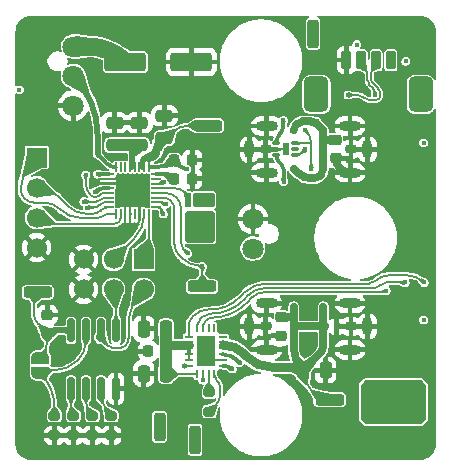
<source format=gbr>
%TF.GenerationSoftware,KiCad,Pcbnew,9.0.3*%
%TF.CreationDate,2025-08-02T18:11:11+02:00*%
%TF.ProjectId,USBPanel,55534250-616e-4656-9c2e-6b696361645f,rev?*%
%TF.SameCoordinates,Original*%
%TF.FileFunction,Copper,L1,Top*%
%TF.FilePolarity,Positive*%
%FSLAX46Y46*%
G04 Gerber Fmt 4.6, Leading zero omitted, Abs format (unit mm)*
G04 Created by KiCad (PCBNEW 9.0.3) date 2025-08-02 18:11:11*
%MOMM*%
%LPD*%
G01*
G04 APERTURE LIST*
G04 Aperture macros list*
%AMRoundRect*
0 Rectangle with rounded corners*
0 $1 Rounding radius*
0 $2 $3 $4 $5 $6 $7 $8 $9 X,Y pos of 4 corners*
0 Add a 4 corners polygon primitive as box body*
4,1,4,$2,$3,$4,$5,$6,$7,$8,$9,$2,$3,0*
0 Add four circle primitives for the rounded corners*
1,1,$1+$1,$2,$3*
1,1,$1+$1,$4,$5*
1,1,$1+$1,$6,$7*
1,1,$1+$1,$8,$9*
0 Add four rect primitives between the rounded corners*
20,1,$1+$1,$2,$3,$4,$5,0*
20,1,$1+$1,$4,$5,$6,$7,0*
20,1,$1+$1,$6,$7,$8,$9,0*
20,1,$1+$1,$8,$9,$2,$3,0*%
%AMFreePoly0*
4,1,29,0.719134,0.496194,0.746194,0.469134,0.750000,0.450000,0.750000,-0.450000,0.746194,-0.469134,0.719134,-0.496194,0.700000,-0.500000,0.300000,-0.500000,0.280866,-0.496194,0.253806,-0.469134,0.250000,-0.450000,0.250000,-0.125000,-0.562500,-0.125000,-0.576851,-0.122145,-0.589017,-0.114017,-0.597145,-0.101851,-0.600000,-0.087500,-0.600000,0.087500,-0.597145,0.101851,-0.589017,0.114017,
-0.576851,0.122145,-0.562500,0.125000,0.250000,0.125000,0.250000,0.450000,0.253806,0.469134,0.280866,0.496194,0.300000,0.500000,0.700000,0.500000,0.719134,0.496194,0.719134,0.496194,$1*%
%AMFreePoly1*
4,1,23,0.500000,-0.750000,0.000000,-0.750000,0.000000,-0.745722,-0.065263,-0.745722,-0.191342,-0.711940,-0.304381,-0.646677,-0.396677,-0.554381,-0.461940,-0.441342,-0.495722,-0.315263,-0.495722,-0.250000,-0.500000,-0.250000,-0.500000,0.250000,-0.495722,0.250000,-0.495722,0.315263,-0.461940,0.441342,-0.396677,0.554381,-0.304381,0.646677,-0.191342,0.711940,-0.065263,0.745722,0.000000,0.745722,
0.000000,0.750000,0.500000,0.750000,0.500000,-0.750000,0.500000,-0.750000,$1*%
%AMFreePoly2*
4,1,23,0.000000,0.745722,0.065263,0.745722,0.191342,0.711940,0.304381,0.646677,0.396677,0.554381,0.461940,0.441342,0.495722,0.315263,0.495722,0.250000,0.500000,0.250000,0.500000,-0.250000,0.495722,-0.250000,0.495722,-0.315263,0.461940,-0.441342,0.396677,-0.554381,0.304381,-0.646677,0.191342,-0.711940,0.065263,-0.745722,0.000000,-0.745722,0.000000,-0.750000,-0.500000,-0.750000,
-0.500000,0.750000,0.000000,0.750000,0.000000,0.745722,0.000000,0.745722,$1*%
G04 Aperture macros list end*
%TA.AperFunction,EtchedComponent*%
%ADD10C,0.200000*%
%TD*%
%TA.AperFunction,SMDPad,CuDef*%
%ADD11RoundRect,0.237500X0.237500X-0.987500X0.237500X0.987500X-0.237500X0.987500X-0.237500X-0.987500X0*%
%TD*%
%TA.AperFunction,ComponentPad*%
%ADD12R,1.700000X1.700000*%
%TD*%
%TA.AperFunction,ComponentPad*%
%ADD13C,1.700000*%
%TD*%
%TA.AperFunction,ComponentPad*%
%ADD14C,1.800000*%
%TD*%
%TA.AperFunction,SMDPad,CuDef*%
%ADD15RoundRect,0.200000X-0.275000X0.200000X-0.275000X-0.200000X0.275000X-0.200000X0.275000X0.200000X0*%
%TD*%
%TA.AperFunction,SMDPad,CuDef*%
%ADD16RoundRect,0.037500X-0.262500X-0.087500X0.262500X-0.087500X0.262500X0.087500X-0.262500X0.087500X0*%
%TD*%
%TA.AperFunction,SMDPad,CuDef*%
%ADD17FreePoly0,0.000000*%
%TD*%
%TA.AperFunction,SMDPad,CuDef*%
%ADD18RoundRect,0.120000X0.777500X0.480000X-0.777500X0.480000X-0.777500X-0.480000X0.777500X-0.480000X0*%
%TD*%
%TA.AperFunction,SMDPad,CuDef*%
%ADD19RoundRect,0.049500X0.198000X0.550500X-0.198000X0.550500X-0.198000X-0.550500X0.198000X-0.550500X0*%
%TD*%
%TA.AperFunction,SMDPad,CuDef*%
%ADD20RoundRect,0.124500X1.120500X1.205500X-1.120500X1.205500X-1.120500X-1.205500X1.120500X-1.205500X0*%
%TD*%
%TA.AperFunction,SMDPad,CuDef*%
%ADD21RoundRect,0.250000X0.250000X0.475000X-0.250000X0.475000X-0.250000X-0.475000X0.250000X-0.475000X0*%
%TD*%
%TA.AperFunction,SMDPad,CuDef*%
%ADD22RoundRect,0.237500X-0.987500X-0.237500X0.987500X-0.237500X0.987500X0.237500X-0.987500X0.237500X0*%
%TD*%
%TA.AperFunction,SMDPad,CuDef*%
%ADD23RoundRect,0.225000X-0.250000X0.225000X-0.250000X-0.225000X0.250000X-0.225000X0.250000X0.225000X0*%
%TD*%
%TA.AperFunction,SMDPad,CuDef*%
%ADD24RoundRect,0.225000X-0.225000X-0.250000X0.225000X-0.250000X0.225000X0.250000X-0.225000X0.250000X0*%
%TD*%
%TA.AperFunction,SMDPad,CuDef*%
%ADD25RoundRect,0.250000X-1.500000X-0.550000X1.500000X-0.550000X1.500000X0.550000X-1.500000X0.550000X0*%
%TD*%
%TA.AperFunction,SMDPad,CuDef*%
%ADD26RoundRect,0.225000X0.225000X0.250000X-0.225000X0.250000X-0.225000X-0.250000X0.225000X-0.250000X0*%
%TD*%
%TA.AperFunction,SMDPad,CuDef*%
%ADD27RoundRect,0.050000X-0.337500X-0.050000X0.337500X-0.050000X0.337500X0.050000X-0.337500X0.050000X0*%
%TD*%
%TA.AperFunction,SMDPad,CuDef*%
%ADD28RoundRect,0.050000X-0.050000X-0.337500X0.050000X-0.337500X0.050000X0.337500X-0.050000X0.337500X0*%
%TD*%
%TA.AperFunction,HeatsinkPad*%
%ADD29R,2.800000X2.800000*%
%TD*%
%TA.AperFunction,SMDPad,CuDef*%
%ADD30RoundRect,0.250000X0.475000X-0.250000X0.475000X0.250000X-0.475000X0.250000X-0.475000X-0.250000X0*%
%TD*%
%TA.AperFunction,SMDPad,CuDef*%
%ADD31RoundRect,0.150000X0.150000X-0.825000X0.150000X0.825000X-0.150000X0.825000X-0.150000X-0.825000X0*%
%TD*%
%TA.AperFunction,SMDPad,CuDef*%
%ADD32RoundRect,0.050000X-0.300000X-0.050000X0.300000X-0.050000X0.300000X0.050000X-0.300000X0.050000X0*%
%TD*%
%TA.AperFunction,SMDPad,CuDef*%
%ADD33RoundRect,0.050000X0.050000X-0.300000X0.050000X0.300000X-0.050000X0.300000X-0.050000X-0.300000X0*%
%TD*%
%TA.AperFunction,SMDPad,CuDef*%
%ADD34RoundRect,0.050000X-0.750000X-1.250000X0.750000X-1.250000X0.750000X1.250000X-0.750000X1.250000X0*%
%TD*%
%TA.AperFunction,SMDPad,CuDef*%
%ADD35RoundRect,0.225000X0.250000X-0.225000X0.250000X0.225000X-0.250000X0.225000X-0.250000X-0.225000X0*%
%TD*%
%TA.AperFunction,SMDPad,CuDef*%
%ADD36RoundRect,0.147500X-0.147500X-0.172500X0.147500X-0.172500X0.147500X0.172500X-0.147500X0.172500X0*%
%TD*%
%TA.AperFunction,SMDPad,CuDef*%
%ADD37RoundRect,0.237500X-0.237500X0.987500X-0.237500X-0.987500X0.237500X-0.987500X0.237500X0.987500X0*%
%TD*%
%TA.AperFunction,SMDPad,CuDef*%
%ADD38FreePoly1,90.000000*%
%TD*%
%TA.AperFunction,SMDPad,CuDef*%
%ADD39FreePoly2,90.000000*%
%TD*%
%TA.AperFunction,SMDPad,CuDef*%
%ADD40RoundRect,0.200000X-0.200000X-0.600000X0.200000X-0.600000X0.200000X0.600000X-0.200000X0.600000X0*%
%TD*%
%TA.AperFunction,SMDPad,CuDef*%
%ADD41RoundRect,0.525000X-0.525000X-0.975000X0.525000X-0.975000X0.525000X0.975000X-0.525000X0.975000X0*%
%TD*%
%TA.AperFunction,ComponentPad*%
%ADD42O,0.850000X1.550000*%
%TD*%
%TA.AperFunction,ComponentPad*%
%ADD43O,1.080000X0.800000*%
%TD*%
%TA.AperFunction,ComponentPad*%
%ADD44O,1.850000X0.850000*%
%TD*%
%TA.AperFunction,ViaPad*%
%ADD45C,0.450000*%
%TD*%
%TA.AperFunction,Conductor*%
%ADD46C,0.200000*%
%TD*%
%TA.AperFunction,Conductor*%
%ADD47C,0.300000*%
%TD*%
%TA.AperFunction,Conductor*%
%ADD48C,0.650000*%
%TD*%
%TA.AperFunction,Conductor*%
%ADD49C,0.250000*%
%TD*%
%TA.AperFunction,Conductor*%
%ADD50C,0.500000*%
%TD*%
%TA.AperFunction,Conductor*%
%ADD51C,1.000000*%
%TD*%
%TA.AperFunction,Conductor*%
%ADD52C,0.800000*%
%TD*%
%TA.AperFunction,Conductor*%
%ADD53C,1.500000*%
%TD*%
%TA.AperFunction,Conductor*%
%ADD54C,0.150000*%
%TD*%
G04 APERTURE END LIST*
D10*
%TO.C,REF\u002A\u002A*%
X164900000Y-112500000D02*
X164900000Y-115300000D01*
X164500000Y-115700000D01*
X159900000Y-115700000D01*
X159500000Y-115300000D01*
X159500000Y-112500000D01*
X159900000Y-112100000D01*
X164500000Y-112100000D01*
X164900000Y-112500000D01*
%TA.AperFunction,EtchedComponent*%
G36*
X164900000Y-112500000D02*
G01*
X164900000Y-115300000D01*
X164500000Y-115700000D01*
X159900000Y-115700000D01*
X159500000Y-115300000D01*
X159500000Y-112500000D01*
X159900000Y-112100000D01*
X164500000Y-112100000D01*
X164900000Y-112500000D01*
G37*
%TD.AperFunction*%
%TD*%
D11*
%TO.P,TP7,1,1*%
%TO.N,/PORT2_HI*%
X145400000Y-117100000D03*
%TD*%
D12*
%TO.P,J6,1,Pin_1*%
%TO.N,Net-(J6-Pin_1)*%
X132000000Y-93200000D03*
D13*
%TO.P,J6,2,Pin_2*%
%TO.N,Net-(J6-Pin_2)*%
X132000000Y-95740000D03*
%TO.P,J6,3,Pin_3*%
%TO.N,Net-(J6-Pin_3)*%
X132000000Y-98280000D03*
%TO.P,J6,4,Pin_4*%
%TO.N,GND*%
X132000000Y-100820000D03*
%TD*%
D14*
%TO.P,J5,1,Pin_1*%
%TO.N,Net-(J5-Pin_1)*%
X150300000Y-100900000D03*
%TO.P,J5,2,Pin_2*%
%TO.N,GND*%
X150300000Y-98400000D03*
%TD*%
D15*
%TO.P,R8,1*%
%TO.N,Net-(U3-E0)*%
X135100000Y-115075000D03*
%TO.P,R8,2*%
%TO.N,GND*%
X135100000Y-116725000D03*
%TD*%
D12*
%TO.P,J7,1,Pin_1*%
%TO.N,Net-(J7-Pin_1)*%
X141040000Y-101825000D03*
D13*
%TO.P,J7,2,Pin_2*%
%TO.N,Net-(J7-Pin_2)*%
X141040000Y-104365000D03*
%TO.P,J7,3,Pin_3*%
%TO.N,Net-(J7-Pin_3)*%
X138500000Y-101825000D03*
%TO.P,J7,4,Pin_4*%
%TO.N,Net-(J7-Pin_4)*%
X138500000Y-104365000D03*
%TO.P,J7,5,Pin_5*%
%TO.N,GND*%
X135960000Y-101825000D03*
%TO.P,J7,6,Pin_6*%
X135960000Y-104365000D03*
%TD*%
D16*
%TO.P,U2,1,I/O1*%
%TO.N,Net-(J1-CC1)*%
X152300000Y-92000000D03*
D17*
%TO.P,U2,2,GND*%
%TO.N,GND*%
X152600000Y-92500000D03*
D16*
%TO.P,U2,3,I/O2*%
%TO.N,Net-(J1-CC2)*%
X152300000Y-93000000D03*
%TO.P,U2,4,I/O3*%
%TO.N,/PORT1_D+*%
X153900000Y-93000000D03*
%TO.P,U2,5,VBUS*%
%TO.N,/PORT1_VBUS*%
X153900000Y-92500000D03*
%TO.P,U2,6,I/O4*%
%TO.N,/PORT1_D-*%
X153900000Y-92000000D03*
%TD*%
D18*
%TO.P,Q1,1,S*%
%TO.N,/PORT1_VBUS*%
X146147500Y-96800000D03*
D19*
%TO.P,Q1,2,G*%
%TO.N,Net-(Q1-G)*%
X144802500Y-96800000D03*
D20*
%TO.P,Q1,3,D*%
%TO.N,Net-(Q1-D)*%
X145800000Y-99070000D03*
%TD*%
D15*
%TO.P,R7,1*%
%TO.N,Net-(JP1-A)*%
X133500000Y-115075000D03*
%TO.P,R7,2*%
%TO.N,GND*%
X133500000Y-116725000D03*
%TD*%
D21*
%TO.P,C12,1*%
%TO.N,GND*%
X156450000Y-111200000D03*
%TO.P,C12,2*%
%TO.N,/PORT2_VBUS*%
X154550000Y-111200000D03*
%TD*%
D22*
%TO.P,TP4,1,1*%
%TO.N,/PORT1_VBUS*%
X146500000Y-90500000D03*
%TD*%
D15*
%TO.P,R11,1*%
%TO.N,Net-(U4-REF_RTN)*%
X146600000Y-113075000D03*
%TO.P,R11,2*%
%TO.N,Net-(U4-REF)*%
X146600000Y-114725000D03*
%TD*%
D21*
%TO.P,C16,1*%
%TO.N,+5V*%
X142950000Y-111500000D03*
%TO.P,C16,2*%
%TO.N,GND*%
X141050000Y-111500000D03*
%TD*%
D23*
%TO.P,C8,1*%
%TO.N,/PORT1_VBUS*%
X157300000Y-91725000D03*
%TO.P,C8,2*%
%TO.N,GND*%
X157300000Y-93275000D03*
%TD*%
D24*
%TO.P,C10,1*%
%TO.N,Net-(J1-CC2)*%
X143625000Y-93400000D03*
%TO.P,C10,2*%
%TO.N,GND*%
X145175000Y-93400000D03*
%TD*%
D25*
%TO.P,C6,1*%
%TO.N,+5V*%
X139500000Y-85100000D03*
%TO.P,C6,2*%
%TO.N,GND*%
X145100000Y-85100000D03*
%TD*%
D26*
%TO.P,C14,1*%
%TO.N,+5V*%
X142975000Y-109600000D03*
%TO.P,C14,2*%
%TO.N,GND*%
X141425000Y-109600000D03*
%TD*%
D27*
%TO.P,U1,1,LDO_3V3*%
%TO.N,+3.3V*%
X138112500Y-94600000D03*
%TO.P,U1,2,ADCIN1*%
%TO.N,GND*%
X138112500Y-95000000D03*
%TO.P,U1,3,ADCIN2*%
X138112500Y-95400000D03*
%TO.P,U1,4,LDO_1V5*%
%TO.N,Net-(U1-LDO_1V5)*%
X138112500Y-95800000D03*
%TO.P,U1,5,GPIO0*%
%TO.N,/PORT1_UFP*%
X138112500Y-96200000D03*
%TO.P,U1,6,GPIO1*%
%TO.N,/PORT2_EN*%
X138112500Y-96600000D03*
%TO.P,U1,7,GPIO2*%
%TO.N,/PORT2_HI*%
X138112500Y-97000000D03*
%TO.P,U1,8,I2Ct_SDA*%
%TO.N,Net-(J6-Pin_2)*%
X138112500Y-97400000D03*
D28*
%TO.P,U1,9,I2Ct_SCL*%
%TO.N,Net-(J6-Pin_1)*%
X138700000Y-97987500D03*
%TO.P,U1,10,~{I2Ct_IRQ}*%
%TO.N,Net-(J6-Pin_3)*%
X139100000Y-97987500D03*
%TO.P,U1,11,GND*%
%TO.N,GND*%
X139500000Y-97987500D03*
%TO.P,U1,12,GND*%
X139900000Y-97987500D03*
%TO.P,U1,13,GPIO11*%
%TO.N,unconnected-(U1-GPIO11-Pad13)*%
X140300000Y-97987500D03*
%TO.P,U1,14,GND*%
%TO.N,GND*%
X140700000Y-97987500D03*
%TO.P,U1,15,I2Cc_SDA*%
%TO.N,Net-(J7-Pin_3)*%
X141100000Y-97987500D03*
%TO.P,U1,16,I2Cc_SCL*%
%TO.N,Net-(J7-Pin_1)*%
X141500000Y-97987500D03*
D27*
%TO.P,U1,17,~{I2Cc_IRQ}*%
%TO.N,Net-(U1-~{I2Cc_IRQ})*%
X142087500Y-97400000D03*
%TO.P,U1,18,GPIO3*%
%TO.N,Net-(Q4-G)*%
X142087500Y-97000000D03*
%TO.P,U1,19,VSYS*%
%TO.N,Net-(J5-Pin_1)*%
X142087500Y-96600000D03*
%TO.P,U1,20,GATE_VSYS*%
%TO.N,Net-(Q2-G)*%
X142087500Y-96200000D03*
%TO.P,U1,21,GATE_VBUS*%
%TO.N,Net-(Q1-G)*%
X142087500Y-95800000D03*
%TO.P,U1,22,GPIO4*%
%TO.N,Net-(Q5-G)*%
X142087500Y-95400000D03*
%TO.P,U1,23,GPIO5*%
%TO.N,unconnected-(U1-GPIO5-Pad23)*%
X142087500Y-95000000D03*
%TO.P,U1,24,CC1*%
%TO.N,Net-(J1-CC1)*%
X142087500Y-94600000D03*
D28*
%TO.P,U1,25,CC2*%
%TO.N,Net-(J1-CC2)*%
X141500000Y-94012500D03*
%TO.P,U1,26,VBUS*%
%TO.N,/PORT1_VBUS*%
X141100000Y-94012500D03*
%TO.P,U1,27,VBUS*%
X140700000Y-94012500D03*
%TO.P,U1,28,PP5V*%
%TO.N,+5V*%
X140300000Y-94012500D03*
%TO.P,U1,29,PP5V*%
X139900000Y-94012500D03*
%TO.P,U1,30,GPIO7*%
%TO.N,unconnected-(U1-GPIO7-Pad30)*%
X139500000Y-94012500D03*
%TO.P,U1,31,GPIO6*%
%TO.N,unconnected-(U1-GPIO6-Pad31)*%
X139100000Y-94012500D03*
%TO.P,U1,32,VIN_3V3*%
%TO.N,/+3.3V_EXT*%
X138700000Y-94012500D03*
D29*
%TO.P,U1,33,GND*%
%TO.N,GND*%
X140100000Y-96000000D03*
%TD*%
D15*
%TO.P,R10,1*%
%TO.N,Net-(U3-E2)*%
X138300000Y-115075000D03*
%TO.P,R10,2*%
%TO.N,GND*%
X138300000Y-116725000D03*
%TD*%
D30*
%TO.P,C5,1*%
%TO.N,+5V*%
X140700000Y-92150000D03*
%TO.P,C5,2*%
%TO.N,GND*%
X140700000Y-90250000D03*
%TD*%
D22*
%TO.P,TP6,1,1*%
%TO.N,Net-(J5-Pin_1)*%
X146000000Y-104100000D03*
%TD*%
D31*
%TO.P,U3,1,E0*%
%TO.N,Net-(U3-E0)*%
X134895000Y-112775000D03*
%TO.P,U3,2,E1*%
%TO.N,Net-(U3-E1)*%
X136165000Y-112775000D03*
%TO.P,U3,3,E2*%
%TO.N,Net-(U3-E2)*%
X137435000Y-112775000D03*
%TO.P,U3,4,VSS*%
%TO.N,GND*%
X138705000Y-112775000D03*
%TO.P,U3,5,SDA*%
%TO.N,Net-(J7-Pin_4)*%
X138705000Y-107825000D03*
%TO.P,U3,6,SCL*%
%TO.N,Net-(J7-Pin_2)*%
X137435000Y-107825000D03*
%TO.P,U3,7,~{WC}*%
%TO.N,Net-(JP1-A)*%
X136165000Y-107825000D03*
%TO.P,U3,8,VCC*%
%TO.N,+3.3V*%
X134895000Y-107825000D03*
%TD*%
D32*
%TO.P,U4,1,~{FAULT}*%
%TO.N,Net-(U4-~{FAULT})*%
X144850000Y-108350000D03*
%TO.P,U4,2,IN1*%
%TO.N,+5V*%
X144850000Y-108850000D03*
%TO.P,U4,3,IN1*%
X144850000Y-109350000D03*
%TO.P,U4,4,IN2*%
X144850000Y-109850000D03*
%TO.P,U4,5,AUX*%
X144850000Y-110350000D03*
%TO.P,U4,6,EN*%
%TO.N,/PORT2_EN*%
X144850000Y-110850000D03*
D33*
%TO.P,U4,7,CHG*%
%TO.N,+5V*%
X145550000Y-111550000D03*
%TO.P,U4,8,CHG_HI*%
%TO.N,/PORT2_HI*%
X146050000Y-111550000D03*
%TO.P,U4,9,REF_RTN*%
%TO.N,Net-(U4-REF_RTN)*%
X146550000Y-111550000D03*
%TO.P,U4,10,REF*%
%TO.N,Net-(U4-REF)*%
X147050000Y-111550000D03*
D32*
%TO.P,U4,11,CC1*%
%TO.N,Net-(J2-CC1)*%
X147750000Y-110850000D03*
%TO.P,U4,12,GND*%
%TO.N,GND*%
X147750000Y-110350000D03*
%TO.P,U4,13,CC2*%
%TO.N,Net-(J2-CC2)*%
X147750000Y-109850000D03*
%TO.P,U4,14,OUT*%
%TO.N,/PORT2_VBUS*%
X147750000Y-109350000D03*
%TO.P,U4,15,OUT*%
X147750000Y-108850000D03*
%TO.P,U4,16,~{DEBUG}*%
%TO.N,unconnected-(U4-~{DEBUG}-Pad16)*%
X147750000Y-108350000D03*
D33*
%TO.P,U4,17,~{AUDIO}*%
%TO.N,unconnected-(U4-~{AUDIO}-Pad17)*%
X147050000Y-107650000D03*
%TO.P,U4,18,~{POL}*%
%TO.N,unconnected-(U4-~{POL}-Pad18)*%
X146550000Y-107650000D03*
%TO.P,U4,19,~{UFP}*%
%TO.N,Net-(U4-~{UFP})*%
X146050000Y-107650000D03*
%TO.P,U4,20,~{LD_DET}*%
%TO.N,Net-(U4-~{LD_DET})*%
X145550000Y-107650000D03*
D34*
%TO.P,U4,21,GND*%
%TO.N,GND*%
X146300000Y-109600000D03*
%TD*%
D21*
%TO.P,C15,1*%
%TO.N,+5V*%
X142950000Y-107700000D03*
%TO.P,C15,2*%
%TO.N,GND*%
X141050000Y-107700000D03*
%TD*%
D35*
%TO.P,C13,1*%
%TO.N,GND*%
X152700000Y-108275000D03*
%TO.P,C13,2*%
%TO.N,/PORT2_VBUS*%
X152700000Y-106725000D03*
%TD*%
D30*
%TO.P,C4,1*%
%TO.N,+5V*%
X138600000Y-92150000D03*
%TO.P,C4,2*%
%TO.N,GND*%
X138600000Y-90250000D03*
%TD*%
D14*
%TO.P,J3,1,Pin_1*%
%TO.N,+5V*%
X135100000Y-83800000D03*
%TO.P,J3,2,Pin_2*%
%TO.N,/+3.3V_EXT*%
X135100000Y-86300000D03*
%TO.P,J3,3,Pin_3*%
%TO.N,GND*%
X135100000Y-88800000D03*
%TD*%
D36*
%TO.P,D1,1,A1*%
%TO.N,/PORT2_VBUS*%
X156415000Y-107500000D03*
%TO.P,D1,2,A2*%
%TO.N,GND*%
X157385000Y-107500000D03*
%TD*%
D11*
%TO.P,TP2,1,1*%
%TO.N,/PORT2_EN*%
X142400000Y-116000000D03*
%TD*%
D22*
%TO.P,TP1,1,1*%
%TO.N,+3.3V*%
X132100000Y-104600000D03*
%TD*%
D24*
%TO.P,C9,1*%
%TO.N,Net-(J1-CC1)*%
X143625000Y-95000000D03*
%TO.P,C9,2*%
%TO.N,GND*%
X145175000Y-95000000D03*
%TD*%
D35*
%TO.P,C11,1*%
%TO.N,+3.3V*%
X132900000Y-108075000D03*
%TO.P,C11,2*%
%TO.N,GND*%
X132900000Y-106525000D03*
%TD*%
D22*
%TO.P,TP5,1,1*%
%TO.N,/PORT2_VBUS*%
X156800000Y-113700000D03*
%TD*%
D37*
%TO.P,TP3,1,1*%
%TO.N,/PORT1_UFP*%
X155400000Y-82700000D03*
%TD*%
D38*
%TO.P,JP1,1,A*%
%TO.N,Net-(JP1-A)*%
X132300000Y-111450000D03*
D39*
%TO.P,JP1,2,B*%
%TO.N,+3.3V*%
X132300000Y-110150000D03*
%TD*%
D30*
%TO.P,C7,1*%
%TO.N,/PORT1_VBUS*%
X142800000Y-91550000D03*
%TO.P,C7,2*%
%TO.N,GND*%
X142800000Y-89650000D03*
%TD*%
D15*
%TO.P,R9,1*%
%TO.N,Net-(U3-E1)*%
X136700000Y-115075000D03*
%TO.P,R9,2*%
%TO.N,GND*%
X136700000Y-116725000D03*
%TD*%
D40*
%TO.P,J4,1,Pin_1*%
%TO.N,Net-(J4-Pin_1)*%
X161975000Y-84950000D03*
%TO.P,J4,2,Pin_2*%
%TO.N,Net-(J4-Pin_2)*%
X160725000Y-84950000D03*
%TO.P,J4,3,Pin_3*%
%TO.N,Net-(J4-Pin_3)*%
X159475000Y-84950000D03*
%TO.P,J4,4,Pin_4*%
%TO.N,GND*%
X158225000Y-84950000D03*
D41*
%TO.P,J4,M*%
%TO.N,N/C*%
X155675000Y-87850000D03*
X164525000Y-87850000D03*
%TD*%
D42*
%TO.P,J2,S1,SHIELD*%
%TO.N,GND*%
X160000000Y-107500000D03*
D43*
X158610000Y-107500000D03*
D44*
X158525000Y-109475000D03*
X158525000Y-105525000D03*
X151475000Y-109475000D03*
X151475000Y-105525000D03*
D43*
X151390000Y-107500000D03*
D42*
X150000000Y-107500000D03*
%TD*%
%TO.P,J1,S1,SHIELD*%
%TO.N,GND*%
X160000000Y-92500000D03*
D43*
X158610000Y-92500000D03*
D44*
X158525000Y-94475000D03*
X158525000Y-90525000D03*
X151475000Y-94475000D03*
X151475000Y-90525000D03*
D43*
X151390000Y-92500000D03*
D42*
X150000000Y-92500000D03*
%TD*%
D45*
%TO.N,/PORT2_HI*%
X145400000Y-117100000D03*
%TO.N,/PORT2_EN*%
X142400000Y-116000000D03*
%TO.N,/PORT2_HI*%
X146060000Y-112050000D03*
%TO.N,Net-(Q5-G)*%
X142780000Y-95300000D03*
%TO.N,Net-(Q4-G)*%
X142910000Y-97150000D03*
%TO.N,GND*%
X140100000Y-97100000D03*
X146800000Y-110600000D03*
X157385000Y-107500000D03*
X158100000Y-84900000D03*
X153000000Y-105700000D03*
X138600000Y-90250000D03*
X135100000Y-116725000D03*
X138300000Y-116725000D03*
X141050000Y-107700000D03*
X142800000Y-89650000D03*
X146800000Y-109600000D03*
X139000000Y-97100000D03*
X141200000Y-97100000D03*
X148975000Y-103600000D03*
X156450000Y-111200000D03*
X132900000Y-106525000D03*
X159500000Y-88600000D03*
X161270000Y-83870000D03*
X152862500Y-96250000D03*
X140700000Y-90250000D03*
X149200000Y-111600000D03*
X141050000Y-111500000D03*
X140100000Y-94900000D03*
X136700000Y-116725000D03*
X162600000Y-86950000D03*
X146800000Y-108600000D03*
X133500000Y-116725000D03*
X145400000Y-93700000D03*
X144000000Y-85100000D03*
X141200000Y-96000000D03*
X160100000Y-94000000D03*
X135700000Y-99400000D03*
X160200000Y-105900000D03*
X140100000Y-96000000D03*
X145800000Y-109600000D03*
X138705000Y-112775000D03*
X160100000Y-83800000D03*
X139100000Y-93100000D03*
X144700000Y-103000000D03*
X133020000Y-97540000D03*
X145800000Y-110600000D03*
X154900000Y-109400000D03*
X145800000Y-108600000D03*
X139000000Y-96000000D03*
X148000000Y-98100000D03*
X141200000Y-94900000D03*
X160100000Y-91000000D03*
X139000000Y-94900000D03*
X146200000Y-85100000D03*
X160200000Y-109100000D03*
X144970000Y-95200000D03*
X152862500Y-101450000D03*
X141425000Y-109600000D03*
X163837500Y-90350000D03*
X145100000Y-85100000D03*
%TO.N,/+3.3V_EXT*%
X137150000Y-92900000D03*
%TO.N,+3.3V*%
X132900000Y-108075000D03*
X130540000Y-87460000D03*
X137150000Y-94600000D03*
X159100000Y-83630000D03*
%TO.N,Net-(U1-LDO_1V5)*%
X136930000Y-96100000D03*
%TO.N,+5V*%
X139500000Y-85100000D03*
X140100000Y-93100000D03*
X138300000Y-84200000D03*
X138400000Y-85100000D03*
X143000000Y-111100000D03*
X164750000Y-106950000D03*
X140100000Y-93900000D03*
X140100000Y-92400000D03*
X143000000Y-108100000D03*
X137000000Y-83800000D03*
X138700000Y-91800000D03*
X144000000Y-109100000D03*
X138100000Y-92400000D03*
X163250000Y-85050000D03*
X164750000Y-91950000D03*
X143000000Y-111900000D03*
X143000000Y-110200000D03*
X140600000Y-91900000D03*
X143000000Y-109000000D03*
X143000000Y-107300000D03*
X145000000Y-109100000D03*
X140600000Y-85100000D03*
X139500000Y-91800000D03*
X141100000Y-92400000D03*
%TO.N,Net-(J1-CC1)*%
X143625000Y-95000000D03*
X152880000Y-90030000D03*
%TO.N,Net-(J1-CC2)*%
X152900000Y-95229493D03*
X144710000Y-94190000D03*
%TO.N,/PORT1_D+*%
X154750000Y-92500000D03*
%TO.N,/PORT1_D-*%
X155250000Y-94130000D03*
X154750000Y-90870000D03*
%TO.N,Net-(J2-CC1)*%
X148540000Y-111100000D03*
%TO.N,Net-(J2-CC2)*%
X149170000Y-110570000D03*
%TO.N,Net-(J4-Pin_3)*%
X160650000Y-87900000D03*
%TO.N,Net-(J4-Pin_2)*%
X158350000Y-87900000D03*
%TO.N,Net-(J4-Pin_1)*%
X161950000Y-85050000D03*
%TO.N,Net-(J5-Pin_1)*%
X146025000Y-102400000D03*
%TO.N,Net-(J7-Pin_4)*%
X138800000Y-108375000D03*
%TO.N,Net-(J7-Pin_2)*%
X137200000Y-108375000D03*
%TO.N,Net-(Q1-D)*%
X145000000Y-99100000D03*
X145800000Y-98200000D03*
X145800000Y-99100000D03*
X146600000Y-99100000D03*
X145800000Y-100000000D03*
X145000000Y-100000000D03*
X146600000Y-98200000D03*
X145000000Y-98200000D03*
X146600000Y-100000000D03*
%TO.N,Net-(Q2-G)*%
X144802500Y-101300000D03*
%TO.N,/PORT1_UFP*%
X136150000Y-94650000D03*
X155400000Y-82700000D03*
%TO.N,/PORT2_HI*%
X136280000Y-97430000D03*
%TO.N,Net-(U1-~{I2Cc_IRQ})*%
X142700000Y-97975000D03*
%TO.N,Net-(U4-~{FAULT})*%
X164800000Y-103775000D03*
%TO.N,Net-(U4-~{UFP})*%
X161600000Y-104475000D03*
%TO.N,Net-(U4-~{LD_DET})*%
X163200000Y-103775000D03*
%TO.N,/PORT2_EN*%
X135980000Y-96920000D03*
X144440000Y-110850000D03*
%TO.N,/PORT1_VBUS*%
X141900000Y-93100000D03*
X146200000Y-96500000D03*
X146800000Y-97100000D03*
X145600000Y-97100000D03*
X143300000Y-91800000D03*
X142800000Y-91300000D03*
X145600000Y-96500000D03*
X141200000Y-93200000D03*
X142300000Y-91900000D03*
X142100000Y-92500000D03*
X153750000Y-94130000D03*
X155700000Y-90100000D03*
X140900000Y-93900000D03*
X156250000Y-94130000D03*
X156250000Y-92500000D03*
X146200000Y-97100000D03*
X156250000Y-90880000D03*
X153900000Y-92500000D03*
X154600000Y-95000000D03*
X153750000Y-90880000D03*
X146800000Y-96500000D03*
%TO.N,/PORT2_VBUS*%
X153750000Y-109140000D03*
X150500000Y-110440000D03*
X149800000Y-110100000D03*
X154500000Y-111600000D03*
X149300000Y-109600000D03*
X153760000Y-105850000D03*
X151910000Y-110780000D03*
X156250000Y-109140000D03*
X156250000Y-105850000D03*
X154500000Y-110800000D03*
X156415000Y-107500000D03*
X147750000Y-109100000D03*
X151210000Y-110690000D03*
X153750000Y-107500000D03*
%TD*%
D46*
%TO.N,/PORT2_HI*%
X146050000Y-112031885D02*
X146050000Y-111851000D01*
X146060000Y-112050000D02*
X146055439Y-112045038D01*
X146055439Y-112045038D02*
X146050000Y-112031885D01*
%TO.N,Net-(Q5-G)*%
X142538579Y-95400000D02*
G75*
G03*
X142780006Y-95300006I21J341400D01*
G01*
X142530294Y-95400000D02*
X142538579Y-95400000D01*
X142087500Y-95400000D02*
X142530294Y-95400000D01*
%TO.N,Net-(Q4-G)*%
X142547868Y-97000000D02*
G75*
G02*
X142910009Y-97149991I32J-512100D01*
G01*
X142087500Y-97000000D02*
X142547868Y-97000000D01*
%TO.N,GND*%
X140700000Y-98471299D02*
G75*
G02*
X140510000Y-98930000I-648700J-1D01*
G01*
X140700000Y-97987500D02*
X140700000Y-98471299D01*
D47*
X160000000Y-92500000D02*
X158610000Y-92500000D01*
X158610000Y-90730208D02*
X158610000Y-92500000D01*
D48*
X157600520Y-94000521D02*
X157680000Y-94080000D01*
D46*
X138112500Y-95400000D02*
X138892893Y-95400000D01*
D49*
X152600000Y-92500000D02*
X151390000Y-92500000D01*
D46*
X147750000Y-110350000D02*
X146403553Y-110350000D01*
D48*
X157680000Y-94080000D02*
X157756802Y-94156802D01*
D47*
X158610000Y-93300000D02*
X158610000Y-92500000D01*
D46*
X139500000Y-97987500D02*
X139500000Y-97207107D01*
D47*
X151390000Y-109269792D02*
X151390000Y-108300000D01*
D46*
X140700000Y-97987500D02*
X140700000Y-97207107D01*
X138112500Y-95000000D02*
X138758579Y-95000000D01*
D47*
X158610000Y-94269792D02*
X158610000Y-93300000D01*
X151390000Y-105730208D02*
X151390000Y-107500000D01*
X157321818Y-93274594D02*
X158548664Y-93274594D01*
X151390000Y-108300000D02*
X151390000Y-107500000D01*
X152700000Y-108275000D02*
X151450355Y-108275000D01*
X157300000Y-93275000D02*
X157321818Y-93274594D01*
X150000000Y-107500000D02*
X151390000Y-107500000D01*
D46*
X139900000Y-97987500D02*
X139900000Y-95382843D01*
D48*
X157300000Y-93275000D02*
G75*
G03*
X157600529Y-94000512I1026000J0D01*
G01*
D47*
X151475000Y-105525000D02*
G75*
G03*
X151390003Y-105730208I205200J-205200D01*
G01*
X151450355Y-108275000D02*
G75*
G03*
X151390013Y-108300013I45J-85400D01*
G01*
X158525000Y-94475000D02*
G75*
G03*
X158609997Y-94269792I-205200J205200D01*
G01*
X158525000Y-90525000D02*
G75*
G02*
X158609997Y-90730208I-205200J-205200D01*
G01*
D46*
X139500000Y-97207107D02*
G75*
G03*
X139000002Y-95999998I-1707100J7D01*
G01*
X146403553Y-110350000D02*
G75*
G03*
X145800014Y-110600014I47J-853600D01*
G01*
D48*
X157756802Y-94156802D02*
G75*
G03*
X158525000Y-94474999I768198J768202D01*
G01*
D46*
X140700000Y-97207107D02*
G75*
G02*
X141199998Y-95999998I1707100J7D01*
G01*
X139900000Y-95382843D02*
G75*
G02*
X140099987Y-94899987I682800J43D01*
G01*
X138892893Y-95400000D02*
G75*
G03*
X140100002Y-94900002I7J1707100D01*
G01*
D47*
X151475000Y-109475000D02*
G75*
G02*
X151390003Y-109269792I205200J205200D01*
G01*
D46*
X138758579Y-95000000D02*
G75*
G03*
X139000006Y-94900006I21J341400D01*
G01*
D47*
X158548664Y-93274594D02*
G75*
G02*
X158610010Y-93299990I36J-86706D01*
G01*
D50*
%TO.N,/+3.3V_EXT*%
X137150000Y-91249138D02*
X137150000Y-92900000D01*
D47*
X137953141Y-93703141D02*
X137150000Y-92900000D01*
X138700000Y-94012500D02*
G75*
G02*
X137953145Y-93703137I0J1056200D01*
G01*
D50*
X135100000Y-86300000D02*
G75*
G02*
X137149984Y-91249138I-4949100J-4949100D01*
G01*
D46*
%TO.N,+3.3V*%
X131750000Y-106350000D02*
X131750000Y-104904853D01*
X132900000Y-108075000D02*
X132900000Y-108701472D01*
D50*
X134895000Y-107825000D02*
X133503553Y-107825000D01*
D46*
X131810000Y-104760000D02*
X131878076Y-104691924D01*
X132900000Y-108075000D02*
X132156586Y-107331586D01*
D47*
X137150000Y-94600000D02*
X138112500Y-94600000D01*
D50*
X133503553Y-107825000D02*
G75*
G03*
X132900014Y-108075014I47J-853600D01*
G01*
D46*
X132900000Y-108701472D02*
G75*
G02*
X132300008Y-110150008I-2048500J-28D01*
G01*
X131878076Y-104691924D02*
G75*
G02*
X132100000Y-104599986I221924J-221876D01*
G01*
X131750000Y-104904853D02*
G75*
G02*
X131810035Y-104760035I204800J-47D01*
G01*
X132156586Y-107331586D02*
G75*
G02*
X131750008Y-106350000I981614J981586D01*
G01*
D47*
%TO.N,Net-(U1-LDO_1V5)*%
X138112500Y-95800000D02*
X137811073Y-95800000D01*
X137811073Y-95800000D02*
X137654264Y-95800000D01*
X137654264Y-95800000D02*
G75*
G03*
X136930011Y-96100011I36J-1024300D01*
G01*
%TO.N,+5V*%
X144850000Y-109350000D02*
X144850000Y-109850000D01*
D46*
X144850000Y-109100000D02*
X144850000Y-109350000D01*
D51*
X142975000Y-107760355D02*
X142975000Y-109100000D01*
D46*
X145550000Y-111550000D02*
X143070711Y-111550000D01*
D52*
X144850000Y-109100000D02*
X142975000Y-109100000D01*
D46*
X144850000Y-108850000D02*
X144850000Y-109100000D01*
D51*
X142975000Y-109100000D02*
X142975000Y-109600000D01*
D46*
X144850000Y-110350000D02*
X144850000Y-109850000D01*
D51*
X138600000Y-92150000D02*
X140000000Y-92150000D01*
D53*
X135100000Y-83800000D02*
X136361522Y-83800000D01*
D46*
X140100000Y-94012500D02*
X140300000Y-94012500D01*
D51*
X142975000Y-111439645D02*
X142975000Y-109600000D01*
X140000000Y-92150000D02*
X140700000Y-92150000D01*
D50*
X140100000Y-92400000D02*
X140100000Y-92391421D01*
D46*
X139900000Y-94012500D02*
X140100000Y-94012500D01*
D50*
X140100000Y-94012500D02*
X140100000Y-92400000D01*
D46*
X143070711Y-111550000D02*
G75*
G02*
X142949997Y-111500003I-11J170700D01*
G01*
D50*
X140100000Y-92391421D02*
G75*
G03*
X140000006Y-92149994I-341400J21D01*
G01*
D51*
X142950000Y-107700000D02*
G75*
G02*
X142975018Y-107760355I-60400J-60400D01*
G01*
X142950000Y-111500000D02*
G75*
G03*
X142975018Y-111439645I-60400J60400D01*
G01*
D53*
X136361522Y-83800000D02*
G75*
G02*
X139499993Y-85100007I-22J-4438500D01*
G01*
D47*
%TO.N,Net-(J1-CC1)*%
X152480000Y-91350000D02*
X152493885Y-91335419D01*
X152880000Y-90403255D02*
X152880000Y-90030000D01*
X152300000Y-92000000D02*
X152300000Y-91784558D01*
X142087500Y-94600000D02*
X142659315Y-94600000D01*
X142659315Y-94600000D02*
G75*
G02*
X143624996Y-95000004I-15J-1365700D01*
G01*
X152300000Y-91784558D02*
G75*
G02*
X152480012Y-91350012I614600J-42D01*
G01*
X152493885Y-91335419D02*
G75*
G03*
X152879962Y-90403255I-932185J932119D01*
G01*
D46*
%TO.N,Net-(J1-CC2)*%
X141500000Y-94012500D02*
X141593964Y-94012500D01*
D47*
X152568701Y-93648700D02*
X152730000Y-93810000D01*
X144206404Y-93981403D02*
X143625000Y-93400000D01*
X141600000Y-94010000D02*
X142152330Y-94010000D01*
X152900000Y-94220416D02*
X152900000Y-95229493D01*
X144710000Y-94190000D02*
G75*
G02*
X144206402Y-93981405I0J712200D01*
G01*
X142152330Y-94010000D02*
G75*
G03*
X143624991Y-93399991I-30J2082700D01*
G01*
D46*
X141593964Y-94012500D02*
G75*
G03*
X141600010Y-94010010I36J8500D01*
G01*
D47*
X152300000Y-93000000D02*
G75*
G03*
X152568701Y-93648700I917400J0D01*
G01*
X152730000Y-93810000D02*
G75*
G02*
X152899993Y-94220416I-410400J-410400D01*
G01*
D54*
%TO.N,/PORT1_D+*%
X154497488Y-92752513D02*
X154750000Y-92500000D01*
X153900000Y-93000000D02*
G75*
G03*
X154497493Y-92752518I0J845000D01*
G01*
%TO.N,/PORT1_D-*%
X155250000Y-92077107D02*
X155250000Y-94130000D01*
X153900000Y-92000000D02*
X155248255Y-92000000D01*
X154750000Y-90870000D02*
G75*
G02*
X155249997Y-92077107I-1207100J-1207100D01*
G01*
D47*
%TO.N,Net-(J2-CC1)*%
X147936447Y-110850000D02*
X147750000Y-110850000D01*
X148540000Y-111100000D02*
G75*
G03*
X147936447Y-110849981I-603600J-603600D01*
G01*
%TO.N,Net-(J2-CC2)*%
X149170000Y-110570000D02*
X148944975Y-110344975D01*
X148944975Y-110344975D02*
G75*
G03*
X147750000Y-109849986I-1194975J-1194925D01*
G01*
D54*
%TO.N,Net-(J4-Pin_3)*%
X160650000Y-87782843D02*
X160650000Y-87900000D01*
X159817947Y-85777947D02*
X159928786Y-85888786D01*
X160000000Y-86060712D02*
X160000000Y-86611716D01*
X160168492Y-87018492D02*
X160450000Y-87300000D01*
X160000000Y-86611716D02*
G75*
G03*
X160168493Y-87018491I575300J16D01*
G01*
X159928786Y-85888786D02*
G75*
G02*
X160000003Y-86060712I-171886J-171914D01*
G01*
X159475000Y-84950000D02*
G75*
G03*
X159817946Y-85777948I1170900J0D01*
G01*
X160450000Y-87300000D02*
G75*
G02*
X160649953Y-87782843I-482900J-482800D01*
G01*
%TO.N,Net-(J4-Pin_2)*%
X159720000Y-88130000D02*
X159705442Y-88116085D01*
X161010000Y-88160000D02*
X160957280Y-88212720D01*
X160380000Y-86820000D02*
X160852513Y-87292513D01*
X160290000Y-86050711D02*
X160290000Y-86602721D01*
X161100000Y-87890000D02*
X161100000Y-87942721D01*
X160725000Y-84950000D02*
X160725000Y-85033665D01*
X160420000Y-85770000D02*
X160396569Y-85793431D01*
X160650000Y-88340000D02*
X160226985Y-88340000D01*
X159183767Y-87900000D02*
X158350000Y-87900000D01*
X159705442Y-88116085D02*
G75*
G03*
X159183767Y-87900006I-521642J-521615D01*
G01*
X160725000Y-85033665D02*
G75*
G02*
X160420010Y-85770010I-1041300J-35D01*
G01*
X161100000Y-87942721D02*
G75*
G02*
X161009994Y-88159994I-307300J21D01*
G01*
X160396569Y-85793431D02*
G75*
G03*
X160289994Y-86050711I257231J-257269D01*
G01*
X160226985Y-88340000D02*
G75*
G02*
X159720004Y-88129996I15J717000D01*
G01*
X160852513Y-87292513D02*
G75*
G02*
X161099993Y-87890000I-597513J-597487D01*
G01*
X160957280Y-88212720D02*
G75*
G02*
X160650000Y-88339988I-307280J307320D01*
G01*
X160290000Y-86602721D02*
G75*
G03*
X160380006Y-86819994I307300J21D01*
G01*
D46*
%TO.N,Net-(J5-Pin_1)*%
X144100000Y-101550000D02*
X144189861Y-101639861D01*
X143660000Y-97622548D02*
X143660000Y-100487746D01*
X146025000Y-102400000D02*
X146025000Y-104039645D01*
X142087500Y-96600000D02*
X142736447Y-96600000D01*
X142736447Y-96600000D02*
G75*
G02*
X143339986Y-96850014I-47J-853600D01*
G01*
X143660000Y-100487746D02*
G75*
G03*
X144100034Y-101549966I1502200J46D01*
G01*
X144189861Y-101639861D02*
G75*
G03*
X146025000Y-102399994I1835139J1835161D01*
G01*
X143340000Y-96850000D02*
G75*
G02*
X143659980Y-97622548I-772500J-772500D01*
G01*
X146025000Y-104039645D02*
G75*
G02*
X145999987Y-104099987I-85400J45D01*
G01*
%TO.N,Net-(J6-Pin_2)*%
X134663604Y-97313604D02*
X133860747Y-96510747D01*
X136773016Y-97950000D02*
X136200000Y-97950000D01*
X137470000Y-97620000D02*
X137399497Y-97690503D01*
X138112500Y-97400000D02*
X138001127Y-97400000D01*
X137399497Y-97690503D02*
G75*
G02*
X136773016Y-97950005I-626497J626503D01*
G01*
X136200000Y-97950000D02*
G75*
G02*
X134663602Y-97313606I0J2172800D01*
G01*
X138001127Y-97400000D02*
G75*
G03*
X137469992Y-97619992I-27J-751100D01*
G01*
X133860747Y-96510747D02*
G75*
G03*
X132000000Y-95740002I-1860747J-1860753D01*
G01*
%TO.N,Net-(J6-Pin_1)*%
X131529741Y-93670258D02*
X132000000Y-93200000D01*
X130660000Y-95970000D02*
X130660000Y-95770000D01*
X137170294Y-98330000D02*
X135853797Y-98330000D01*
X137640000Y-98120000D02*
X137613640Y-98146360D01*
X138700000Y-97987500D02*
X137959883Y-97987500D01*
X131000000Y-96690000D02*
X130928700Y-96618700D01*
X132667035Y-97010000D02*
X131772548Y-97010000D01*
X135853797Y-98330000D02*
G75*
G02*
X133850001Y-97499999I3J2833800D01*
G01*
X131772548Y-97010000D02*
G75*
G02*
X130999986Y-96690014I-48J1092500D01*
G01*
X133850000Y-97500000D02*
G75*
G03*
X132667035Y-97009985I-1183000J-1183000D01*
G01*
X137613640Y-98146360D02*
G75*
G02*
X137170294Y-98329992I-443340J443360D01*
G01*
X137959883Y-97987500D02*
G75*
G03*
X137640005Y-98120005I17J-452400D01*
G01*
X130660000Y-95770000D02*
G75*
G02*
X131529738Y-93670255I2969500J0D01*
G01*
X130928700Y-96618700D02*
G75*
G02*
X130660000Y-95970000I648700J648700D01*
G01*
%TO.N,Net-(J6-Pin_3)*%
X137150000Y-98810000D02*
X133279533Y-98810000D01*
X139100000Y-97987500D02*
X139100000Y-98336152D01*
X138583726Y-98810000D02*
X137150000Y-98810000D01*
X139100000Y-98336152D02*
G75*
G02*
X138970014Y-98650014I-443800J-48D01*
G01*
X133279533Y-98810000D02*
G75*
G02*
X131999990Y-98280010I-33J1809500D01*
G01*
X138970000Y-98650000D02*
G75*
G02*
X138583726Y-98810011I-386300J386300D01*
G01*
%TO.N,Net-(J7-Pin_3)*%
X138500000Y-101825000D02*
X140224955Y-100100045D01*
X140224955Y-100100045D02*
G75*
G03*
X141099997Y-97987500I-2112555J2112545D01*
G01*
%TO.N,Net-(J7-Pin_4)*%
X138705000Y-107825000D02*
X138705000Y-105292487D01*
X138705000Y-107825000D02*
X138705000Y-108145650D01*
X138500000Y-104797574D02*
X138500000Y-104365000D01*
X138705000Y-108145650D02*
G75*
G03*
X138800015Y-108374985I324400J50D01*
G01*
X138705000Y-105292487D02*
G75*
G03*
X138529996Y-104870004I-597500J-13D01*
G01*
X138530000Y-104870000D02*
G75*
G02*
X138500011Y-104797574I72400J72400D01*
G01*
%TO.N,Net-(J7-Pin_1)*%
X141400000Y-101470000D02*
X141048535Y-101821465D01*
X141500000Y-97987500D02*
X141500000Y-101228579D01*
X141500000Y-101228579D02*
G75*
G02*
X141400006Y-101470006I-341400J-21D01*
G01*
X141048535Y-101821465D02*
G75*
G02*
X141040000Y-101824992I-8535J8565D01*
G01*
%TO.N,Net-(J7-Pin_2)*%
X137435000Y-107984670D02*
X137435000Y-107825000D01*
X139146152Y-109290000D02*
X138408995Y-109290000D01*
X139770000Y-107431051D02*
X139770000Y-108475858D01*
X137212261Y-108362738D02*
X137200000Y-108375000D01*
X138018076Y-109128076D02*
X137831213Y-108941213D01*
X139505442Y-109114559D02*
X139460000Y-109160000D01*
X141040000Y-104365000D02*
G75*
G03*
X139770021Y-107431051I3066000J-3066000D01*
G01*
X139770000Y-108475858D02*
G75*
G02*
X139505471Y-109114588I-903300J-42D01*
G01*
X138408995Y-109290000D02*
G75*
G02*
X138018087Y-109128065I5J552800D01*
G01*
X137435000Y-107825000D02*
G75*
G02*
X137212266Y-108362743I-760500J0D01*
G01*
X137831213Y-108941213D02*
G75*
G02*
X137435034Y-107984670I956587J956513D01*
G01*
X139460000Y-109160000D02*
G75*
G02*
X139146152Y-109289951I-313800J313900D01*
G01*
%TO.N,Net-(JP1-A)*%
X132374436Y-111375563D02*
X132300000Y-111450000D01*
X133500000Y-115075000D02*
X133500000Y-114347056D01*
X136165000Y-107825000D02*
X136165000Y-108702122D01*
X133442061Y-111220000D02*
X132750000Y-111220000D01*
X132750000Y-111220000D02*
G75*
G03*
X132374442Y-111375569I0J-531100D01*
G01*
X133500000Y-114347056D02*
G75*
G03*
X132299987Y-111450013I-4097100J-44D01*
G01*
X135470000Y-110380000D02*
G75*
G02*
X133442061Y-111219984I-2027900J2027900D01*
G01*
X136165000Y-108702122D02*
G75*
G02*
X135469994Y-110379994I-2372900J22D01*
G01*
%TO.N,Net-(Q1-G)*%
X144500000Y-96130000D02*
X144542639Y-96172639D01*
X142087500Y-95800000D02*
X143703310Y-95800000D01*
X144542639Y-96172639D02*
G75*
G02*
X144802507Y-96800000I-627339J-627361D01*
G01*
X143703310Y-95800000D02*
G75*
G02*
X144499997Y-96130003I-10J-1126700D01*
G01*
%TO.N,Net-(Q2-G)*%
X144200000Y-97435980D02*
X144200000Y-100410589D01*
X144402877Y-100900376D02*
X144802500Y-101300000D01*
X143820000Y-96580000D02*
X143863431Y-96623431D01*
X142087500Y-96200000D02*
X142902599Y-96200000D01*
X144200000Y-100410589D02*
G75*
G03*
X144402864Y-100900389I692700J-11D01*
G01*
X143863431Y-96623431D02*
G75*
G02*
X144200019Y-97435980I-812531J-812569D01*
G01*
X142902599Y-96200000D02*
G75*
G02*
X143820000Y-96580000I1J-1297400D01*
G01*
%TO.N,/PORT1_UFP*%
X136150000Y-95386030D02*
X136150000Y-94650000D01*
X136579497Y-96409497D02*
X136570000Y-96400000D01*
X137347368Y-96325475D02*
X137322524Y-96345287D01*
X137553649Y-96226142D02*
X137481310Y-96251452D01*
X136946558Y-96550000D02*
X136918701Y-96550000D01*
X137628367Y-96209092D02*
X137553649Y-96226142D01*
X138112500Y-96200000D02*
X137742843Y-96200000D01*
X137481310Y-96251452D02*
X137412261Y-96284702D01*
X137704524Y-96200515D02*
X137628367Y-96209092D01*
X137412261Y-96284702D02*
X137347368Y-96325475D01*
X137742843Y-96200000D02*
X137704524Y-96200515D01*
X137322524Y-96345287D02*
X137238905Y-96428906D01*
X137238905Y-96428906D02*
G75*
G02*
X136946558Y-96549982I-292305J292306D01*
G01*
X136570000Y-96400000D02*
G75*
G02*
X136149987Y-95386030I1014000J1014000D01*
G01*
X136918701Y-96550000D02*
G75*
G02*
X136579498Y-96409496I-1J479700D01*
G01*
%TO.N,/PORT2_HI*%
X136738053Y-97430000D02*
X136280000Y-97430000D01*
X137440000Y-97120000D02*
X137405928Y-97153357D01*
X138112500Y-97000000D02*
X137729706Y-97000000D01*
X137405928Y-97153357D02*
G75*
G02*
X136738053Y-97429972I-667828J667857D01*
G01*
X137729706Y-97000000D02*
G75*
G03*
X137439998Y-97119998I-6J-409700D01*
G01*
%TO.N,Net-(U1-~{I2Cc_IRQ})*%
X142700000Y-97953847D02*
X142700000Y-97975000D01*
X142087500Y-97400000D02*
X142162010Y-97400000D01*
X142500000Y-97540000D02*
X142548787Y-97588787D01*
X142548787Y-97588787D02*
G75*
G02*
X142699959Y-97953847I-365087J-365013D01*
G01*
X142162010Y-97400000D02*
G75*
G02*
X142499997Y-97540003I-10J-478000D01*
G01*
%TO.N,Net-(U3-E0)*%
X134895000Y-114580086D02*
X134895000Y-112775000D01*
X135100000Y-115075000D02*
G75*
G02*
X134895006Y-114580086I494900J494900D01*
G01*
%TO.N,Net-(U3-E1)*%
X136165000Y-112775000D02*
X136165000Y-113783396D01*
X136165000Y-113783396D02*
G75*
G03*
X136699999Y-115075001I1826600J-4D01*
G01*
%TO.N,Net-(U3-E2)*%
X137435000Y-112775000D02*
X137435000Y-112986705D01*
X137435000Y-112986705D02*
G75*
G03*
X138300002Y-115074998I2953300J5D01*
G01*
%TO.N,Net-(U4-REF_RTN)*%
X146550000Y-111550000D02*
X146550000Y-112954289D01*
X146550000Y-112954289D02*
G75*
G03*
X146599997Y-113075003I170700J-11D01*
G01*
%TO.N,Net-(U4-REF)*%
X146600000Y-114725000D02*
X147168769Y-114156231D01*
X147260000Y-112070000D02*
X147231949Y-112041152D01*
X147540000Y-113260000D02*
X147540000Y-112745980D01*
X147050000Y-111601888D02*
X147050000Y-111550000D01*
X147231949Y-112041152D02*
G75*
G02*
X147050005Y-111601888I439251J439252D01*
G01*
X147168769Y-114156231D02*
G75*
G03*
X147539989Y-113260000I-896269J896231D01*
G01*
X147540000Y-112745980D02*
G75*
G03*
X147259994Y-112070006I-956000J-20D01*
G01*
%TO.N,Net-(U4-~{FAULT})*%
X149140000Y-105060000D02*
X149573396Y-104626604D01*
X144850000Y-108350000D02*
X144850000Y-107567401D01*
X151400000Y-103870000D02*
X160104731Y-103870000D01*
X145230000Y-106650000D02*
X145332096Y-106547904D01*
X146510000Y-106060000D02*
X146725786Y-106060000D01*
X161794680Y-103170000D02*
X163339401Y-103170000D01*
X163339401Y-103170000D02*
G75*
G02*
X164800000Y-103775000I-1J-2065600D01*
G01*
X144850000Y-107567401D02*
G75*
G02*
X145230000Y-106650000I1297400J1D01*
G01*
X160104731Y-103870000D02*
G75*
G03*
X160659991Y-103639991I-31J785300D01*
G01*
X145332096Y-106547904D02*
G75*
G02*
X146510000Y-106059998I1177904J-1177896D01*
G01*
X160660000Y-103640000D02*
G75*
G02*
X161794680Y-103169992I1134700J-1134700D01*
G01*
X146725786Y-106060000D02*
G75*
G03*
X149140004Y-105060004I14J3414200D01*
G01*
X149573396Y-104626604D02*
G75*
G02*
X151400000Y-103869998I1826604J-1826596D01*
G01*
%TO.N,Net-(U4-~{UFP})*%
X146250000Y-107060000D02*
X146387365Y-106922635D01*
X146050000Y-107650000D02*
X146050000Y-107542843D01*
X149767437Y-105522563D02*
X150260000Y-105030000D01*
X151298112Y-104600000D02*
X161298223Y-104600000D01*
X146387365Y-106922635D02*
G75*
G02*
X146780000Y-106760009I392635J-392665D01*
G01*
X146050000Y-107542843D02*
G75*
G02*
X146249987Y-107059987I682800J43D01*
G01*
X150260000Y-105030000D02*
G75*
G02*
X151298112Y-104600005I1038100J-1038100D01*
G01*
X161298223Y-104600000D02*
G75*
G03*
X161599993Y-104474993I-23J426800D01*
G01*
X146780000Y-106760000D02*
G75*
G03*
X149767442Y-105522568I0J4224900D01*
G01*
%TO.N,Net-(U4-~{LD_DET})*%
X151300000Y-104250000D02*
X160466447Y-104250000D01*
X146680000Y-106410000D02*
X146751005Y-106410000D01*
X145861127Y-106898873D02*
X146116655Y-106643345D01*
X149910000Y-104870000D02*
X149985527Y-104794473D01*
X161613198Y-103775000D02*
X163200000Y-103775000D01*
X149514803Y-105265198D02*
X149910000Y-104870000D01*
X149985527Y-104794473D02*
G75*
G02*
X151300000Y-104249987I1314473J-1314427D01*
G01*
X145550000Y-107650000D02*
G75*
G02*
X145861117Y-106898863I1062300J0D01*
G01*
X160466447Y-104250000D02*
G75*
G03*
X161069986Y-103999986I-47J853600D01*
G01*
X146116655Y-106643345D02*
G75*
G02*
X146680000Y-106410003I563345J-563355D01*
G01*
X161070000Y-104000000D02*
G75*
G02*
X161613198Y-103774999I543200J-543200D01*
G01*
X146751005Y-106410000D02*
G75*
G03*
X149514800Y-105265195I-5J3908600D01*
G01*
%TO.N,/PORT2_EN*%
X144850000Y-110850000D02*
X144440000Y-110850000D01*
X137034437Y-96920000D02*
X135980000Y-96920000D01*
X138112500Y-96600000D02*
X137795563Y-96600000D01*
X137308077Y-96801924D02*
X137300000Y-96810000D01*
X137795563Y-96600000D02*
G75*
G03*
X137308097Y-96801944I37J-689400D01*
G01*
X137300000Y-96810000D02*
G75*
G02*
X137034437Y-96920015I-265600J265600D01*
G01*
D48*
%TO.N,/PORT1_VBUS*%
X156250000Y-94130000D02*
X156250000Y-94163726D01*
D52*
X141591125Y-93107851D02*
X141518581Y-93122279D01*
D48*
X153919706Y-90470295D02*
X154010000Y-90380000D01*
D50*
X140900000Y-94012500D02*
X140900000Y-93680416D01*
D46*
X146500000Y-90500000D02*
X144819533Y-90500000D01*
D52*
X141518581Y-93122279D02*
X141501105Y-93124000D01*
X142629290Y-91620711D02*
X142530000Y-91720000D01*
D46*
X140900000Y-94012500D02*
X141100000Y-94012500D01*
X143540000Y-91030000D02*
X143175564Y-91394436D01*
D52*
X141795473Y-93023215D02*
X141730241Y-93058079D01*
D48*
X156250000Y-92500000D02*
X156250000Y-91700000D01*
D52*
X142530000Y-91720000D02*
X142407279Y-91842721D01*
D48*
X156250000Y-91700000D02*
X156250000Y-90880000D01*
D52*
X141661905Y-93086382D02*
X141591125Y-93107851D01*
D48*
X156033432Y-94686569D02*
X155970000Y-94750000D01*
X157300000Y-91725000D02*
X156310355Y-91725000D01*
D52*
X142250000Y-92222426D02*
X142250000Y-92300000D01*
D48*
X154010000Y-90380000D02*
X154017365Y-90372635D01*
D52*
X141856974Y-92982124D02*
X141795473Y-93023215D01*
X141914151Y-92935204D02*
X141856974Y-92982124D01*
X141730241Y-93058079D02*
X141661905Y-93086382D01*
D48*
X155485109Y-94960000D02*
X155270000Y-94960000D01*
X154578996Y-90140000D02*
X155121716Y-90140000D01*
D52*
X142037868Y-92812132D02*
X141940624Y-92909376D01*
D48*
X155784558Y-90414558D02*
X156250000Y-90880000D01*
D52*
X141501105Y-93124000D02*
X141407990Y-93124000D01*
D48*
X154092097Y-94472096D02*
X153750000Y-94130000D01*
D46*
X140700000Y-94012500D02*
X140900000Y-94012500D01*
D52*
X141940624Y-92909376D02*
X141914151Y-92935204D01*
D48*
X156250000Y-94130000D02*
X156250000Y-92500000D01*
X155970000Y-94750000D02*
X155952988Y-94766198D01*
D46*
X144819533Y-90500000D02*
G75*
G03*
X143539990Y-91029990I-33J-1809500D01*
G01*
D50*
X141070000Y-93270000D02*
G75*
G02*
X141407990Y-93129996I338000J-338000D01*
G01*
D48*
X156310355Y-91725000D02*
G75*
G02*
X156250013Y-91699987I45J85400D01*
G01*
X154017365Y-90372635D02*
G75*
G02*
X154578996Y-90140007I561635J-561665D01*
G01*
X156250000Y-94163726D02*
G75*
G02*
X156033416Y-94686553I-739400J26D01*
G01*
X155952988Y-94766198D02*
G75*
G02*
X155485109Y-94960001I-467888J467898D01*
G01*
D52*
X142250000Y-92300000D02*
G75*
G02*
X142037875Y-92812139I-724300J0D01*
G01*
D46*
X143175564Y-91394436D02*
G75*
G02*
X142800000Y-91550008I-375564J375536D01*
G01*
D52*
X142800000Y-91550000D02*
G75*
G03*
X142629294Y-91620715I0J-241400D01*
G01*
D48*
X153750000Y-90880000D02*
G75*
G02*
X153919708Y-90470297I579400J0D01*
G01*
X155121716Y-90140000D02*
G75*
G02*
X155784550Y-90414566I-16J-937400D01*
G01*
D50*
X140900000Y-93680416D02*
G75*
G02*
X141069995Y-93269995I580400J16D01*
G01*
D52*
X142407279Y-91842721D02*
G75*
G03*
X142250023Y-92222426I379721J-379679D01*
G01*
D48*
X155270000Y-94960000D02*
G75*
G02*
X154092098Y-94472095I0J1665800D01*
G01*
%TO.N,/PORT2_VBUS*%
X155995442Y-109754559D02*
X154550000Y-111200000D01*
X156415000Y-107500000D02*
X153750000Y-107500000D01*
X153750000Y-109140000D02*
X153750000Y-107500000D01*
D46*
X155730000Y-113380000D02*
X155764072Y-113413357D01*
D52*
X149510000Y-109800000D02*
X149739289Y-110029289D01*
D47*
X147750000Y-109100000D02*
X147750000Y-109350000D01*
D48*
X156250000Y-109140000D02*
X156250000Y-107898345D01*
D52*
X147750000Y-109100000D02*
X147937574Y-109100000D01*
D48*
X153760000Y-105850000D02*
X153760000Y-106800000D01*
D52*
X151986224Y-110960000D02*
X153970589Y-110960000D01*
D48*
X152700000Y-106725000D02*
X153578934Y-106725000D01*
D47*
X147750000Y-108850000D02*
X147750000Y-109100000D01*
D46*
X156800000Y-113700000D02*
X156502548Y-113700000D01*
X155764072Y-113413357D02*
X155256601Y-112905886D01*
D48*
X153760000Y-106800000D02*
X153760000Y-107475858D01*
X153750000Y-109140000D02*
X153750000Y-109268629D01*
X156250000Y-105850000D02*
X156250000Y-107101655D01*
D52*
X149426899Y-109716898D02*
X149510000Y-109800000D01*
D46*
X156502548Y-113700000D02*
G75*
G02*
X155729986Y-113380014I-48J1092500D01*
G01*
X155256601Y-112905886D02*
G75*
G02*
X154550004Y-111200000I1705899J1705886D01*
G01*
D48*
X156250000Y-107898345D02*
G75*
G02*
X156414987Y-107499987I563300J45D01*
G01*
D52*
X149739289Y-110029289D02*
G75*
G03*
X151986224Y-110959996I2246911J2246889D01*
G01*
D48*
X153578934Y-106725000D02*
G75*
G02*
X153759990Y-106800010I-34J-256100D01*
G01*
X153760000Y-107475858D02*
G75*
G02*
X153750012Y-107500012I-34100J-42D01*
G01*
X156250000Y-109140000D02*
G75*
G02*
X155995438Y-109754555I-869100J0D01*
G01*
D52*
X147937574Y-109100000D02*
G75*
G02*
X149426907Y-109716890I26J-2106200D01*
G01*
D48*
X156250000Y-107101655D02*
G75*
G03*
X156414987Y-107500013I563300J-45D01*
G01*
X153750000Y-109268629D02*
G75*
G03*
X154550009Y-111199991I2731400J29D01*
G01*
D52*
X153970589Y-110960000D02*
G75*
G02*
X154550003Y-111199997I11J-819400D01*
G01*
%TD*%
%TA.AperFunction,Conductor*%
%TO.N,GND*%
G36*
X149638492Y-110679128D02*
G01*
X149714506Y-110742912D01*
X149981180Y-110929640D01*
X150263115Y-111092416D01*
X150558163Y-111229999D01*
X150558174Y-111230003D01*
X150864065Y-111341338D01*
X150864076Y-111341342D01*
X150864080Y-111341343D01*
X150919843Y-111356284D01*
X150964776Y-111390762D01*
X150972170Y-111446915D01*
X150937692Y-111491848D01*
X150903353Y-111501715D01*
X150790255Y-111505786D01*
X150790225Y-111505787D01*
X150622967Y-111519859D01*
X150456586Y-111541933D01*
X150456526Y-111541942D01*
X150291404Y-111571965D01*
X150291397Y-111571967D01*
X150291377Y-111571971D01*
X150291375Y-111571972D01*
X150127834Y-111609889D01*
X149966296Y-111655604D01*
X149807125Y-111709016D01*
X149807118Y-111709019D01*
X149650731Y-111769985D01*
X149650716Y-111769991D01*
X149497432Y-111838383D01*
X149497427Y-111838386D01*
X149347568Y-111914065D01*
X149201510Y-111996842D01*
X149201487Y-111996856D01*
X149059626Y-112086502D01*
X149059604Y-112086516D01*
X149059589Y-112086526D01*
X149059578Y-112086533D01*
X149059573Y-112086537D01*
X148922124Y-112182916D01*
X148789467Y-112285764D01*
X148661888Y-112394859D01*
X148661842Y-112394900D01*
X148539674Y-112509956D01*
X148539656Y-112509973D01*
X148423093Y-112630806D01*
X148312466Y-112757080D01*
X148208018Y-112888517D01*
X148110005Y-113024790D01*
X148109994Y-113024806D01*
X148018626Y-113165623D01*
X148018610Y-113165650D01*
X147934101Y-113310682D01*
X147930150Y-113318279D01*
X147886776Y-113354699D01*
X147830352Y-113349781D01*
X147793932Y-113306407D01*
X147790500Y-113284131D01*
X147790500Y-112790147D01*
X147790501Y-112790145D01*
X147790500Y-112776632D01*
X147790508Y-112776612D01*
X147790507Y-112743608D01*
X147790506Y-112651023D01*
X147790049Y-112648140D01*
X147774674Y-112551075D01*
X147760796Y-112463458D01*
X147702110Y-112282850D01*
X147615894Y-112113645D01*
X147585763Y-112072174D01*
X147504273Y-111960013D01*
X147446751Y-111902491D01*
X147446153Y-111901886D01*
X147440895Y-111896505D01*
X147440312Y-111895255D01*
X147412212Y-111867155D01*
X147411912Y-111866848D01*
X147411855Y-111866706D01*
X147406134Y-111860183D01*
X147356093Y-111794968D01*
X147346442Y-111778252D01*
X147316860Y-111706832D01*
X147311863Y-111688178D01*
X147311213Y-111683243D01*
X147304439Y-111631778D01*
X147301133Y-111606662D01*
X147300500Y-111597005D01*
X147300500Y-111261764D01*
X147322174Y-111209438D01*
X147409439Y-111122174D01*
X147430870Y-111113296D01*
X147450736Y-111101327D01*
X147461765Y-111100500D01*
X147563051Y-111100500D01*
X147600050Y-111110413D01*
X147620420Y-111122174D01*
X147632933Y-111129399D01*
X147634011Y-111130021D01*
X147634012Y-111130021D01*
X147634014Y-111130022D01*
X147672224Y-111140260D01*
X147710435Y-111150499D01*
X147710436Y-111150500D01*
X147710438Y-111150500D01*
X147932796Y-111150500D01*
X147940052Y-111150856D01*
X148020337Y-111158768D01*
X148062791Y-111177595D01*
X148300526Y-111393191D01*
X148309096Y-111400417D01*
X148309102Y-111400422D01*
X148310414Y-111401450D01*
X148310415Y-111401450D01*
X148310416Y-111401451D01*
X148310893Y-111401671D01*
X148316889Y-111404776D01*
X148365181Y-111432658D01*
X148395058Y-111449908D01*
X148395060Y-111449908D01*
X148395062Y-111449910D01*
X148395063Y-111449910D01*
X148395065Y-111449911D01*
X148442813Y-111462705D01*
X148490562Y-111475499D01*
X148490563Y-111475500D01*
X148490565Y-111475500D01*
X148589437Y-111475500D01*
X148589437Y-111475499D01*
X148684938Y-111449910D01*
X148770562Y-111400475D01*
X148840475Y-111330562D01*
X148889910Y-111244938D01*
X148915499Y-111149437D01*
X148915500Y-111149437D01*
X148915500Y-111050563D01*
X148901951Y-111000000D01*
X148900271Y-110993730D01*
X148907663Y-110937579D01*
X148952595Y-110903100D01*
X149008748Y-110910492D01*
X149008749Y-110910492D01*
X149009908Y-110911161D01*
X149025062Y-110919910D01*
X149025064Y-110919910D01*
X149025065Y-110919911D01*
X149061375Y-110929640D01*
X149120562Y-110945499D01*
X149120563Y-110945500D01*
X149120565Y-110945500D01*
X149219437Y-110945500D01*
X149219437Y-110945499D01*
X149314938Y-110919910D01*
X149400562Y-110870475D01*
X149470475Y-110800562D01*
X149519910Y-110714938D01*
X149519911Y-110714933D01*
X149521765Y-110710459D01*
X149523619Y-110711227D01*
X149553923Y-110671732D01*
X149610076Y-110664337D01*
X149638492Y-110679128D01*
G37*
%TD.AperFunction*%
%TA.AperFunction,Conductor*%
G36*
X153217672Y-109088237D02*
G01*
X153236149Y-109090277D01*
X153242879Y-109098678D01*
X153252826Y-109102798D01*
X153259939Y-109119970D01*
X153271562Y-109134478D01*
X153274500Y-109155124D01*
X153274500Y-109201487D01*
X153274499Y-109201505D01*
X153274499Y-109237971D01*
X153274488Y-109237999D01*
X153274488Y-109426175D01*
X153305375Y-109739743D01*
X153366847Y-110048774D01*
X153366849Y-110048783D01*
X153447310Y-110314018D01*
X153441759Y-110370383D01*
X153397979Y-110406313D01*
X153376497Y-110409500D01*
X152246770Y-110409500D01*
X152194444Y-110387826D01*
X152172770Y-110335500D01*
X152194444Y-110283174D01*
X152218452Y-110267133D01*
X152365781Y-110206107D01*
X152500903Y-110115821D01*
X152615821Y-110000903D01*
X152706107Y-109865781D01*
X152768293Y-109715650D01*
X152768297Y-109715636D01*
X152776380Y-109675000D01*
X152163909Y-109675000D01*
X152208134Y-109630775D01*
X152250000Y-109529701D01*
X152250000Y-109420299D01*
X152208134Y-109319225D01*
X152163909Y-109275000D01*
X152776380Y-109275000D01*
X152776380Y-109274999D01*
X152768297Y-109234363D01*
X152768293Y-109234349D01*
X152765381Y-109227318D01*
X152765381Y-109170681D01*
X152805430Y-109130633D01*
X152833748Y-109125000D01*
X153013110Y-109125000D01*
X153048551Y-109122210D01*
X153179854Y-109084062D01*
X153190554Y-109085243D01*
X153200500Y-109081124D01*
X153217672Y-109088237D01*
G37*
%TD.AperFunction*%
%TA.AperFunction,Conductor*%
G36*
X155752826Y-107997174D02*
G01*
X155774500Y-108049500D01*
X155774500Y-109135149D01*
X155773867Y-109144809D01*
X155762359Y-109232214D01*
X155757359Y-109250873D01*
X155725493Y-109327803D01*
X155715834Y-109344533D01*
X155662138Y-109414509D01*
X155655755Y-109421787D01*
X155614951Y-109462590D01*
X155614949Y-109462592D01*
X155097499Y-109980041D01*
X155082714Y-109991485D01*
X154992571Y-110044552D01*
X154708696Y-110211666D01*
X154652608Y-110219533D01*
X154621367Y-110202642D01*
X154345763Y-109952002D01*
X154324443Y-109917742D01*
X154324160Y-109916760D01*
X154283200Y-109774588D01*
X154281355Y-109766502D01*
X154273754Y-109721769D01*
X154240371Y-109525300D01*
X154239442Y-109517060D01*
X154239258Y-109513791D01*
X154225616Y-109270902D01*
X154225500Y-109266752D01*
X154225500Y-108049500D01*
X154247174Y-107997174D01*
X154299500Y-107975500D01*
X155700500Y-107975500D01*
X155752826Y-107997174D01*
G37*
%TD.AperFunction*%
%TA.AperFunction,Conductor*%
G36*
X150138176Y-105610736D02*
G01*
X150158428Y-105648626D01*
X150181702Y-105765637D01*
X150181705Y-105765648D01*
X150243892Y-105915781D01*
X150334178Y-106050903D01*
X150449096Y-106165821D01*
X150584218Y-106256107D01*
X150734351Y-106318294D01*
X150734362Y-106318297D01*
X150893746Y-106350000D01*
X151275000Y-106350000D01*
X151275000Y-105800000D01*
X151675000Y-105800000D01*
X151675000Y-106350000D01*
X152005600Y-106350000D01*
X152057926Y-106371674D01*
X152079600Y-106424000D01*
X152078827Y-106434659D01*
X152076447Y-106451000D01*
X152074500Y-106464361D01*
X152074500Y-106763227D01*
X152052826Y-106815553D01*
X152000500Y-106837227D01*
X151959388Y-106824756D01*
X151908938Y-106791047D01*
X151763351Y-106730743D01*
X151763344Y-106730741D01*
X151608792Y-106700000D01*
X151590000Y-106700000D01*
X151590000Y-107254254D01*
X151579728Y-107250000D01*
X151200272Y-107250000D01*
X151190000Y-107254254D01*
X151190000Y-106700000D01*
X151171208Y-106700000D01*
X151016655Y-106730741D01*
X151016648Y-106730743D01*
X150871055Y-106791050D01*
X150846741Y-106807295D01*
X150791191Y-106818343D01*
X150744101Y-106786875D01*
X150737263Y-106774082D01*
X150731105Y-106759215D01*
X150640821Y-106624096D01*
X150525903Y-106509178D01*
X150390781Y-106418892D01*
X150240646Y-106356704D01*
X150240639Y-106356702D01*
X150200000Y-106348619D01*
X150200000Y-106961091D01*
X150155775Y-106916866D01*
X150054701Y-106875000D01*
X149945299Y-106875000D01*
X149844225Y-106916866D01*
X149800000Y-106961091D01*
X149800000Y-106348619D01*
X149759360Y-106356702D01*
X149759353Y-106356704D01*
X149609218Y-106418892D01*
X149474096Y-106509178D01*
X149359178Y-106624096D01*
X149268892Y-106759218D01*
X149206705Y-106909351D01*
X149206702Y-106909362D01*
X149175000Y-107068745D01*
X149175000Y-107300000D01*
X149725000Y-107300000D01*
X149725000Y-107700000D01*
X149175000Y-107700000D01*
X149175000Y-107931254D01*
X149206702Y-108090637D01*
X149206705Y-108090648D01*
X149268892Y-108240781D01*
X149359178Y-108375903D01*
X149474096Y-108490821D01*
X149609218Y-108581107D01*
X149759349Y-108643293D01*
X149759363Y-108643297D01*
X149799999Y-108651380D01*
X149800000Y-108651380D01*
X149800000Y-108038909D01*
X149844225Y-108083134D01*
X149945299Y-108125000D01*
X150054701Y-108125000D01*
X150155775Y-108083134D01*
X150200000Y-108038909D01*
X150200000Y-108651380D01*
X150240636Y-108643297D01*
X150240650Y-108643293D01*
X150390781Y-108581107D01*
X150525903Y-108490821D01*
X150640821Y-108375903D01*
X150731105Y-108240783D01*
X150737262Y-108225919D01*
X150777308Y-108185868D01*
X150833945Y-108185864D01*
X150846743Y-108192704D01*
X150871058Y-108208951D01*
X151016648Y-108269256D01*
X151016655Y-108269258D01*
X151171208Y-108300000D01*
X151190000Y-108300000D01*
X151190000Y-107745745D01*
X151200272Y-107750000D01*
X151579728Y-107750000D01*
X151590000Y-107745745D01*
X151590000Y-108300000D01*
X151608792Y-108300000D01*
X151744999Y-108272907D01*
X151745000Y-108272907D01*
X151745000Y-108149000D01*
X151766674Y-108096674D01*
X151819000Y-108075000D01*
X152626000Y-108075000D01*
X152678326Y-108096674D01*
X152700000Y-108149000D01*
X152700000Y-108401000D01*
X152678326Y-108453326D01*
X152626000Y-108475000D01*
X151825000Y-108475000D01*
X151825000Y-108563118D01*
X151825557Y-108570198D01*
X151808053Y-108624062D01*
X151757587Y-108649772D01*
X151751785Y-108650000D01*
X151675000Y-108650000D01*
X151675000Y-109200000D01*
X151275000Y-109200000D01*
X151275000Y-108650000D01*
X150893746Y-108650000D01*
X150734362Y-108681702D01*
X150734351Y-108681705D01*
X150584218Y-108743892D01*
X150449096Y-108834178D01*
X150334178Y-108949096D01*
X150243892Y-109084218D01*
X150181706Y-109234349D01*
X150181702Y-109234363D01*
X150173619Y-109274999D01*
X150173620Y-109275000D01*
X150786091Y-109275000D01*
X150741866Y-109319225D01*
X150700000Y-109420299D01*
X150700000Y-109529701D01*
X150741866Y-109630775D01*
X150786091Y-109675000D01*
X150195929Y-109675000D01*
X150146619Y-109656177D01*
X150130141Y-109641451D01*
X150127125Y-109638600D01*
X149867646Y-109379121D01*
X149867644Y-109379118D01*
X149838869Y-109350343D01*
X149838752Y-109350225D01*
X149835757Y-109347217D01*
X149816168Y-109327628D01*
X149816169Y-109327628D01*
X149710669Y-109222128D01*
X149477371Y-109036080D01*
X149224709Y-108877324D01*
X149224708Y-108877323D01*
X149224704Y-108877321D01*
X148955865Y-108747857D01*
X148955866Y-108747857D01*
X148955861Y-108747855D01*
X148674207Y-108649302D01*
X148506970Y-108611133D01*
X148383294Y-108582906D01*
X148383292Y-108582905D01*
X148383289Y-108582905D01*
X148301592Y-108573700D01*
X148252023Y-108546304D01*
X148236343Y-108491881D01*
X148237992Y-108485487D01*
X148237445Y-108485379D01*
X148238867Y-108478231D01*
X148250500Y-108419748D01*
X148250500Y-108280252D01*
X148238867Y-108221769D01*
X148236911Y-108218842D01*
X148214878Y-108185868D01*
X148194552Y-108155448D01*
X148169737Y-108138867D01*
X148128232Y-108111133D01*
X148128233Y-108111133D01*
X148098989Y-108105316D01*
X148069748Y-108099500D01*
X147461765Y-108099500D01*
X147409439Y-108077826D01*
X147322174Y-107990560D01*
X147313298Y-107969131D01*
X147301326Y-107949262D01*
X147300500Y-107938234D01*
X147300500Y-107330253D01*
X147299555Y-107325500D01*
X147288867Y-107271769D01*
X147284196Y-107264779D01*
X147261121Y-107230245D01*
X147244552Y-107205448D01*
X147185641Y-107166084D01*
X147178232Y-107161133D01*
X147178233Y-107161133D01*
X147146423Y-107154806D01*
X147119748Y-107149500D01*
X147081409Y-107149500D01*
X147057999Y-107139803D01*
X147033843Y-107132187D01*
X147032257Y-107129140D01*
X147029083Y-107127826D01*
X147019385Y-107104414D01*
X147007691Y-107081949D01*
X147008723Y-107078673D01*
X147007409Y-107075500D01*
X147017105Y-107052090D01*
X147024722Y-107027934D01*
X147027768Y-107026348D01*
X147029083Y-107023174D01*
X147074960Y-107001782D01*
X147193721Y-106991392D01*
X147323040Y-106980077D01*
X147364709Y-106976432D01*
X147749570Y-106908571D01*
X148127051Y-106807426D01*
X148494281Y-106673766D01*
X148848464Y-106508609D01*
X149186906Y-106313211D01*
X149507029Y-106089060D01*
X149806398Y-105837861D01*
X149898921Y-105745336D01*
X149898929Y-105745331D01*
X149909333Y-105734927D01*
X149909334Y-105734927D01*
X150033525Y-105610735D01*
X150085850Y-105589062D01*
X150138176Y-105610736D01*
G37*
%TD.AperFunction*%
%TA.AperFunction,Conductor*%
G36*
X151038060Y-107358386D02*
G01*
X151000000Y-107450272D01*
X151000000Y-107549728D01*
X151038060Y-107641614D01*
X151096446Y-107700000D01*
X150275000Y-107700000D01*
X150275000Y-107300000D01*
X151096446Y-107300000D01*
X151038060Y-107358386D01*
G37*
%TD.AperFunction*%
%TA.AperFunction,Conductor*%
G36*
X159725000Y-107700000D02*
G01*
X158903554Y-107700000D01*
X158961940Y-107641614D01*
X159000000Y-107549728D01*
X159000000Y-107450272D01*
X158961940Y-107358386D01*
X158903554Y-107300000D01*
X159725000Y-107300000D01*
X159725000Y-107700000D01*
G37*
%TD.AperFunction*%
%TA.AperFunction,Conductor*%
G36*
X132669455Y-97260659D02*
G01*
X132847858Y-97272355D01*
X132857445Y-97273617D01*
X133030438Y-97308030D01*
X133039773Y-97310532D01*
X133152907Y-97348937D01*
X133206791Y-97367229D01*
X133215734Y-97370934D01*
X133266621Y-97396029D01*
X133373911Y-97448939D01*
X133382291Y-97453778D01*
X133528932Y-97551762D01*
X133536611Y-97557654D01*
X133556320Y-97574938D01*
X133667195Y-97672174D01*
X133671214Y-97675698D01*
X133674747Y-97679007D01*
X133704103Y-97708363D01*
X133704105Y-97708364D01*
X133780012Y-97784272D01*
X133973825Y-97943330D01*
X134014273Y-97976525D01*
X134266240Y-98144883D01*
X134266242Y-98144884D01*
X134480999Y-98259674D01*
X134533500Y-98287736D01*
X134813476Y-98403706D01*
X134813491Y-98403710D01*
X134813495Y-98403712D01*
X134849674Y-98414687D01*
X134893455Y-98450617D01*
X134899006Y-98506981D01*
X134863076Y-98550762D01*
X134828193Y-98559500D01*
X133666509Y-98559500D01*
X133614183Y-98537826D01*
X133612839Y-98536446D01*
X133611877Y-98535433D01*
X132872643Y-97756665D01*
X132826314Y-97707858D01*
X132826309Y-97707853D01*
X132824895Y-97706761D01*
X132808608Y-97689316D01*
X132777139Y-97642218D01*
X132637782Y-97502861D01*
X132637781Y-97502860D01*
X132477897Y-97396029D01*
X132473685Y-97389726D01*
X132466683Y-97386826D01*
X132458422Y-97366883D01*
X132446431Y-97348937D01*
X132447909Y-97341502D01*
X132445009Y-97334500D01*
X132453269Y-97314558D01*
X132457480Y-97293388D01*
X132463782Y-97289176D01*
X132466683Y-97282174D01*
X132486625Y-97273913D01*
X132504572Y-97261922D01*
X132519009Y-97260500D01*
X132664614Y-97260500D01*
X132669455Y-97260659D01*
G37*
%TD.AperFunction*%
%TA.AperFunction,Conductor*%
G36*
X151038060Y-92358386D02*
G01*
X151000000Y-92450272D01*
X151000000Y-92549728D01*
X151038060Y-92641614D01*
X151096446Y-92700000D01*
X150275000Y-92700000D01*
X150275000Y-92300000D01*
X151096446Y-92300000D01*
X151038060Y-92358386D01*
G37*
%TD.AperFunction*%
%TA.AperFunction,Conductor*%
G36*
X152252228Y-92300001D02*
G01*
X152258719Y-92300039D01*
X152260438Y-92300500D01*
X152336271Y-92300500D01*
X152336439Y-92300501D01*
X152362340Y-92311410D01*
X152388326Y-92322174D01*
X152388417Y-92322393D01*
X152388636Y-92322486D01*
X152399256Y-92348563D01*
X152410000Y-92374500D01*
X152410000Y-92375000D01*
X152601000Y-92375000D01*
X152653326Y-92396674D01*
X152675000Y-92449000D01*
X152675000Y-92551000D01*
X152653326Y-92603326D01*
X152601000Y-92625000D01*
X152410000Y-92625000D01*
X152410000Y-92625500D01*
X152399241Y-92651472D01*
X152388608Y-92677543D01*
X152388408Y-92677626D01*
X152388326Y-92677826D01*
X152336400Y-92699499D01*
X152336215Y-92699500D01*
X152252405Y-92699500D01*
X152250988Y-92699960D01*
X152243825Y-92699999D01*
X152243762Y-92699973D01*
X152243425Y-92700000D01*
X151683554Y-92700000D01*
X151741940Y-92641614D01*
X151780000Y-92549728D01*
X151780000Y-92450272D01*
X151741940Y-92358386D01*
X151683554Y-92300000D01*
X152251789Y-92300000D01*
X152252228Y-92300001D01*
G37*
%TD.AperFunction*%
%TA.AperFunction,Conductor*%
G36*
X159725000Y-92700000D02*
G01*
X158903554Y-92700000D01*
X158961940Y-92641614D01*
X159000000Y-92549728D01*
X159000000Y-92450272D01*
X158961940Y-92358386D01*
X158903554Y-92300000D01*
X159725000Y-92300000D01*
X159725000Y-92700000D01*
G37*
%TD.AperFunction*%
%TA.AperFunction,Conductor*%
G36*
X155056808Y-81222174D02*
G01*
X155078482Y-81274500D01*
X155056808Y-81326826D01*
X155038077Y-81340434D01*
X155028762Y-81345181D01*
X154931596Y-81394689D01*
X154844689Y-81481596D01*
X154788890Y-81591109D01*
X154774500Y-81681965D01*
X154774500Y-83718032D01*
X154788891Y-83808894D01*
X154788892Y-83808897D01*
X154844687Y-83918401D01*
X154844689Y-83918403D01*
X154931597Y-84005311D01*
X155041107Y-84061109D01*
X155131967Y-84075500D01*
X155668032Y-84075499D01*
X155758893Y-84061109D01*
X155759498Y-84060801D01*
X155868401Y-84005312D01*
X155868400Y-84005312D01*
X155868403Y-84005311D01*
X155955311Y-83918403D01*
X156011109Y-83808893D01*
X156025500Y-83718033D01*
X156025499Y-81681968D01*
X156011109Y-81591107D01*
X156011108Y-81591105D01*
X156011107Y-81591102D01*
X155955312Y-81481598D01*
X155868403Y-81394689D01*
X155761921Y-81340433D01*
X155725139Y-81297368D01*
X155729582Y-81240905D01*
X155772649Y-81204122D01*
X155795517Y-81200500D01*
X164460118Y-81200500D01*
X164497091Y-81200500D01*
X164502897Y-81200728D01*
X164697487Y-81216042D01*
X164708949Y-81217858D01*
X164895910Y-81262743D01*
X164906938Y-81266326D01*
X165047382Y-81324500D01*
X165084582Y-81339909D01*
X165094928Y-81345181D01*
X165258860Y-81445638D01*
X165268253Y-81452462D01*
X165389438Y-81555965D01*
X165414456Y-81577332D01*
X165422666Y-81585542D01*
X165462148Y-81631769D01*
X165547536Y-81731745D01*
X165554361Y-81741139D01*
X165654818Y-81905071D01*
X165660090Y-81915417D01*
X165733670Y-82093053D01*
X165737258Y-82104097D01*
X165782140Y-82291046D01*
X165783957Y-82302515D01*
X165799272Y-82497102D01*
X165799500Y-82502908D01*
X165799500Y-86543650D01*
X165777826Y-86595976D01*
X165725500Y-86617650D01*
X165673174Y-86595976D01*
X165662172Y-86581933D01*
X165618351Y-86509446D01*
X165585648Y-86455347D01*
X165469653Y-86339352D01*
X165421830Y-86310442D01*
X165329267Y-86254486D01*
X165172661Y-86205686D01*
X165172658Y-86205685D01*
X165172657Y-86205685D01*
X165172655Y-86205684D01*
X165172651Y-86205684D01*
X165104601Y-86199500D01*
X165104594Y-86199500D01*
X163945406Y-86199500D01*
X163945398Y-86199500D01*
X163877348Y-86205684D01*
X163877338Y-86205686D01*
X163720732Y-86254486D01*
X163580346Y-86339352D01*
X163464352Y-86455346D01*
X163379486Y-86595732D01*
X163330686Y-86752338D01*
X163330684Y-86752348D01*
X163324500Y-86820398D01*
X163324500Y-88879601D01*
X163330684Y-88947651D01*
X163330686Y-88947661D01*
X163379486Y-89104267D01*
X163462638Y-89241817D01*
X163464352Y-89244653D01*
X163580347Y-89360648D01*
X163624902Y-89387582D01*
X163720732Y-89445513D01*
X163777255Y-89463126D01*
X163877343Y-89494315D01*
X163945406Y-89500500D01*
X163945408Y-89500500D01*
X165104592Y-89500500D01*
X165104594Y-89500500D01*
X165172657Y-89494315D01*
X165329270Y-89445512D01*
X165469653Y-89360648D01*
X165585648Y-89244653D01*
X165662172Y-89118065D01*
X165707790Y-89084499D01*
X165763783Y-89093021D01*
X165797350Y-89138639D01*
X165799500Y-89156349D01*
X165799500Y-117497091D01*
X165799272Y-117502897D01*
X165783957Y-117697484D01*
X165782140Y-117708953D01*
X165737258Y-117895902D01*
X165733670Y-117906946D01*
X165660090Y-118084582D01*
X165654818Y-118094928D01*
X165554361Y-118258860D01*
X165547536Y-118268254D01*
X165422667Y-118414456D01*
X165414456Y-118422667D01*
X165268254Y-118547536D01*
X165258860Y-118554361D01*
X165094928Y-118654818D01*
X165084582Y-118660090D01*
X164906946Y-118733670D01*
X164895902Y-118737258D01*
X164708953Y-118782140D01*
X164697484Y-118783957D01*
X164502897Y-118799272D01*
X164497091Y-118799500D01*
X131502909Y-118799500D01*
X131497103Y-118799272D01*
X131302515Y-118783957D01*
X131291046Y-118782140D01*
X131104097Y-118737258D01*
X131093053Y-118733670D01*
X130915417Y-118660090D01*
X130905071Y-118654818D01*
X130741139Y-118554361D01*
X130731745Y-118547536D01*
X130585543Y-118422667D01*
X130577332Y-118414456D01*
X130569521Y-118405311D01*
X130452462Y-118268253D01*
X130445638Y-118258860D01*
X130345181Y-118094928D01*
X130339909Y-118084582D01*
X130323687Y-118045419D01*
X130266326Y-117906938D01*
X130262743Y-117895910D01*
X130217858Y-117708949D01*
X130216042Y-117697484D01*
X130200728Y-117502897D01*
X130200500Y-117497091D01*
X130200500Y-116964321D01*
X132625001Y-116964321D01*
X132640443Y-117081628D01*
X132640444Y-117081632D01*
X132700900Y-117227587D01*
X132797075Y-117352924D01*
X132922412Y-117449099D01*
X133068369Y-117509556D01*
X133185678Y-117524999D01*
X133300000Y-117524999D01*
X133700000Y-117524999D01*
X133814321Y-117524999D01*
X133931628Y-117509556D01*
X133931632Y-117509555D01*
X134077587Y-117449099D01*
X134202925Y-117352923D01*
X134202926Y-117352922D01*
X134241292Y-117302924D01*
X134290341Y-117274605D01*
X134345048Y-117289264D01*
X134358708Y-117302924D01*
X134397073Y-117352922D01*
X134397074Y-117352923D01*
X134522412Y-117449099D01*
X134668369Y-117509556D01*
X134785678Y-117524999D01*
X134900000Y-117524999D01*
X135300000Y-117524999D01*
X135414321Y-117524999D01*
X135531628Y-117509556D01*
X135531632Y-117509555D01*
X135677587Y-117449099D01*
X135802925Y-117352923D01*
X135802926Y-117352922D01*
X135841292Y-117302924D01*
X135890341Y-117274605D01*
X135945048Y-117289264D01*
X135958708Y-117302924D01*
X135997073Y-117352922D01*
X135997074Y-117352923D01*
X136122412Y-117449099D01*
X136268369Y-117509556D01*
X136385678Y-117524999D01*
X136500000Y-117524999D01*
X136900000Y-117524999D01*
X137014321Y-117524999D01*
X137131628Y-117509556D01*
X137131632Y-117509555D01*
X137277587Y-117449099D01*
X137402925Y-117352923D01*
X137402926Y-117352922D01*
X137441292Y-117302924D01*
X137490341Y-117274605D01*
X137545048Y-117289264D01*
X137558708Y-117302924D01*
X137597073Y-117352922D01*
X137597074Y-117352923D01*
X137722412Y-117449099D01*
X137868369Y-117509556D01*
X137985678Y-117524999D01*
X138100000Y-117524999D01*
X138500000Y-117524999D01*
X138614321Y-117524999D01*
X138731628Y-117509556D01*
X138731632Y-117509555D01*
X138877587Y-117449099D01*
X139002924Y-117352924D01*
X139099099Y-117227587D01*
X139159556Y-117081630D01*
X139175000Y-116964321D01*
X139175000Y-116925000D01*
X138500000Y-116925000D01*
X138500000Y-117524999D01*
X138100000Y-117524999D01*
X138100000Y-116925000D01*
X136900000Y-116925000D01*
X136900000Y-117524999D01*
X136500000Y-117524999D01*
X136500000Y-116925000D01*
X135300000Y-116925000D01*
X135300000Y-117524999D01*
X134900000Y-117524999D01*
X134900000Y-116925000D01*
X133700000Y-116925000D01*
X133700000Y-117524999D01*
X133300000Y-117524999D01*
X133300000Y-116925000D01*
X132625001Y-116925000D01*
X132625001Y-116964321D01*
X130200500Y-116964321D01*
X130200500Y-116485678D01*
X132625000Y-116485678D01*
X132625000Y-116525000D01*
X133300000Y-116525000D01*
X133700000Y-116525000D01*
X134900000Y-116525000D01*
X135300000Y-116525000D01*
X136500000Y-116525000D01*
X136900000Y-116525000D01*
X138100000Y-116525000D01*
X138500000Y-116525000D01*
X139174999Y-116525000D01*
X139174999Y-116485678D01*
X139159556Y-116368371D01*
X139159555Y-116368367D01*
X139099099Y-116222412D01*
X139002924Y-116097075D01*
X138877587Y-116000900D01*
X138731630Y-115940443D01*
X138614321Y-115925000D01*
X138500000Y-115925000D01*
X138500000Y-116525000D01*
X138100000Y-116525000D01*
X138100000Y-115925000D01*
X137985678Y-115925000D01*
X137868371Y-115940443D01*
X137868367Y-115940444D01*
X137722412Y-116000900D01*
X137597075Y-116097075D01*
X137558708Y-116147076D01*
X137509658Y-116175394D01*
X137454951Y-116160735D01*
X137441292Y-116147076D01*
X137402924Y-116097075D01*
X137277587Y-116000900D01*
X137131630Y-115940443D01*
X137014321Y-115925000D01*
X136900000Y-115925000D01*
X136900000Y-116525000D01*
X136500000Y-116525000D01*
X136500000Y-115925000D01*
X136385678Y-115925000D01*
X136268371Y-115940443D01*
X136268367Y-115940444D01*
X136122412Y-116000900D01*
X135997075Y-116097075D01*
X135958708Y-116147076D01*
X135909658Y-116175394D01*
X135854951Y-116160735D01*
X135841292Y-116147076D01*
X135802924Y-116097075D01*
X135677587Y-116000900D01*
X135531630Y-115940443D01*
X135414321Y-115925000D01*
X135300000Y-115925000D01*
X135300000Y-116525000D01*
X134900000Y-116525000D01*
X134900000Y-115925000D01*
X134785678Y-115925000D01*
X134668371Y-115940443D01*
X134668367Y-115940444D01*
X134522412Y-116000900D01*
X134397075Y-116097075D01*
X134358708Y-116147076D01*
X134309658Y-116175394D01*
X134254951Y-116160735D01*
X134241292Y-116147076D01*
X134202924Y-116097075D01*
X134077587Y-116000900D01*
X133931630Y-115940443D01*
X133814321Y-115925000D01*
X133700000Y-115925000D01*
X133700000Y-116525000D01*
X133300000Y-116525000D01*
X133300000Y-115925000D01*
X133185678Y-115925000D01*
X133068371Y-115940443D01*
X133068367Y-115940444D01*
X132922412Y-116000900D01*
X132797075Y-116097075D01*
X132700900Y-116222412D01*
X132640443Y-116368369D01*
X132625000Y-116485678D01*
X130200500Y-116485678D01*
X130200500Y-104331965D01*
X130724500Y-104331965D01*
X130724500Y-104868032D01*
X130738891Y-104958894D01*
X130738892Y-104958897D01*
X130794687Y-105068401D01*
X130794689Y-105068403D01*
X130881597Y-105155311D01*
X130991107Y-105211109D01*
X131081967Y-105225500D01*
X131272731Y-105225499D01*
X131325057Y-105247173D01*
X131339260Y-105267098D01*
X131492029Y-105580780D01*
X131499500Y-105613181D01*
X131499500Y-106407185D01*
X131499508Y-106407264D01*
X131499508Y-106457402D01*
X131527544Y-106670372D01*
X131583141Y-106877862D01*
X131662221Y-107068784D01*
X131665342Y-107076318D01*
X131678839Y-107099696D01*
X131772740Y-107262341D01*
X131772742Y-107262343D01*
X131772744Y-107262347D01*
X131903508Y-107432767D01*
X131944221Y-107473481D01*
X131944222Y-107473483D01*
X131954118Y-107483379D01*
X131968110Y-107497371D01*
X131984875Y-107523194D01*
X132145909Y-107943001D01*
X132241693Y-108192706D01*
X132269591Y-108265433D01*
X132274500Y-108291936D01*
X132274500Y-108335640D01*
X132285134Y-108408625D01*
X132285134Y-108408626D01*
X132340173Y-108521210D01*
X132362604Y-108543641D01*
X132374983Y-108560060D01*
X132379443Y-108568098D01*
X132552084Y-108771845D01*
X132618860Y-108850654D01*
X132618886Y-108850684D01*
X132636270Y-108903361D01*
X132634437Y-108931330D01*
X132633173Y-108940927D01*
X132589185Y-109162082D01*
X132586680Y-109171432D01*
X132550739Y-109277313D01*
X132524255Y-109313326D01*
X132295189Y-109480299D01*
X132251601Y-109494500D01*
X131984174Y-109494500D01*
X131980225Y-109495019D01*
X131943933Y-109499797D01*
X131943924Y-109499799D01*
X131816760Y-109533873D01*
X131779263Y-109549405D01*
X131779254Y-109549409D01*
X131665242Y-109615233D01*
X131633035Y-109639948D01*
X131539948Y-109733035D01*
X131515233Y-109765242D01*
X131449409Y-109879254D01*
X131449405Y-109879263D01*
X131433873Y-109916760D01*
X131399799Y-110043924D01*
X131399797Y-110043933D01*
X131394500Y-110084174D01*
X131394500Y-110650002D01*
X131415332Y-110727749D01*
X131435257Y-110747674D01*
X131456931Y-110800000D01*
X131435257Y-110852326D01*
X131415332Y-110872250D01*
X131394500Y-110949997D01*
X131394500Y-111515825D01*
X131399797Y-111556066D01*
X131399799Y-111556075D01*
X131433873Y-111683239D01*
X131449405Y-111720736D01*
X131449409Y-111720745D01*
X131515233Y-111834757D01*
X131532099Y-111856736D01*
X131539946Y-111866962D01*
X131633038Y-111960054D01*
X131645940Y-111969954D01*
X131665242Y-111984766D01*
X131707027Y-112008890D01*
X131779257Y-112050592D01*
X131816760Y-112066126D01*
X131943927Y-112100201D01*
X131943930Y-112100201D01*
X131943933Y-112100202D01*
X131968668Y-112103458D01*
X131984174Y-112105500D01*
X132322960Y-112105500D01*
X132359394Y-112115091D01*
X132621791Y-112263520D01*
X132647767Y-112288168D01*
X132732425Y-112421054D01*
X132735653Y-112426644D01*
X132813550Y-112576281D01*
X132874453Y-112693273D01*
X132887622Y-112718569D01*
X132890347Y-112724414D01*
X132917575Y-112790147D01*
X133016294Y-113028472D01*
X133018502Y-113034538D01*
X133117469Y-113348413D01*
X133119140Y-113354649D01*
X133190374Y-113675956D01*
X133191495Y-113682314D01*
X133234454Y-114008601D01*
X133235017Y-114015031D01*
X133245832Y-114262667D01*
X133229647Y-114312173D01*
X132983502Y-114619319D01*
X132983451Y-114619278D01*
X132976396Y-114627921D01*
X132935804Y-114668513D01*
X132935801Y-114668517D01*
X132884427Y-114773605D01*
X132884427Y-114773606D01*
X132874500Y-114841735D01*
X132874500Y-115308264D01*
X132884427Y-115376393D01*
X132884427Y-115376394D01*
X132935801Y-115481482D01*
X132935802Y-115481483D01*
X133018517Y-115564198D01*
X133123607Y-115615573D01*
X133191740Y-115625500D01*
X133191746Y-115625500D01*
X133808254Y-115625500D01*
X133808260Y-115625500D01*
X133876393Y-115615573D01*
X133981483Y-115564198D01*
X134064198Y-115481483D01*
X134115573Y-115376393D01*
X134125500Y-115308260D01*
X134125500Y-114841740D01*
X134115573Y-114773607D01*
X134064198Y-114668517D01*
X134023923Y-114628242D01*
X134017100Y-114619801D01*
X134016988Y-114619891D01*
X133782558Y-114325499D01*
X133766627Y-114305493D01*
X133750516Y-114259399D01*
X133750516Y-114157235D01*
X133750516Y-114157231D01*
X133717427Y-113779057D01*
X133717425Y-113779043D01*
X133651499Y-113405174D01*
X133555733Y-113047780D01*
X133553242Y-113038484D01*
X133553241Y-113038483D01*
X133553239Y-113038473D01*
X133423393Y-112681732D01*
X133262950Y-112337665D01*
X133073130Y-112008890D01*
X133073124Y-112008882D01*
X133072989Y-112008670D01*
X133072974Y-112008620D01*
X133072322Y-112007491D01*
X133072589Y-112007336D01*
X133061396Y-111969956D01*
X133060465Y-111905135D01*
X134444500Y-111905135D01*
X134444500Y-113644863D01*
X134447414Y-113669988D01*
X134447414Y-113669990D01*
X134447415Y-113669991D01*
X134452856Y-113682314D01*
X134458305Y-113694655D01*
X134462179Y-113705734D01*
X134468284Y-113728966D01*
X134637204Y-114080630D01*
X134644500Y-114112670D01*
X134644500Y-114225088D01*
X134641461Y-114246077D01*
X134562061Y-114514498D01*
X134493670Y-114745700D01*
X134493326Y-114747901D01*
X134486702Y-114768952D01*
X134484428Y-114773606D01*
X134484427Y-114773608D01*
X134474500Y-114841737D01*
X134474500Y-115308264D01*
X134484427Y-115376393D01*
X134484427Y-115376394D01*
X134535801Y-115481482D01*
X134535802Y-115481483D01*
X134618517Y-115564198D01*
X134723607Y-115615573D01*
X134791740Y-115625500D01*
X134791746Y-115625500D01*
X135408254Y-115625500D01*
X135408260Y-115625500D01*
X135476393Y-115615573D01*
X135581483Y-115564198D01*
X135664198Y-115481483D01*
X135715573Y-115376393D01*
X135725500Y-115308260D01*
X135725500Y-114841740D01*
X135715573Y-114773607D01*
X135664198Y-114668517D01*
X135581483Y-114585802D01*
X135581481Y-114585801D01*
X135500647Y-114546283D01*
X135481459Y-114532757D01*
X135167811Y-114226605D01*
X135167620Y-114226161D01*
X135167174Y-114225976D01*
X135156496Y-114200198D01*
X135145505Y-114174545D01*
X135145500Y-114173650D01*
X135145500Y-114112670D01*
X135152796Y-114080629D01*
X135163235Y-114058897D01*
X135321715Y-113728965D01*
X135327819Y-113705734D01*
X135331689Y-113694666D01*
X135342585Y-113669991D01*
X135345500Y-113644865D01*
X135345499Y-111905136D01*
X135345499Y-111905135D01*
X135714500Y-111905135D01*
X135714500Y-113644863D01*
X135717414Y-113669989D01*
X135717416Y-113669995D01*
X135730642Y-113699950D01*
X135733464Y-113707402D01*
X135743012Y-113737411D01*
X135743014Y-113737416D01*
X135928354Y-114073179D01*
X135937103Y-114100652D01*
X135940620Y-114131862D01*
X135940622Y-114131872D01*
X135986422Y-114332537D01*
X135992534Y-114359312D01*
X135992539Y-114359332D01*
X135994284Y-114364318D01*
X135998038Y-114381095D01*
X136069278Y-115065590D01*
X136069281Y-115065604D01*
X136071906Y-115075254D01*
X136074500Y-115094675D01*
X136074500Y-115308264D01*
X136084427Y-115376393D01*
X136084427Y-115376394D01*
X136135801Y-115481482D01*
X136135802Y-115481483D01*
X136218517Y-115564198D01*
X136323607Y-115615573D01*
X136391740Y-115625500D01*
X136391746Y-115625500D01*
X137008254Y-115625500D01*
X137008260Y-115625500D01*
X137076393Y-115615573D01*
X137181483Y-115564198D01*
X137264198Y-115481483D01*
X137315573Y-115376393D01*
X137325500Y-115308260D01*
X137325500Y-114841740D01*
X137315573Y-114773607D01*
X137264198Y-114668517D01*
X137181483Y-114585802D01*
X137181482Y-114585801D01*
X137076394Y-114534427D01*
X137008264Y-114524500D01*
X137008260Y-114524500D01*
X137004357Y-114524500D01*
X136963134Y-114511954D01*
X136492253Y-114196087D01*
X136492252Y-114196087D01*
X136492251Y-114196086D01*
X136492141Y-114196012D01*
X136460786Y-114148995D01*
X136453560Y-114112670D01*
X136442718Y-114058162D01*
X136449269Y-114010312D01*
X136451207Y-114006482D01*
X136590142Y-113731933D01*
X136597162Y-113706797D01*
X136600740Y-113696816D01*
X136609951Y-113675956D01*
X136612585Y-113669991D01*
X136615500Y-113644865D01*
X136615499Y-111905136D01*
X136615499Y-111905135D01*
X136984500Y-111905135D01*
X136984500Y-113644863D01*
X136987414Y-113669986D01*
X136987415Y-113669992D01*
X137014765Y-113731933D01*
X137032794Y-113772765D01*
X137112235Y-113852206D01*
X137175747Y-113880249D01*
X137203807Y-113901925D01*
X137256300Y-113968033D01*
X137397671Y-114146070D01*
X137408086Y-114163768D01*
X137488607Y-114358161D01*
X137520499Y-114417827D01*
X137527683Y-114437627D01*
X137670709Y-115124586D01*
X137671517Y-115127345D01*
X137674500Y-115148143D01*
X137674500Y-115308264D01*
X137684427Y-115376393D01*
X137684427Y-115376394D01*
X137735801Y-115481482D01*
X137735802Y-115481483D01*
X137818517Y-115564198D01*
X137923607Y-115615573D01*
X137991740Y-115625500D01*
X137991746Y-115625500D01*
X138608254Y-115625500D01*
X138608260Y-115625500D01*
X138676393Y-115615573D01*
X138781483Y-115564198D01*
X138864198Y-115481483D01*
X138915573Y-115376393D01*
X138925500Y-115308260D01*
X138925500Y-114981965D01*
X141774500Y-114981965D01*
X141774500Y-117018032D01*
X141788891Y-117108894D01*
X141788892Y-117108897D01*
X141844687Y-117218401D01*
X141844689Y-117218403D01*
X141931597Y-117305311D01*
X142041107Y-117361109D01*
X142131967Y-117375500D01*
X142668032Y-117375499D01*
X142758893Y-117361109D01*
X142868403Y-117305311D01*
X142955311Y-117218403D01*
X143011109Y-117108893D01*
X143025500Y-117018033D01*
X143025499Y-116081965D01*
X144774500Y-116081965D01*
X144774500Y-118118032D01*
X144788891Y-118208894D01*
X144788892Y-118208897D01*
X144844687Y-118318401D01*
X144844689Y-118318403D01*
X144931597Y-118405311D01*
X145041107Y-118461109D01*
X145131967Y-118475500D01*
X145668032Y-118475499D01*
X145758893Y-118461109D01*
X145823807Y-118428034D01*
X145868401Y-118405312D01*
X145868400Y-118405312D01*
X145868403Y-118405311D01*
X145955311Y-118318403D01*
X146011109Y-118208893D01*
X146025500Y-118118033D01*
X146025499Y-116081968D01*
X146025038Y-116079060D01*
X146022790Y-116064868D01*
X146011109Y-115991107D01*
X146011108Y-115991105D01*
X146011107Y-115991102D01*
X145955312Y-115881598D01*
X145868403Y-115794689D01*
X145868399Y-115794687D01*
X145758893Y-115738891D01*
X145758891Y-115738890D01*
X145758890Y-115738890D01*
X145668034Y-115724500D01*
X145131967Y-115724500D01*
X145041105Y-115738891D01*
X145041102Y-115738892D01*
X144931598Y-115794687D01*
X144844689Y-115881596D01*
X144788890Y-115991109D01*
X144774500Y-116081965D01*
X143025499Y-116081965D01*
X143025499Y-115993526D01*
X143025499Y-114981967D01*
X143021743Y-114958253D01*
X143011109Y-114891107D01*
X143011108Y-114891105D01*
X143011107Y-114891102D01*
X142955312Y-114781598D01*
X142868403Y-114694689D01*
X142817037Y-114668517D01*
X142758893Y-114638891D01*
X142758891Y-114638890D01*
X142758890Y-114638890D01*
X142668034Y-114624500D01*
X142131967Y-114624500D01*
X142041105Y-114638891D01*
X142041102Y-114638892D01*
X141931598Y-114694687D01*
X141844689Y-114781596D01*
X141788890Y-114891109D01*
X141774500Y-114981965D01*
X138925500Y-114981965D01*
X138925500Y-114841740D01*
X138915573Y-114773607D01*
X138864198Y-114668517D01*
X138781483Y-114585802D01*
X138781482Y-114585801D01*
X138676394Y-114534427D01*
X138608264Y-114524500D01*
X138608260Y-114524500D01*
X138573574Y-114524500D01*
X138536422Y-114514498D01*
X138508102Y-114498058D01*
X138379850Y-114423605D01*
X137984296Y-114193979D01*
X137956694Y-114165800D01*
X137955169Y-114163039D01*
X137951577Y-114155583D01*
X137885242Y-113995437D01*
X137879643Y-113964912D01*
X137884964Y-113787203D01*
X137908193Y-113735552D01*
X137961144Y-113715453D01*
X138012798Y-113738683D01*
X138027771Y-113762273D01*
X138071077Y-113872092D01*
X138162435Y-113992564D01*
X138282907Y-114083922D01*
X138423557Y-114139386D01*
X138423562Y-114139387D01*
X138504999Y-114149166D01*
X138905000Y-114149166D01*
X138986437Y-114139387D01*
X138986442Y-114139386D01*
X139127092Y-114083922D01*
X139247564Y-113992564D01*
X139338922Y-113872092D01*
X139394385Y-113731443D01*
X139405000Y-113643061D01*
X139405000Y-112975000D01*
X138905000Y-112975000D01*
X138905000Y-114149166D01*
X138504999Y-114149166D01*
X138505000Y-114149165D01*
X138505000Y-112575000D01*
X138905000Y-112575000D01*
X139405000Y-112575000D01*
X139405000Y-112040641D01*
X140150000Y-112040641D01*
X140152900Y-112077493D01*
X140198718Y-112235199D01*
X140282317Y-112376556D01*
X140398443Y-112492682D01*
X140539800Y-112576281D01*
X140697508Y-112622099D01*
X140697505Y-112622099D01*
X140734359Y-112625000D01*
X140850000Y-112625000D01*
X141250000Y-112625000D01*
X141365641Y-112625000D01*
X141402493Y-112622099D01*
X141560199Y-112576281D01*
X141701556Y-112492682D01*
X141817682Y-112376556D01*
X141901281Y-112235199D01*
X141947099Y-112077493D01*
X141950000Y-112040641D01*
X141950000Y-111700000D01*
X141250000Y-111700000D01*
X141250000Y-112625000D01*
X140850000Y-112625000D01*
X140850000Y-111700000D01*
X140150000Y-111700000D01*
X140150000Y-112040641D01*
X139405000Y-112040641D01*
X139405000Y-111906938D01*
X139394385Y-111818555D01*
X139346252Y-111696495D01*
X139338922Y-111677907D01*
X139247564Y-111557435D01*
X139127092Y-111466077D01*
X138986445Y-111410614D01*
X138905000Y-111400832D01*
X138905000Y-112575000D01*
X138505000Y-112575000D01*
X138505000Y-111400832D01*
X138423554Y-111410614D01*
X138282907Y-111466077D01*
X138162435Y-111557435D01*
X138071077Y-111677907D01*
X138015614Y-111818556D01*
X138013541Y-111835818D01*
X137985782Y-111885186D01*
X137931245Y-111900466D01*
X137881877Y-111872707D01*
X137872374Y-111856884D01*
X137864209Y-111838392D01*
X137837206Y-111777235D01*
X137757765Y-111697794D01*
X137654991Y-111652415D01*
X137654990Y-111652414D01*
X137654988Y-111652414D01*
X137633659Y-111649940D01*
X137629865Y-111649500D01*
X137629864Y-111649500D01*
X137240136Y-111649500D01*
X137215013Y-111652414D01*
X137215007Y-111652415D01*
X137112234Y-111697794D01*
X137032794Y-111777234D01*
X136987414Y-111880011D01*
X136984500Y-111905135D01*
X136615499Y-111905135D01*
X136612585Y-111880009D01*
X136567206Y-111777235D01*
X136487765Y-111697794D01*
X136384991Y-111652415D01*
X136384990Y-111652414D01*
X136384988Y-111652414D01*
X136363659Y-111649940D01*
X136359865Y-111649500D01*
X136359864Y-111649500D01*
X135970136Y-111649500D01*
X135945013Y-111652414D01*
X135945007Y-111652415D01*
X135842234Y-111697794D01*
X135762794Y-111777234D01*
X135717414Y-111880011D01*
X135714500Y-111905135D01*
X135345499Y-111905135D01*
X135342585Y-111880009D01*
X135297206Y-111777235D01*
X135217765Y-111697794D01*
X135114991Y-111652415D01*
X135114990Y-111652414D01*
X135114988Y-111652414D01*
X135093659Y-111649940D01*
X135089865Y-111649500D01*
X135089864Y-111649500D01*
X134700136Y-111649500D01*
X134675013Y-111652414D01*
X134675007Y-111652415D01*
X134572234Y-111697794D01*
X134492794Y-111777234D01*
X134447414Y-111880011D01*
X134444500Y-111905135D01*
X133060465Y-111905135D01*
X133060288Y-111892846D01*
X133075573Y-111846736D01*
X133084766Y-111834757D01*
X133150592Y-111720743D01*
X133166126Y-111683240D01*
X133166633Y-111681350D01*
X133173639Y-111655200D01*
X133177139Y-111642137D01*
X133201287Y-111604406D01*
X133341669Y-111487612D01*
X133388985Y-111470500D01*
X133442058Y-111470500D01*
X133491889Y-111470500D01*
X133491925Y-111470484D01*
X133498733Y-111470483D01*
X133499590Y-111470483D01*
X133499592Y-111470484D01*
X133499601Y-111470483D01*
X133595257Y-111470485D01*
X133900180Y-111440457D01*
X134137832Y-111393187D01*
X134200681Y-111380686D01*
X134200681Y-111380685D01*
X134200691Y-111380684D01*
X134493896Y-111291744D01*
X134493909Y-111291738D01*
X134493911Y-111291738D01*
X134776962Y-111174497D01*
X134776960Y-111174497D01*
X134776972Y-111174493D01*
X135047191Y-111030059D01*
X135301953Y-110859834D01*
X135538802Y-110665458D01*
X135647130Y-110557130D01*
X135678363Y-110525897D01*
X135678363Y-110525895D01*
X135683036Y-110521223D01*
X135683090Y-110521157D01*
X135751299Y-110452950D01*
X135935011Y-110222583D01*
X136091775Y-109973095D01*
X136219620Y-109707625D01*
X136316939Y-109429510D01*
X136374691Y-109176479D01*
X136381947Y-109157376D01*
X136563231Y-108826739D01*
X136567206Y-108822765D01*
X136574631Y-108805947D01*
X136574979Y-108805314D01*
X136575377Y-108804584D01*
X136575449Y-108804451D01*
X136575459Y-108804415D01*
X136575477Y-108804384D01*
X136576886Y-108801012D01*
X136576929Y-108801030D01*
X136577606Y-108799208D01*
X136589689Y-108771845D01*
X136600281Y-108747857D01*
X136612584Y-108719994D01*
X136612584Y-108719992D01*
X136612585Y-108719991D01*
X136615500Y-108694865D01*
X136615500Y-108325562D01*
X136824500Y-108325562D01*
X136824500Y-108424437D01*
X136850088Y-108519934D01*
X136850090Y-108519939D01*
X136899525Y-108605562D01*
X136965719Y-108671756D01*
X136986900Y-108715553D01*
X136987414Y-108719987D01*
X136987415Y-108719992D01*
X137012269Y-108776281D01*
X137032794Y-108822765D01*
X137112235Y-108902206D01*
X137215009Y-108947585D01*
X137240135Y-108950500D01*
X137398450Y-108950499D01*
X137444830Y-108966837D01*
X137702213Y-109173864D01*
X137702223Y-109173870D01*
X137709861Y-109178123D01*
X137726190Y-109190451D01*
X137881380Y-109345641D01*
X137881479Y-109345721D01*
X137885651Y-109349894D01*
X137934660Y-109385505D01*
X137984592Y-109421787D01*
X137987948Y-109424225D01*
X137987956Y-109424229D01*
X138100611Y-109481635D01*
X138100613Y-109481635D01*
X138100614Y-109481636D01*
X138220874Y-109520715D01*
X138345767Y-109540499D01*
X138350547Y-109540499D01*
X138350555Y-109540500D01*
X138359167Y-109540500D01*
X139203228Y-109540500D01*
X139203658Y-109540456D01*
X139214490Y-109540457D01*
X139214506Y-109540458D01*
X139214506Y-109540457D01*
X139214508Y-109540458D01*
X139348650Y-109513793D01*
X139475012Y-109461471D01*
X139588740Y-109385505D01*
X139601874Y-109372373D01*
X139601894Y-109372366D01*
X139639107Y-109335152D01*
X139660897Y-109313369D01*
X139660990Y-109313331D01*
X139682612Y-109291706D01*
X139682613Y-109291707D01*
X139746817Y-109227495D01*
X139853554Y-109080564D01*
X139935993Y-108918746D01*
X139992104Y-108746024D01*
X140020505Y-108566650D01*
X140020500Y-108475846D01*
X140020500Y-108470242D01*
X140020500Y-108341719D01*
X140042174Y-108289393D01*
X140094500Y-108267719D01*
X140146826Y-108289393D01*
X140165562Y-108321074D01*
X140198718Y-108435199D01*
X140282317Y-108576556D01*
X140398443Y-108692682D01*
X140539800Y-108776281D01*
X140690875Y-108820172D01*
X140735077Y-108855584D01*
X140741292Y-108911879D01*
X140722557Y-108943559D01*
X140702228Y-108963888D01*
X140621845Y-109099808D01*
X140577789Y-109251448D01*
X140575000Y-109286889D01*
X140575000Y-109400000D01*
X141351000Y-109400000D01*
X141403326Y-109421674D01*
X141425000Y-109474000D01*
X141425000Y-109726000D01*
X141403326Y-109778326D01*
X141351000Y-109800000D01*
X140575000Y-109800000D01*
X140575000Y-109913110D01*
X140577789Y-109948551D01*
X140621845Y-110100191D01*
X140702228Y-110236111D01*
X140722556Y-110256439D01*
X140744230Y-110308765D01*
X140722556Y-110361091D01*
X140690875Y-110379827D01*
X140539801Y-110423718D01*
X140398443Y-110507317D01*
X140282317Y-110623443D01*
X140198718Y-110764800D01*
X140152900Y-110922506D01*
X140150000Y-110959358D01*
X140150000Y-111300000D01*
X141950000Y-111300000D01*
X141950000Y-110959358D01*
X141947099Y-110922506D01*
X141901281Y-110764800D01*
X141817682Y-110623443D01*
X141773410Y-110579171D01*
X141751736Y-110526845D01*
X141773410Y-110474519D01*
X141805091Y-110455783D01*
X141900191Y-110428154D01*
X142036111Y-110347771D01*
X142147771Y-110236111D01*
X142186805Y-110170109D01*
X142232097Y-110136103D01*
X142288169Y-110144083D01*
X142322175Y-110189375D01*
X142324500Y-110207778D01*
X142324500Y-110862016D01*
X142316435Y-110895609D01*
X142314355Y-110899689D01*
X142314354Y-110899695D01*
X142303317Y-110969384D01*
X142299500Y-110993481D01*
X142299500Y-111463466D01*
X142295384Y-111500000D01*
X142299500Y-111536534D01*
X142299500Y-112006519D01*
X142314353Y-112100304D01*
X142314354Y-112100306D01*
X142362573Y-112194939D01*
X142371950Y-112213342D01*
X142461658Y-112303050D01*
X142574696Y-112360646D01*
X142668481Y-112375500D01*
X143231518Y-112375499D01*
X143231519Y-112375499D01*
X143325304Y-112360646D01*
X143325306Y-112360645D01*
X143339062Y-112353636D01*
X143438342Y-112303050D01*
X143528050Y-112213342D01*
X143568915Y-112133138D01*
X143590995Y-112107129D01*
X143988266Y-111814891D01*
X144032115Y-111800500D01*
X145225610Y-111800500D01*
X145277936Y-111822174D01*
X145298754Y-111866189D01*
X145298791Y-111866182D01*
X145298819Y-111866327D01*
X145299253Y-111867243D01*
X145299499Y-111869743D01*
X145311133Y-111928232D01*
X145328736Y-111954575D01*
X145355448Y-111994552D01*
X145399560Y-112024027D01*
X145421767Y-112038866D01*
X145421768Y-112038866D01*
X145421769Y-112038867D01*
X145480252Y-112050500D01*
X145480254Y-112050500D01*
X145614605Y-112050500D01*
X145666931Y-112072174D01*
X145686083Y-112105347D01*
X145710088Y-112194934D01*
X145710090Y-112194939D01*
X145733782Y-112235974D01*
X145759525Y-112280562D01*
X145829438Y-112350475D01*
X145847053Y-112360645D01*
X145906344Y-112394877D01*
X145915062Y-112399910D01*
X145915063Y-112399910D01*
X145915065Y-112399911D01*
X145962813Y-112412705D01*
X146010562Y-112425499D01*
X146010563Y-112425500D01*
X146053651Y-112425500D01*
X146071619Y-112432942D01*
X146090895Y-112435555D01*
X146096867Y-112443400D01*
X146105977Y-112447174D01*
X146113420Y-112465143D01*
X146125202Y-112480620D01*
X146123877Y-112490390D01*
X146127651Y-112499500D01*
X146117596Y-112536742D01*
X146063987Y-112628787D01*
X146052715Y-112648140D01*
X146041101Y-112663216D01*
X146035802Y-112668515D01*
X145984427Y-112773605D01*
X145984427Y-112773606D01*
X145974500Y-112841735D01*
X145974500Y-113308264D01*
X145984427Y-113376393D01*
X145984427Y-113376394D01*
X146035801Y-113481482D01*
X146035802Y-113481483D01*
X146118517Y-113564198D01*
X146223607Y-113615573D01*
X146291740Y-113625500D01*
X146291746Y-113625500D01*
X146908254Y-113625500D01*
X146908260Y-113625500D01*
X146976393Y-113615573D01*
X147081483Y-113564198D01*
X147095677Y-113550004D01*
X147109274Y-113544371D01*
X147119684Y-113533961D01*
X147134404Y-113533960D01*
X147148002Y-113528328D01*
X147161600Y-113533960D01*
X147176321Y-113533960D01*
X147186730Y-113544369D01*
X147200328Y-113550001D01*
X147205960Y-113563598D01*
X147216371Y-113574008D01*
X147216371Y-113588728D01*
X147222004Y-113602326D01*
X147216372Y-113630645D01*
X147180887Y-113716318D01*
X147175615Y-113726665D01*
X147098322Y-113852798D01*
X147091496Y-113862193D01*
X147073474Y-113883294D01*
X147045505Y-113903609D01*
X146404625Y-114168874D01*
X146376324Y-114174500D01*
X146291735Y-114174500D01*
X146223606Y-114184427D01*
X146223605Y-114184427D01*
X146118517Y-114235801D01*
X146035801Y-114318517D01*
X145984427Y-114423605D01*
X145984427Y-114423606D01*
X145974500Y-114491735D01*
X145974500Y-114958264D01*
X145984427Y-115026393D01*
X145984427Y-115026394D01*
X146035801Y-115131482D01*
X146035802Y-115131483D01*
X146118517Y-115214198D01*
X146223607Y-115265573D01*
X146291740Y-115275500D01*
X146291746Y-115275500D01*
X146908254Y-115275500D01*
X146908260Y-115275500D01*
X146976393Y-115265573D01*
X147081483Y-115214198D01*
X147164198Y-115131483D01*
X147215573Y-115026393D01*
X147225500Y-114958260D01*
X147225500Y-114869209D01*
X147229940Y-114843961D01*
X147252576Y-114781597D01*
X147414127Y-114336513D01*
X147452352Y-114294725D01*
X147508933Y-114292204D01*
X147550724Y-114330431D01*
X147556327Y-114375872D01*
X147555314Y-114381095D01*
X147548701Y-114415139D01*
X147548699Y-114415153D01*
X147524632Y-114581251D01*
X147508552Y-114748363D01*
X147500503Y-114916054D01*
X147500000Y-115000000D01*
X147500503Y-115083945D01*
X147508552Y-115251636D01*
X147524632Y-115418748D01*
X147548699Y-115584846D01*
X147548707Y-115584893D01*
X147580709Y-115749650D01*
X147580721Y-115749703D01*
X147620592Y-115912758D01*
X147668236Y-116073720D01*
X147668249Y-116073760D01*
X147723546Y-116232224D01*
X147723549Y-116232233D01*
X147786386Y-116387881D01*
X147786399Y-116387911D01*
X147856637Y-116540389D01*
X147856640Y-116540395D01*
X147934093Y-116689302D01*
X147934100Y-116689315D01*
X148018610Y-116834349D01*
X148018626Y-116834376D01*
X148109994Y-116975193D01*
X148110005Y-116975209D01*
X148186547Y-117081630D01*
X148208027Y-117111494D01*
X148255519Y-117171258D01*
X148312466Y-117242919D01*
X148312472Y-117242926D01*
X148312473Y-117242927D01*
X148423100Y-117369201D01*
X148482049Y-117430309D01*
X148539656Y-117490026D01*
X148539674Y-117490043D01*
X148661842Y-117605099D01*
X148661851Y-117605107D01*
X148661868Y-117605123D01*
X148711821Y-117647839D01*
X148789467Y-117714235D01*
X148922124Y-117817083D01*
X148922131Y-117817087D01*
X148922135Y-117817091D01*
X149059589Y-117913474D01*
X149201507Y-118003156D01*
X149347561Y-118085931D01*
X149497416Y-118161608D01*
X149497425Y-118161612D01*
X149497427Y-118161613D01*
X149497432Y-118161616D01*
X149603401Y-118208897D01*
X149650727Y-118230013D01*
X149737466Y-118263827D01*
X149807118Y-118290980D01*
X149807125Y-118290983D01*
X149807129Y-118290984D01*
X149807141Y-118290989D01*
X149966299Y-118344396D01*
X150127834Y-118390111D01*
X150291375Y-118428028D01*
X150291397Y-118428032D01*
X150291404Y-118428034D01*
X150423522Y-118452056D01*
X150456547Y-118458061D01*
X150547261Y-118470096D01*
X150622967Y-118480140D01*
X150790225Y-118494212D01*
X150790236Y-118494212D01*
X150790256Y-118494214D01*
X150958027Y-118500252D01*
X151125894Y-118498239D01*
X151293472Y-118488180D01*
X151460375Y-118470098D01*
X151626219Y-118444035D01*
X151790623Y-118410050D01*
X151953208Y-118368222D01*
X152113600Y-118318647D01*
X152271432Y-118261439D01*
X152426339Y-118196730D01*
X152577965Y-118124668D01*
X152725962Y-118045419D01*
X152869990Y-117959166D01*
X153009716Y-117866106D01*
X153144820Y-117766455D01*
X153274991Y-117660440D01*
X153399929Y-117548307D01*
X153519347Y-117430312D01*
X153519362Y-117430296D01*
X153632944Y-117306757D01*
X153632950Y-117306749D01*
X153632971Y-117306727D01*
X153740538Y-117177837D01*
X153841803Y-117043938D01*
X153936531Y-116905337D01*
X154024505Y-116762355D01*
X154105523Y-116615318D01*
X154179398Y-116464567D01*
X154245960Y-116310447D01*
X154305056Y-116153313D01*
X154356550Y-115993526D01*
X154400325Y-115831454D01*
X154436278Y-115667470D01*
X154464328Y-115501950D01*
X154484410Y-115335276D01*
X154496478Y-115167831D01*
X154500504Y-115000000D01*
X154496478Y-114832169D01*
X154484410Y-114664724D01*
X154464328Y-114498050D01*
X154436278Y-114332530D01*
X154400325Y-114168546D01*
X154356550Y-114006474D01*
X154308626Y-113857764D01*
X154305059Y-113846695D01*
X154264437Y-113738683D01*
X154245960Y-113689553D01*
X154179398Y-113535433D01*
X154179393Y-113535423D01*
X154179387Y-113535409D01*
X154128695Y-113431967D01*
X154105523Y-113384682D01*
X154105517Y-113384671D01*
X154105515Y-113384666D01*
X154024507Y-113237649D01*
X154020783Y-113231597D01*
X153936531Y-113094663D01*
X153932585Y-113088890D01*
X153891292Y-113028472D01*
X153841803Y-112956062D01*
X153740538Y-112822163D01*
X153632971Y-112693273D01*
X153632959Y-112693260D01*
X153632944Y-112693242D01*
X153519362Y-112569703D01*
X153519350Y-112569690D01*
X153458895Y-112509956D01*
X153399929Y-112451693D01*
X153274991Y-112339560D01*
X153181624Y-112263519D01*
X153144823Y-112233547D01*
X153144802Y-112233531D01*
X153009731Y-112133904D01*
X153009705Y-112133886D01*
X152869991Y-112040834D01*
X152725952Y-111954575D01*
X152577974Y-111875336D01*
X152426334Y-111803267D01*
X152271432Y-111738560D01*
X152113592Y-111681350D01*
X152028987Y-111655200D01*
X151985395Y-111619040D01*
X151980139Y-111562648D01*
X152016299Y-111519056D01*
X152050839Y-111510500D01*
X153488264Y-111510500D01*
X153519637Y-111517479D01*
X153862008Y-111677744D01*
X153900209Y-111719558D01*
X153903724Y-111733189D01*
X153914354Y-111800304D01*
X153914354Y-111800306D01*
X153961508Y-111892849D01*
X153971950Y-111913342D01*
X154061658Y-112003050D01*
X154073134Y-112008897D01*
X154120341Y-112032950D01*
X154137465Y-112045000D01*
X154352446Y-112247348D01*
X154631469Y-112509975D01*
X154646806Y-112524410D01*
X154658744Y-112538924D01*
X154787238Y-112743421D01*
X154973723Y-112977267D01*
X155044236Y-113047780D01*
X155044237Y-113047783D01*
X155085344Y-113088890D01*
X155097218Y-113100764D01*
X155097219Y-113100766D01*
X155109222Y-113116519D01*
X155409534Y-113644864D01*
X155414834Y-113654188D01*
X155424500Y-113690755D01*
X155424500Y-113968032D01*
X155438891Y-114058894D01*
X155438892Y-114058897D01*
X155494687Y-114168401D01*
X155494689Y-114168403D01*
X155581597Y-114255311D01*
X155691107Y-114311109D01*
X155781967Y-114325500D01*
X157818032Y-114325499D01*
X157908893Y-114311109D01*
X157941049Y-114294725D01*
X158018401Y-114255312D01*
X158018400Y-114255312D01*
X158018403Y-114255311D01*
X158105311Y-114168403D01*
X158161109Y-114058893D01*
X158175500Y-113968033D01*
X158175499Y-113431968D01*
X158173459Y-113419090D01*
X158172790Y-113414868D01*
X158161109Y-113341107D01*
X158161108Y-113341105D01*
X158161107Y-113341102D01*
X158105312Y-113231598D01*
X158018403Y-113144689D01*
X157908893Y-113088891D01*
X157908891Y-113088890D01*
X157908890Y-113088890D01*
X157818035Y-113074500D01*
X157818033Y-113074500D01*
X156956586Y-113074500D01*
X156936419Y-113071297D01*
X156936402Y-113071378D01*
X156935041Y-113071078D01*
X156933661Y-113070859D01*
X156932856Y-113070597D01*
X156932852Y-113070596D01*
X155894026Y-112841740D01*
X155469951Y-112748315D01*
X155430694Y-112725357D01*
X155427186Y-112721432D01*
X155313222Y-112593904D01*
X155274948Y-112551075D01*
X155269773Y-112544586D01*
X155265941Y-112539185D01*
X155265940Y-112539184D01*
X155255457Y-112524410D01*
X155238138Y-112500000D01*
X159244500Y-112500000D01*
X159244500Y-115300000D01*
X159263949Y-115397776D01*
X159319334Y-115480666D01*
X159719334Y-115880666D01*
X159802224Y-115936051D01*
X159900000Y-115955500D01*
X159900002Y-115955500D01*
X164499998Y-115955500D01*
X164500000Y-115955500D01*
X164597776Y-115936051D01*
X164680666Y-115880666D01*
X165080666Y-115480666D01*
X165136051Y-115397776D01*
X165155500Y-115300000D01*
X165155500Y-112500000D01*
X165136051Y-112402224D01*
X165080666Y-112319334D01*
X164680666Y-111919334D01*
X164672786Y-111914069D01*
X164597776Y-111863949D01*
X164578808Y-111860176D01*
X164500000Y-111844500D01*
X159900000Y-111844500D01*
X159837742Y-111856884D01*
X159802223Y-111863949D01*
X159719334Y-111919333D01*
X159719333Y-111919335D01*
X159319335Y-112319333D01*
X159319333Y-112319334D01*
X159263949Y-112402223D01*
X159255008Y-112447174D01*
X159244500Y-112500000D01*
X155238138Y-112500000D01*
X155203863Y-112451693D01*
X155134289Y-112353636D01*
X155129875Y-112346611D01*
X155121647Y-112331724D01*
X155113278Y-112284644D01*
X155113908Y-112280562D01*
X155197212Y-111740641D01*
X155550000Y-111740641D01*
X155552900Y-111777493D01*
X155598718Y-111935199D01*
X155682317Y-112076556D01*
X155798443Y-112192682D01*
X155939800Y-112276281D01*
X156097508Y-112322099D01*
X156097505Y-112322099D01*
X156134359Y-112325000D01*
X156250000Y-112325000D01*
X156650000Y-112325000D01*
X156765641Y-112325000D01*
X156802493Y-112322099D01*
X156960199Y-112276281D01*
X157101556Y-112192682D01*
X157217682Y-112076556D01*
X157301281Y-111935199D01*
X157347099Y-111777493D01*
X157350000Y-111740641D01*
X157350000Y-111400000D01*
X156650000Y-111400000D01*
X156650000Y-112325000D01*
X156250000Y-112325000D01*
X156250000Y-111400000D01*
X155550000Y-111400000D01*
X155550000Y-111740641D01*
X155197212Y-111740641D01*
X155202748Y-111704758D01*
X155204249Y-111690975D01*
X155204382Y-111688896D01*
X155203369Y-111683233D01*
X155201656Y-111673658D01*
X155200499Y-111660626D01*
X155200499Y-111486638D01*
X155213894Y-111444176D01*
X155216501Y-111440456D01*
X155503003Y-111031537D01*
X155550779Y-111001121D01*
X155563608Y-111000000D01*
X156250000Y-111000000D01*
X156650000Y-111000000D01*
X157350000Y-111000000D01*
X157350000Y-110659358D01*
X157347099Y-110622506D01*
X157301281Y-110464800D01*
X157217682Y-110323443D01*
X157101556Y-110207317D01*
X156960199Y-110123718D01*
X156802491Y-110077900D01*
X156802494Y-110077900D01*
X156765641Y-110075000D01*
X156650000Y-110075000D01*
X156650000Y-111000000D01*
X156250000Y-111000000D01*
X156250000Y-110203111D01*
X156271673Y-110150786D01*
X156375937Y-110046523D01*
X156375938Y-110046521D01*
X156377963Y-110044496D01*
X156378006Y-110044445D01*
X156393982Y-110028471D01*
X156501285Y-109888634D01*
X156589418Y-109735987D01*
X156629151Y-109640065D01*
X156634650Y-109626790D01*
X156641135Y-109611133D01*
X156656872Y-109573142D01*
X156702493Y-109402886D01*
X156719330Y-109274999D01*
X157223619Y-109274999D01*
X157223620Y-109275000D01*
X157836091Y-109275000D01*
X157791866Y-109319225D01*
X157750000Y-109420299D01*
X157750000Y-109529701D01*
X157791866Y-109630775D01*
X157836091Y-109675000D01*
X157223620Y-109675000D01*
X157231702Y-109715636D01*
X157231706Y-109715650D01*
X157293892Y-109865781D01*
X157384178Y-110000903D01*
X157499096Y-110115821D01*
X157634218Y-110206107D01*
X157784351Y-110268294D01*
X157784362Y-110268297D01*
X157943746Y-110300000D01*
X158325000Y-110300000D01*
X158325000Y-109750000D01*
X158725000Y-109750000D01*
X158725000Y-110300000D01*
X159106254Y-110300000D01*
X159265637Y-110268297D01*
X159265648Y-110268294D01*
X159415781Y-110206107D01*
X159550903Y-110115821D01*
X159665821Y-110000903D01*
X159756107Y-109865781D01*
X159818293Y-109715650D01*
X159818297Y-109715636D01*
X159826380Y-109675000D01*
X159213909Y-109675000D01*
X159258134Y-109630775D01*
X159300000Y-109529701D01*
X159300000Y-109420299D01*
X159258134Y-109319225D01*
X159213909Y-109275000D01*
X159826380Y-109275000D01*
X159826380Y-109274999D01*
X159818297Y-109234363D01*
X159818293Y-109234349D01*
X159756107Y-109084218D01*
X159665821Y-108949096D01*
X159550903Y-108834178D01*
X159415781Y-108743892D01*
X159265648Y-108681705D01*
X159265637Y-108681702D01*
X159106254Y-108650000D01*
X158725000Y-108650000D01*
X158725000Y-109200000D01*
X158325000Y-109200000D01*
X158325000Y-108650000D01*
X157943746Y-108650000D01*
X157784362Y-108681702D01*
X157784351Y-108681705D01*
X157634218Y-108743892D01*
X157499096Y-108834178D01*
X157384178Y-108949096D01*
X157293892Y-109084218D01*
X157231706Y-109234349D01*
X157231702Y-109234363D01*
X157223619Y-109274999D01*
X156719330Y-109274999D01*
X156725500Y-109228131D01*
X156725500Y-109140000D01*
X156725500Y-109077399D01*
X156725500Y-108120342D01*
X156747174Y-108068016D01*
X156799500Y-108046342D01*
X156844214Y-108061379D01*
X156966640Y-108154220D01*
X157106655Y-108209434D01*
X157106660Y-108209435D01*
X157184999Y-108218842D01*
X157185000Y-108218841D01*
X157185000Y-106781158D01*
X157184999Y-106781157D01*
X157106660Y-106790564D01*
X157106655Y-106790565D01*
X156966640Y-106845779D01*
X156844214Y-106938620D01*
X156789424Y-106952968D01*
X156740537Y-106924371D01*
X156725500Y-106879657D01*
X156725500Y-106781156D01*
X157585000Y-106781156D01*
X157585000Y-107300000D01*
X158316446Y-107300000D01*
X158258060Y-107358386D01*
X158220000Y-107450272D01*
X158220000Y-107549728D01*
X158258060Y-107641614D01*
X158316446Y-107700000D01*
X157585000Y-107700000D01*
X157585000Y-108218841D01*
X157663339Y-108209435D01*
X157663344Y-108209434D01*
X157803359Y-108154220D01*
X157803360Y-108154219D01*
X157859710Y-108111486D01*
X157914499Y-108097137D01*
X157956751Y-108118122D01*
X157960030Y-108121401D01*
X158091061Y-108208952D01*
X158236648Y-108269256D01*
X158236655Y-108269258D01*
X158391208Y-108300000D01*
X158410000Y-108300000D01*
X158410000Y-107745745D01*
X158420272Y-107750000D01*
X158799728Y-107750000D01*
X158810000Y-107745745D01*
X158810000Y-108300000D01*
X158828792Y-108300000D01*
X158983344Y-108269258D01*
X158983351Y-108269256D01*
X159128943Y-108208950D01*
X159153253Y-108192706D01*
X159208801Y-108181654D01*
X159255894Y-108213119D01*
X159262734Y-108225913D01*
X159268893Y-108240783D01*
X159359178Y-108375903D01*
X159474096Y-108490821D01*
X159609218Y-108581107D01*
X159759349Y-108643293D01*
X159759363Y-108643297D01*
X159799999Y-108651380D01*
X159800000Y-108651380D01*
X159800000Y-108038909D01*
X159844225Y-108083134D01*
X159945299Y-108125000D01*
X160054701Y-108125000D01*
X160155775Y-108083134D01*
X160200000Y-108038909D01*
X160200000Y-108651380D01*
X160240636Y-108643297D01*
X160240650Y-108643293D01*
X160390781Y-108581107D01*
X160525903Y-108490821D01*
X160640821Y-108375903D01*
X160731107Y-108240781D01*
X160793294Y-108090648D01*
X160793297Y-108090637D01*
X160825000Y-107931254D01*
X160825000Y-107700000D01*
X160275000Y-107700000D01*
X160275000Y-107300000D01*
X160825000Y-107300000D01*
X160825000Y-107068745D01*
X160793454Y-106910151D01*
X160793454Y-106910148D01*
X160793452Y-106910144D01*
X160793294Y-106909353D01*
X160793294Y-106909351D01*
X160789653Y-106900562D01*
X164374500Y-106900562D01*
X164374500Y-106999437D01*
X164400088Y-107094934D01*
X164400090Y-107094939D01*
X164431591Y-107149500D01*
X164449525Y-107180562D01*
X164519438Y-107250475D01*
X164605062Y-107299910D01*
X164605063Y-107299910D01*
X164605065Y-107299911D01*
X164652813Y-107312705D01*
X164700562Y-107325499D01*
X164700563Y-107325500D01*
X164700565Y-107325500D01*
X164799437Y-107325500D01*
X164799437Y-107325499D01*
X164894938Y-107299910D01*
X164980562Y-107250475D01*
X165050475Y-107180562D01*
X165099910Y-107094938D01*
X165125499Y-106999437D01*
X165125500Y-106999437D01*
X165125500Y-106900563D01*
X165125499Y-106900562D01*
X165125337Y-106899959D01*
X165108529Y-106837227D01*
X165099911Y-106805065D01*
X165099909Y-106805060D01*
X165082024Y-106774082D01*
X165050475Y-106719438D01*
X164980562Y-106649525D01*
X164935863Y-106623718D01*
X164894939Y-106600090D01*
X164894934Y-106600088D01*
X164799437Y-106574500D01*
X164799435Y-106574500D01*
X164700565Y-106574500D01*
X164700563Y-106574500D01*
X164605065Y-106600088D01*
X164605060Y-106600090D01*
X164519437Y-106649525D01*
X164449525Y-106719437D01*
X164400090Y-106805060D01*
X164400088Y-106805065D01*
X164374500Y-106900562D01*
X160789653Y-106900562D01*
X160731107Y-106759218D01*
X160640821Y-106624096D01*
X160525903Y-106509178D01*
X160390781Y-106418892D01*
X160240646Y-106356704D01*
X160240639Y-106356702D01*
X160200000Y-106348619D01*
X160200000Y-106961091D01*
X160155775Y-106916866D01*
X160054701Y-106875000D01*
X159945299Y-106875000D01*
X159844225Y-106916866D01*
X159800000Y-106961091D01*
X159800000Y-106348619D01*
X159759360Y-106356702D01*
X159759353Y-106356704D01*
X159609218Y-106418892D01*
X159474096Y-106509178D01*
X159359178Y-106624096D01*
X159268891Y-106759219D01*
X159262733Y-106774087D01*
X159222683Y-106814134D01*
X159166046Y-106814132D01*
X159153254Y-106807294D01*
X159128942Y-106791049D01*
X158983351Y-106730743D01*
X158983344Y-106730741D01*
X158828792Y-106700000D01*
X158810000Y-106700000D01*
X158810000Y-107254254D01*
X158799728Y-107250000D01*
X158420272Y-107250000D01*
X158410000Y-107254254D01*
X158410000Y-106700000D01*
X158391208Y-106700000D01*
X158236655Y-106730741D01*
X158236648Y-106730743D01*
X158091061Y-106791047D01*
X157960030Y-106878598D01*
X157960020Y-106878606D01*
X157956746Y-106881881D01*
X157904419Y-106903551D01*
X157859710Y-106888514D01*
X157803357Y-106845778D01*
X157663347Y-106790566D01*
X157585000Y-106781156D01*
X156725500Y-106781156D01*
X156725500Y-105787397D01*
X156725499Y-105787396D01*
X156708583Y-105724262D01*
X156693095Y-105666464D01*
X156630495Y-105558036D01*
X156541963Y-105469504D01*
X156433534Y-105406904D01*
X156433536Y-105406904D01*
X156312603Y-105374500D01*
X156312601Y-105374500D01*
X156187399Y-105374500D01*
X156187397Y-105374500D01*
X156066464Y-105406904D01*
X155958036Y-105469504D01*
X155869504Y-105558036D01*
X155806904Y-105666464D01*
X155774500Y-105787396D01*
X155774500Y-106950500D01*
X155752826Y-107002826D01*
X155700500Y-107024500D01*
X154309500Y-107024500D01*
X154257174Y-107002826D01*
X154235500Y-106950500D01*
X154235500Y-105787397D01*
X154235499Y-105787396D01*
X154229668Y-105765636D01*
X154203095Y-105666464D01*
X154140495Y-105558036D01*
X154051964Y-105469505D01*
X154051963Y-105469504D01*
X153943534Y-105406904D01*
X153943536Y-105406904D01*
X153822603Y-105374500D01*
X153822601Y-105374500D01*
X153697399Y-105374500D01*
X153697397Y-105374500D01*
X153576464Y-105406904D01*
X153468036Y-105469504D01*
X153379504Y-105558036D01*
X153316904Y-105666464D01*
X153284500Y-105787396D01*
X153284500Y-106089101D01*
X153281835Y-106095534D01*
X153283306Y-106102339D01*
X153271304Y-106120957D01*
X153262826Y-106141427D01*
X153256392Y-106144091D01*
X153252621Y-106149943D01*
X153230969Y-106154622D01*
X153210500Y-106163101D01*
X153197262Y-106161907D01*
X153073796Y-106139458D01*
X153064272Y-106136333D01*
X153064119Y-106136831D01*
X153058624Y-106135133D01*
X153016551Y-106129002D01*
X153013989Y-106128583D01*
X152988331Y-106123919D01*
X152986046Y-106123504D01*
X152982176Y-106123249D01*
X152950727Y-106121176D01*
X152945453Y-106121431D01*
X152924683Y-106123449D01*
X152924663Y-106123249D01*
X152914794Y-106124500D01*
X152705090Y-106124500D01*
X152652764Y-106102826D01*
X152631090Y-106050500D01*
X152643561Y-106009388D01*
X152706107Y-105915781D01*
X152768293Y-105765650D01*
X152768297Y-105765636D01*
X152776380Y-105725000D01*
X152163909Y-105725000D01*
X152208134Y-105680775D01*
X152250000Y-105579701D01*
X152250000Y-105470299D01*
X152208134Y-105369225D01*
X152163909Y-105325000D01*
X152776380Y-105325000D01*
X152776380Y-105324999D01*
X152768297Y-105284363D01*
X152768293Y-105284349D01*
X152706107Y-105134218D01*
X152615821Y-104999096D01*
X152593551Y-104976826D01*
X152571877Y-104924500D01*
X152593551Y-104872174D01*
X152645877Y-104850500D01*
X157354123Y-104850500D01*
X157406449Y-104872174D01*
X157428123Y-104924500D01*
X157406449Y-104976826D01*
X157384179Y-104999095D01*
X157384178Y-104999096D01*
X157293892Y-105134218D01*
X157231706Y-105284349D01*
X157231702Y-105284363D01*
X157223619Y-105324999D01*
X157223620Y-105325000D01*
X157836091Y-105325000D01*
X157791866Y-105369225D01*
X157750000Y-105470299D01*
X157750000Y-105579701D01*
X157791866Y-105680775D01*
X157836091Y-105725000D01*
X157223620Y-105725000D01*
X157231702Y-105765636D01*
X157231706Y-105765650D01*
X157293892Y-105915781D01*
X157384178Y-106050903D01*
X157499096Y-106165821D01*
X157634218Y-106256107D01*
X157784351Y-106318294D01*
X157784362Y-106318297D01*
X157943746Y-106350000D01*
X158325000Y-106350000D01*
X158325000Y-105800000D01*
X158725000Y-105800000D01*
X158725000Y-106350000D01*
X159106254Y-106350000D01*
X159265637Y-106318297D01*
X159265648Y-106318294D01*
X159415781Y-106256107D01*
X159550903Y-106165821D01*
X159665821Y-106050903D01*
X159756107Y-105915781D01*
X159818293Y-105765650D01*
X159818297Y-105765636D01*
X159826380Y-105725000D01*
X159213909Y-105725000D01*
X159258134Y-105680775D01*
X159300000Y-105579701D01*
X159300000Y-105470299D01*
X159258134Y-105369225D01*
X159213909Y-105325000D01*
X159826380Y-105325000D01*
X159826380Y-105324999D01*
X159818297Y-105284363D01*
X159818293Y-105284349D01*
X159756107Y-105134218D01*
X159665821Y-104999096D01*
X159643551Y-104976826D01*
X159621877Y-104924500D01*
X159643551Y-104872174D01*
X159695877Y-104850500D01*
X161163147Y-104850500D01*
X161176901Y-104851789D01*
X161195890Y-104855382D01*
X161631294Y-104851301D01*
X161637521Y-104850958D01*
X161643826Y-104850612D01*
X161647892Y-104850500D01*
X161649437Y-104850500D01*
X161649437Y-104850499D01*
X161744938Y-104824910D01*
X161830562Y-104775475D01*
X161900475Y-104705562D01*
X161949910Y-104619938D01*
X161975499Y-104524437D01*
X161975500Y-104524437D01*
X161975500Y-104425563D01*
X161975499Y-104425562D01*
X161949911Y-104330065D01*
X161949909Y-104330060D01*
X161920784Y-104279615D01*
X161900475Y-104244438D01*
X161830562Y-104174525D01*
X161811614Y-104163585D01*
X161777136Y-104118652D01*
X161784529Y-104062500D01*
X161829463Y-104028021D01*
X161848615Y-104025500D01*
X162703953Y-104025500D01*
X162725240Y-104028628D01*
X162823009Y-104057993D01*
X163099098Y-104140917D01*
X163105909Y-104142795D01*
X163106943Y-104143055D01*
X163106942Y-104143055D01*
X163107544Y-104143071D01*
X163115845Y-104143296D01*
X163132989Y-104145790D01*
X163150565Y-104150500D01*
X163150566Y-104150500D01*
X163249437Y-104150500D01*
X163249437Y-104150499D01*
X163344938Y-104124910D01*
X163430562Y-104075475D01*
X163500475Y-104005562D01*
X163549910Y-103919938D01*
X163575499Y-103824437D01*
X163575500Y-103824437D01*
X163575500Y-103725563D01*
X163575499Y-103725562D01*
X163549911Y-103630065D01*
X163549909Y-103630060D01*
X163535009Y-103604253D01*
X163501661Y-103546493D01*
X163498842Y-103525081D01*
X163491908Y-103504627D01*
X163495256Y-103497843D01*
X163494269Y-103490343D01*
X163507416Y-103473209D01*
X163516977Y-103453840D01*
X163524142Y-103451410D01*
X163528748Y-103445409D01*
X163570615Y-103435655D01*
X163571126Y-103435688D01*
X163571511Y-103435714D01*
X163581079Y-103436976D01*
X163616558Y-103444033D01*
X163804433Y-103481403D01*
X163813760Y-103483901D01*
X164029422Y-103557109D01*
X164038354Y-103560808D01*
X164126450Y-103604253D01*
X164242600Y-103661532D01*
X164250981Y-103666370D01*
X164276449Y-103683387D01*
X164297073Y-103704116D01*
X164476736Y-103975973D01*
X164483673Y-103982974D01*
X164495189Y-103998053D01*
X164497905Y-104002757D01*
X164499525Y-104005562D01*
X164569438Y-104075475D01*
X164655062Y-104124910D01*
X164655063Y-104124910D01*
X164655065Y-104124911D01*
X164680014Y-104131596D01*
X164750562Y-104150499D01*
X164750563Y-104150500D01*
X164750565Y-104150500D01*
X164849437Y-104150500D01*
X164849437Y-104150499D01*
X164944938Y-104124910D01*
X165030562Y-104075475D01*
X165100475Y-104005562D01*
X165149910Y-103919938D01*
X165175499Y-103824437D01*
X165175500Y-103824437D01*
X165175500Y-103725563D01*
X165175499Y-103725562D01*
X165149911Y-103630065D01*
X165149909Y-103630060D01*
X165135009Y-103604253D01*
X165100475Y-103544438D01*
X165030562Y-103474525D01*
X165030559Y-103474523D01*
X165030557Y-103474521D01*
X164993246Y-103452979D01*
X164990893Y-103451620D01*
X164972672Y-103439237D01*
X164960556Y-103434107D01*
X164956604Y-103431825D01*
X164944939Y-103425090D01*
X164934446Y-103422278D01*
X164924752Y-103418944D01*
X164573207Y-103270086D01*
X164573199Y-103270083D01*
X164571154Y-103269594D01*
X164549018Y-103260287D01*
X164461507Y-103205302D01*
X164227135Y-103092434D01*
X164227118Y-103092427D01*
X163981597Y-103006515D01*
X163981581Y-103006510D01*
X163749346Y-102953505D01*
X163727977Y-102948628D01*
X163727978Y-102948628D01*
X163727976Y-102948627D01*
X163727973Y-102948627D01*
X163469470Y-102919500D01*
X163469465Y-102919500D01*
X161825336Y-102919500D01*
X161825316Y-102919492D01*
X161673084Y-102919492D01*
X161431977Y-102951237D01*
X161431970Y-102951238D01*
X161197076Y-103014180D01*
X161197064Y-103014184D01*
X160972396Y-103107246D01*
X160972393Y-103107247D01*
X160761780Y-103228847D01*
X160568845Y-103376893D01*
X160485447Y-103460292D01*
X160480067Y-103465168D01*
X160407465Y-103524752D01*
X160395403Y-103532812D01*
X160315799Y-103575362D01*
X160302398Y-103580913D01*
X160216024Y-103607117D01*
X160201797Y-103609947D01*
X160108467Y-103619143D01*
X160101211Y-103619500D01*
X159451432Y-103619500D01*
X159399106Y-103597826D01*
X159377432Y-103545500D01*
X159399106Y-103493174D01*
X159443461Y-103471930D01*
X159460375Y-103470098D01*
X159626219Y-103444035D01*
X159790623Y-103410050D01*
X159953208Y-103368222D01*
X160113600Y-103318647D01*
X160271432Y-103261439D01*
X160426339Y-103196730D01*
X160577965Y-103124668D01*
X160725962Y-103045419D01*
X160869990Y-102959166D01*
X161009716Y-102866106D01*
X161144820Y-102766455D01*
X161274991Y-102660440D01*
X161399929Y-102548307D01*
X161519347Y-102430312D01*
X161519362Y-102430296D01*
X161632944Y-102306757D01*
X161632950Y-102306749D01*
X161632971Y-102306727D01*
X161740538Y-102177837D01*
X161841803Y-102043938D01*
X161936531Y-101905337D01*
X162024505Y-101762355D01*
X162105523Y-101615318D01*
X162179398Y-101464567D01*
X162245960Y-101310447D01*
X162305056Y-101153313D01*
X162356550Y-100993526D01*
X162400325Y-100831454D01*
X162436278Y-100667470D01*
X162464328Y-100501950D01*
X162484410Y-100335276D01*
X162496478Y-100167831D01*
X162500504Y-100000000D01*
X162496478Y-99832169D01*
X162484410Y-99664724D01*
X162464328Y-99498050D01*
X162436278Y-99332530D01*
X162400325Y-99168546D01*
X162356550Y-99006474D01*
X162326782Y-98914104D01*
X162305059Y-98846695D01*
X162289689Y-98805828D01*
X162245960Y-98689553D01*
X162179398Y-98535433D01*
X162179393Y-98535423D01*
X162179387Y-98535409D01*
X162129286Y-98433174D01*
X162105523Y-98384682D01*
X162105517Y-98384671D01*
X162105515Y-98384666D01*
X162025049Y-98238633D01*
X162024505Y-98237645D01*
X161936531Y-98094663D01*
X161931635Y-98087500D01*
X161906342Y-98050492D01*
X161841803Y-97956062D01*
X161818737Y-97925563D01*
X161740553Y-97822183D01*
X161740538Y-97822163D01*
X161632971Y-97693273D01*
X161632959Y-97693260D01*
X161632944Y-97693242D01*
X161519362Y-97569703D01*
X161519350Y-97569690D01*
X161451713Y-97502860D01*
X161399929Y-97451693D01*
X161274991Y-97339560D01*
X161219450Y-97294326D01*
X161144823Y-97233547D01*
X161144802Y-97233531D01*
X161009731Y-97133904D01*
X161009705Y-97133886D01*
X160869991Y-97040834D01*
X160725952Y-96954575D01*
X160577974Y-96875336D01*
X160426334Y-96803267D01*
X160271432Y-96738560D01*
X160113592Y-96681350D01*
X159953236Y-96631786D01*
X159953177Y-96631769D01*
X159790653Y-96589957D01*
X159790614Y-96589948D01*
X159626228Y-96555966D01*
X159460385Y-96529903D01*
X159293463Y-96511819D01*
X159293450Y-96511818D01*
X159125897Y-96501761D01*
X159092320Y-96501358D01*
X158958027Y-96499748D01*
X158958024Y-96499748D01*
X158958015Y-96499748D01*
X158958009Y-96499748D01*
X158790255Y-96505786D01*
X158790225Y-96505787D01*
X158622967Y-96519859D01*
X158456586Y-96541933D01*
X158456526Y-96541942D01*
X158291404Y-96571965D01*
X158291397Y-96571967D01*
X158291377Y-96571971D01*
X158291375Y-96571972D01*
X158188149Y-96595905D01*
X158127834Y-96609889D01*
X157966296Y-96655604D01*
X157807125Y-96709016D01*
X157807118Y-96709019D01*
X157650731Y-96769985D01*
X157650716Y-96769991D01*
X157497432Y-96838383D01*
X157497427Y-96838386D01*
X157347568Y-96914065D01*
X157201510Y-96996842D01*
X157201487Y-96996856D01*
X157059626Y-97086502D01*
X157059604Y-97086516D01*
X157059589Y-97086526D01*
X157059578Y-97086533D01*
X157059573Y-97086537D01*
X156922124Y-97182916D01*
X156789467Y-97285764D01*
X156661888Y-97394859D01*
X156661842Y-97394900D01*
X156539674Y-97509956D01*
X156539656Y-97509973D01*
X156423093Y-97630806D01*
X156312466Y-97757080D01*
X156208018Y-97888517D01*
X156110005Y-98024790D01*
X156109994Y-98024806D01*
X156018626Y-98165623D01*
X156018610Y-98165650D01*
X155934100Y-98310684D01*
X155934093Y-98310697D01*
X155856640Y-98459604D01*
X155856637Y-98459610D01*
X155786399Y-98612088D01*
X155786386Y-98612118D01*
X155723549Y-98767766D01*
X155723546Y-98767775D01*
X155668249Y-98926239D01*
X155668236Y-98926279D01*
X155620592Y-99087241D01*
X155580721Y-99250296D01*
X155580717Y-99250310D01*
X155580715Y-99250323D01*
X155564747Y-99332530D01*
X155548707Y-99415106D01*
X155548699Y-99415153D01*
X155524632Y-99581251D01*
X155508552Y-99748363D01*
X155500503Y-99916054D01*
X155500000Y-100000000D01*
X155500503Y-100083945D01*
X155508552Y-100251636D01*
X155524632Y-100418748D01*
X155548699Y-100584846D01*
X155548704Y-100584878D01*
X155551990Y-100601795D01*
X155580709Y-100749650D01*
X155580721Y-100749703D01*
X155620592Y-100912758D01*
X155668236Y-101073720D01*
X155668249Y-101073760D01*
X155723546Y-101232224D01*
X155723549Y-101232233D01*
X155786386Y-101387881D01*
X155786399Y-101387911D01*
X155856637Y-101540389D01*
X155856640Y-101540395D01*
X155934093Y-101689302D01*
X155934100Y-101689315D01*
X156018610Y-101834349D01*
X156018626Y-101834376D01*
X156109994Y-101975193D01*
X156110005Y-101975209D01*
X156193079Y-102090712D01*
X156208027Y-102111494D01*
X156224328Y-102132007D01*
X156312466Y-102242919D01*
X156312472Y-102242926D01*
X156312473Y-102242927D01*
X156423100Y-102369201D01*
X156539655Y-102490025D01*
X156539656Y-102490026D01*
X156539674Y-102490043D01*
X156661842Y-102605099D01*
X156661851Y-102605107D01*
X156661868Y-102605123D01*
X156661888Y-102605140D01*
X156789467Y-102714235D01*
X156922124Y-102817083D01*
X156922131Y-102817087D01*
X156922135Y-102817091D01*
X157059589Y-102913474D01*
X157201507Y-103003156D01*
X157347561Y-103085931D01*
X157497416Y-103161608D01*
X157497425Y-103161612D01*
X157497427Y-103161613D01*
X157497432Y-103161616D01*
X157598206Y-103206579D01*
X157650727Y-103230013D01*
X157807118Y-103290980D01*
X157807125Y-103290983D01*
X157807129Y-103290984D01*
X157807141Y-103290989D01*
X157966299Y-103344396D01*
X158127834Y-103390111D01*
X158291375Y-103428028D01*
X158291397Y-103428032D01*
X158291404Y-103428034D01*
X158423522Y-103452056D01*
X158456547Y-103458061D01*
X158486023Y-103461971D01*
X158562687Y-103472143D01*
X158611708Y-103500510D01*
X158626312Y-103555232D01*
X158597945Y-103604253D01*
X158552955Y-103619500D01*
X151430654Y-103619500D01*
X151430649Y-103619498D01*
X151400000Y-103619498D01*
X151260789Y-103619498D01*
X150983702Y-103646789D01*
X150710638Y-103701104D01*
X150444200Y-103781928D01*
X150186975Y-103888474D01*
X150186974Y-103888475D01*
X149941438Y-104019716D01*
X149941425Y-104019724D01*
X149709927Y-104174407D01*
X149709922Y-104174411D01*
X149494703Y-104351037D01*
X149494694Y-104351045D01*
X149406672Y-104439065D01*
X149406673Y-104439066D01*
X149396265Y-104449474D01*
X149382363Y-104463377D01*
X149375455Y-104470285D01*
X149375454Y-104470286D01*
X148964153Y-104881584D01*
X148961523Y-104884088D01*
X148735517Y-105088930D01*
X148729902Y-105093538D01*
X148486370Y-105274152D01*
X148480333Y-105278186D01*
X148220269Y-105434062D01*
X148213864Y-105437485D01*
X147939773Y-105567120D01*
X147933064Y-105569899D01*
X147647585Y-105672044D01*
X147640635Y-105674152D01*
X147346526Y-105747821D01*
X147339404Y-105749238D01*
X147039483Y-105793727D01*
X147032256Y-105794439D01*
X146788646Y-105806406D01*
X146727475Y-105809411D01*
X146723847Y-105809500D01*
X146540654Y-105809500D01*
X146540649Y-105809498D01*
X146510000Y-105809498D01*
X146384398Y-105809498D01*
X146339892Y-105815357D01*
X146135350Y-105842285D01*
X145892702Y-105907302D01*
X145660622Y-106003433D01*
X145660619Y-106003434D01*
X145443071Y-106129036D01*
X145243774Y-106281964D01*
X145154964Y-106370775D01*
X145145208Y-106380532D01*
X145145204Y-106380535D01*
X145052868Y-106472868D01*
X145052869Y-106472869D01*
X144981124Y-106544614D01*
X144857608Y-106705585D01*
X144857604Y-106705591D01*
X144756151Y-106881313D01*
X144756148Y-106881321D01*
X144678503Y-107068773D01*
X144678499Y-107068784D01*
X144625983Y-107264779D01*
X144599500Y-107465947D01*
X144599500Y-108025610D01*
X144577826Y-108077936D01*
X144533810Y-108098754D01*
X144533818Y-108098791D01*
X144533672Y-108098819D01*
X144532757Y-108099253D01*
X144530256Y-108099499D01*
X144471767Y-108111133D01*
X144405449Y-108155447D01*
X144405447Y-108155449D01*
X144361133Y-108221767D01*
X144349500Y-108280253D01*
X144349500Y-108419747D01*
X144357718Y-108461064D01*
X144346668Y-108516613D01*
X144299576Y-108548078D01*
X144285140Y-108549500D01*
X143699500Y-108549500D01*
X143647174Y-108527826D01*
X143625500Y-108475500D01*
X143625500Y-107837775D01*
X143625501Y-107833466D01*
X143625538Y-107833306D01*
X143625515Y-107790629D01*
X143625531Y-107790591D01*
X143625517Y-107760012D01*
X143625518Y-107760012D01*
X143625500Y-107720503D01*
X143625500Y-107696286D01*
X143625500Y-107692521D01*
X143625486Y-107692280D01*
X143625485Y-107687579D01*
X143601926Y-107569389D01*
X143600499Y-107554925D01*
X143600499Y-107193480D01*
X143585646Y-107099695D01*
X143585645Y-107099693D01*
X143547394Y-107024622D01*
X143528050Y-106986658D01*
X143438342Y-106896950D01*
X143325304Y-106839354D01*
X143325302Y-106839353D01*
X143325301Y-106839353D01*
X143231519Y-106824500D01*
X142668480Y-106824500D01*
X142574695Y-106839353D01*
X142574693Y-106839354D01*
X142461657Y-106896950D01*
X142371951Y-106986656D01*
X142314353Y-107099698D01*
X142303839Y-107166084D01*
X142299500Y-107193481D01*
X142299500Y-107663466D01*
X142295384Y-107700000D01*
X142299500Y-107736534D01*
X142299500Y-108206519D01*
X142314353Y-108300302D01*
X142314354Y-108300304D01*
X142316434Y-108304386D01*
X142324500Y-108337982D01*
X142324500Y-108992221D01*
X142302826Y-109044547D01*
X142250500Y-109066221D01*
X142198174Y-109044547D01*
X142186805Y-109029890D01*
X142147771Y-108963888D01*
X142036111Y-108852228D01*
X141900191Y-108771845D01*
X141805090Y-108744216D01*
X141760889Y-108708804D01*
X141754674Y-108652508D01*
X141773411Y-108620828D01*
X141817680Y-108576559D01*
X141817681Y-108576557D01*
X141901281Y-108435199D01*
X141947099Y-108277493D01*
X141950000Y-108240641D01*
X141950000Y-107900000D01*
X141124000Y-107900000D01*
X141071674Y-107878326D01*
X141050000Y-107826000D01*
X141050000Y-107700000D01*
X140924000Y-107700000D01*
X140871674Y-107678326D01*
X140850000Y-107626000D01*
X140850000Y-107500000D01*
X141250000Y-107500000D01*
X141950000Y-107500000D01*
X141950000Y-107159358D01*
X141947099Y-107122506D01*
X141901281Y-106964800D01*
X141817682Y-106823443D01*
X141701556Y-106707317D01*
X141560199Y-106623718D01*
X141402491Y-106577900D01*
X141402494Y-106577900D01*
X141365641Y-106575000D01*
X141250000Y-106575000D01*
X141250000Y-107500000D01*
X140850000Y-107500000D01*
X140850000Y-106575000D01*
X140734359Y-106575000D01*
X140697506Y-106577900D01*
X140539800Y-106623718D01*
X140398443Y-106707317D01*
X140282317Y-106823443D01*
X140198717Y-106964803D01*
X140196869Y-106969074D01*
X140195120Y-106968317D01*
X140163735Y-107007469D01*
X140107438Y-107013668D01*
X140063247Y-106978243D01*
X140054737Y-106932956D01*
X140082140Y-106724792D01*
X140083260Y-106718442D01*
X140159007Y-106376757D01*
X140160667Y-106370565D01*
X140265909Y-106036769D01*
X140268109Y-106030726D01*
X140307593Y-105935402D01*
X140340092Y-105898995D01*
X141488533Y-105262655D01*
X141496046Y-105259032D01*
X141513914Y-105251632D01*
X141537999Y-105235537D01*
X141543239Y-105232344D01*
X141556444Y-105225026D01*
X141576489Y-105213921D01*
X141581960Y-105210742D01*
X141582780Y-105210243D01*
X141594085Y-105199416D01*
X141604148Y-105191338D01*
X141677782Y-105142139D01*
X141817139Y-105002782D01*
X141926632Y-104838914D01*
X142002051Y-104656835D01*
X142040500Y-104463541D01*
X142040500Y-104266459D01*
X142002051Y-104073165D01*
X141997633Y-104062500D01*
X141926632Y-103891086D01*
X141817139Y-103727218D01*
X141677781Y-103587860D01*
X141513913Y-103478367D01*
X141331839Y-103402950D01*
X141331829Y-103402947D01*
X141200824Y-103376889D01*
X141138541Y-103364500D01*
X140941459Y-103364500D01*
X140886662Y-103375399D01*
X140748170Y-103402947D01*
X140748160Y-103402950D01*
X140566086Y-103478367D01*
X140402218Y-103587860D01*
X140402217Y-103587862D01*
X140262862Y-103727217D01*
X140262860Y-103727218D01*
X140153367Y-103891086D01*
X140077949Y-104073162D01*
X140077947Y-104073169D01*
X140062565Y-104150500D01*
X140059877Y-104164015D01*
X140050482Y-104192233D01*
X140043992Y-104243861D01*
X140043476Y-104246458D01*
X140039500Y-104266455D01*
X140039500Y-104274986D01*
X140038922Y-104284214D01*
X139865089Y-105667364D01*
X139861204Y-105683445D01*
X139727610Y-106050500D01*
X139727600Y-106050527D01*
X139623943Y-106437395D01*
X139554401Y-106831813D01*
X139554398Y-106831841D01*
X139519498Y-107230796D01*
X139519498Y-107230800D01*
X139519500Y-107381223D01*
X139519500Y-108431694D01*
X139519498Y-108431700D01*
X139519499Y-108453326D01*
X139519499Y-108472235D01*
X139519143Y-108479486D01*
X139507677Y-108595967D01*
X139504848Y-108610194D01*
X139494810Y-108643293D01*
X139471937Y-108718708D01*
X139466386Y-108732110D01*
X139412939Y-108832116D01*
X139404880Y-108844178D01*
X139330896Y-108934338D01*
X139326018Y-108939721D01*
X139286344Y-108979396D01*
X139279056Y-108985786D01*
X139250578Y-109007631D01*
X139233848Y-109017287D01*
X139205219Y-109029141D01*
X139186560Y-109034138D01*
X139150604Y-109038867D01*
X139140947Y-109039499D01*
X139095573Y-109039495D01*
X139095517Y-109039500D01*
X139066309Y-109039500D01*
X139013983Y-109017826D01*
X138992309Y-108965500D01*
X139013983Y-108913174D01*
X139024490Y-108904449D01*
X139027759Y-108902208D01*
X139027765Y-108902206D01*
X139107206Y-108822765D01*
X139152585Y-108719991D01*
X139155500Y-108694865D01*
X139155499Y-108508817D01*
X139158021Y-108489664D01*
X139175500Y-108424436D01*
X139175500Y-108325563D01*
X139158021Y-108260335D01*
X139155499Y-108241181D01*
X139155499Y-106955136D01*
X139154627Y-106947620D01*
X139152585Y-106930009D01*
X139141691Y-106905336D01*
X139137817Y-106894257D01*
X139134416Y-106881313D01*
X139131715Y-106871033D01*
X138962796Y-106519368D01*
X138955500Y-106487327D01*
X138955500Y-106089335D01*
X138959682Y-106064812D01*
X138964568Y-106050903D01*
X139409865Y-104783111D01*
X139411315Y-104779321D01*
X139412908Y-104775475D01*
X139462051Y-104656835D01*
X139472276Y-104605427D01*
X139475916Y-104595066D01*
X139479156Y-104584697D01*
X139479590Y-104583116D01*
X139480233Y-104565427D01*
X139500500Y-104463541D01*
X139500500Y-104266459D01*
X139462051Y-104073165D01*
X139457633Y-104062500D01*
X139386632Y-103891086D01*
X139277139Y-103727218D01*
X139137781Y-103587860D01*
X138973913Y-103478367D01*
X138791839Y-103402950D01*
X138791829Y-103402947D01*
X138660824Y-103376889D01*
X138598541Y-103364500D01*
X138401459Y-103364500D01*
X138346662Y-103375399D01*
X138208170Y-103402947D01*
X138208160Y-103402950D01*
X138026086Y-103478367D01*
X137862218Y-103587860D01*
X137862217Y-103587862D01*
X137722862Y-103727217D01*
X137722860Y-103727218D01*
X137613367Y-103891086D01*
X137537950Y-104073160D01*
X137537947Y-104073170D01*
X137505850Y-104234535D01*
X137499500Y-104266459D01*
X137499500Y-104463541D01*
X137500842Y-104470286D01*
X137537947Y-104656829D01*
X137537950Y-104656839D01*
X137613367Y-104838913D01*
X137657049Y-104904288D01*
X137663710Y-104916658D01*
X137671086Y-104934157D01*
X137671089Y-104934163D01*
X138427314Y-106050903D01*
X138441773Y-106072254D01*
X138454500Y-106113746D01*
X138454500Y-106487327D01*
X138447204Y-106519368D01*
X138278286Y-106871028D01*
X138278284Y-106871032D01*
X138272179Y-106894265D01*
X138268305Y-106905344D01*
X138257414Y-106930011D01*
X138254500Y-106955135D01*
X138254500Y-108694863D01*
X138257414Y-108719986D01*
X138257415Y-108719992D01*
X138302794Y-108822765D01*
X138372364Y-108892335D01*
X138377997Y-108905935D01*
X138388406Y-108916345D01*
X138388405Y-108931062D01*
X138394038Y-108944661D01*
X138388404Y-108958261D01*
X138388404Y-108972982D01*
X138377996Y-108983388D01*
X138372364Y-108996987D01*
X138358763Y-109002620D01*
X138348354Y-109013029D01*
X138333636Y-109013028D01*
X138320038Y-109018661D01*
X138291717Y-109013027D01*
X138266841Y-109002722D01*
X138250110Y-108993062D01*
X138198976Y-108953821D01*
X138191702Y-108947441D01*
X138184008Y-108939747D01*
X138181408Y-108937147D01*
X138163986Y-108919722D01*
X138163984Y-108919721D01*
X138159780Y-108915516D01*
X138159760Y-108915499D01*
X138111122Y-108866861D01*
X138090706Y-108828124D01*
X138086308Y-108804584D01*
X137889985Y-107753694D01*
X137889981Y-107753686D01*
X137888984Y-107750236D01*
X137889677Y-107750035D01*
X137885499Y-107728236D01*
X137885499Y-106955136D01*
X137884627Y-106947620D01*
X137882585Y-106930009D01*
X137837206Y-106827235D01*
X137757765Y-106747794D01*
X137654991Y-106702415D01*
X137654990Y-106702414D01*
X137654988Y-106702414D01*
X137633659Y-106699940D01*
X137629865Y-106699500D01*
X137629864Y-106699500D01*
X137240136Y-106699500D01*
X137215013Y-106702414D01*
X137215007Y-106702415D01*
X137112234Y-106747794D01*
X137032794Y-106827234D01*
X136987414Y-106930011D01*
X136984500Y-106955135D01*
X136984500Y-108028811D01*
X136962826Y-108081137D01*
X136899525Y-108144437D01*
X136850090Y-108230060D01*
X136850088Y-108230065D01*
X136824500Y-108325562D01*
X136615500Y-108325562D01*
X136615499Y-107790632D01*
X136615499Y-106955136D01*
X136614627Y-106947620D01*
X136612585Y-106930009D01*
X136567206Y-106827235D01*
X136487765Y-106747794D01*
X136384991Y-106702415D01*
X136384990Y-106702414D01*
X136384988Y-106702414D01*
X136363659Y-106699940D01*
X136359865Y-106699500D01*
X136359864Y-106699500D01*
X135970136Y-106699500D01*
X135945013Y-106702414D01*
X135945007Y-106702415D01*
X135842234Y-106747794D01*
X135762794Y-106827234D01*
X135717414Y-106930011D01*
X135714500Y-106955135D01*
X135714500Y-108694863D01*
X135717414Y-108719986D01*
X135717416Y-108719995D01*
X135725923Y-108739261D01*
X135730542Y-108753446D01*
X135734261Y-108770571D01*
X135734262Y-108770573D01*
X135734264Y-108770581D01*
X135864650Y-109087391D01*
X135869173Y-109127949D01*
X135861978Y-109170296D01*
X135860132Y-109178387D01*
X135796544Y-109399102D01*
X135793803Y-109406935D01*
X135705901Y-109619148D01*
X135702302Y-109626618D01*
X135653097Y-109715650D01*
X135591195Y-109827651D01*
X135586780Y-109834677D01*
X135453861Y-110022007D01*
X135448687Y-110028495D01*
X135295578Y-110199823D01*
X135289711Y-110205690D01*
X135077108Y-110395685D01*
X135070619Y-110400860D01*
X134838014Y-110565900D01*
X134830988Y-110570315D01*
X134581358Y-110708279D01*
X134573881Y-110711879D01*
X134310388Y-110821020D01*
X134302555Y-110823761D01*
X134028496Y-110902713D01*
X134020406Y-110904560D01*
X133739220Y-110952333D01*
X133730973Y-110953262D01*
X133696092Y-110955220D01*
X133443819Y-110969384D01*
X133439687Y-110969500D01*
X133356434Y-110969500D01*
X133329171Y-110964295D01*
X133229679Y-110924867D01*
X133189019Y-110885440D01*
X133185463Y-110875222D01*
X133184667Y-110872250D01*
X133164743Y-110852326D01*
X133143069Y-110800000D01*
X133164743Y-110747674D01*
X133173601Y-110738816D01*
X133184667Y-110727750D01*
X133205499Y-110650002D01*
X133205500Y-110650002D01*
X133205500Y-110084174D01*
X133200202Y-110043933D01*
X133200200Y-110043924D01*
X133188672Y-110000903D01*
X133166126Y-109916760D01*
X133150592Y-109879257D01*
X133104833Y-109800000D01*
X133084766Y-109765242D01*
X133065199Y-109739743D01*
X133060054Y-109733038D01*
X133031643Y-109704627D01*
X133009970Y-109652616D01*
X133009961Y-109650500D01*
X133009355Y-109508368D01*
X133013507Y-109483614D01*
X133014200Y-109481635D01*
X133064135Y-109338928D01*
X133121592Y-109087179D01*
X133138224Y-108939542D01*
X133153996Y-108901574D01*
X133423730Y-108564722D01*
X133427500Y-108557801D01*
X133440151Y-108540884D01*
X133445510Y-108535525D01*
X133454859Y-108527612D01*
X133859237Y-108239249D01*
X133902201Y-108225500D01*
X134253754Y-108225500D01*
X134275583Y-108229489D01*
X134275698Y-108229066D01*
X134279206Y-108230011D01*
X134279209Y-108230011D01*
X134279213Y-108230013D01*
X134382666Y-108247255D01*
X134430716Y-108277236D01*
X134444500Y-108320248D01*
X134444500Y-108694863D01*
X134447414Y-108719986D01*
X134447415Y-108719992D01*
X134472269Y-108776281D01*
X134492794Y-108822765D01*
X134572235Y-108902206D01*
X134675009Y-108947585D01*
X134700135Y-108950500D01*
X135089864Y-108950499D01*
X135114991Y-108947585D01*
X135217765Y-108902206D01*
X135297206Y-108822765D01*
X135342585Y-108719991D01*
X135345500Y-108694865D01*
X135345499Y-106955136D01*
X135342585Y-106930009D01*
X135297206Y-106827235D01*
X135217765Y-106747794D01*
X135114991Y-106702415D01*
X135114990Y-106702414D01*
X135114988Y-106702414D01*
X135093659Y-106699940D01*
X135089865Y-106699500D01*
X135089864Y-106699500D01*
X134700136Y-106699500D01*
X134675013Y-106702414D01*
X134675007Y-106702415D01*
X134572234Y-106747794D01*
X134492794Y-106827234D01*
X134447414Y-106930011D01*
X134444500Y-106955135D01*
X134444500Y-107329749D01*
X134435967Y-107350347D01*
X134431169Y-107372120D01*
X134425455Y-107375727D01*
X134422826Y-107382075D01*
X134383439Y-107402609D01*
X134382967Y-107402692D01*
X134279211Y-107419986D01*
X134271862Y-107422423D01*
X134266589Y-107423360D01*
X134264101Y-107422811D01*
X134253650Y-107424500D01*
X133835421Y-107424500D01*
X133824690Y-107423718D01*
X133801544Y-107420325D01*
X133721405Y-107424404D01*
X133717644Y-107424500D01*
X133566528Y-107424500D01*
X133561122Y-107424499D01*
X133561114Y-107424497D01*
X133537726Y-107424498D01*
X133534194Y-107424498D01*
X133534148Y-107424479D01*
X133507814Y-107424480D01*
X133455487Y-107402808D01*
X133433811Y-107350483D01*
X133455483Y-107298156D01*
X133470142Y-107286785D01*
X133536111Y-107247771D01*
X133647771Y-107136111D01*
X133728154Y-107000191D01*
X133772210Y-106848551D01*
X133775000Y-106813110D01*
X133775000Y-106725000D01*
X132974000Y-106725000D01*
X132921674Y-106703326D01*
X132900000Y-106651000D01*
X132900000Y-106525000D01*
X132774000Y-106525000D01*
X132721674Y-106503326D01*
X132700000Y-106451000D01*
X132700000Y-106325000D01*
X133100000Y-106325000D01*
X133775000Y-106325000D01*
X133775000Y-106236889D01*
X133772210Y-106201448D01*
X133728154Y-106049808D01*
X133647771Y-105913888D01*
X133536111Y-105802228D01*
X133400191Y-105721845D01*
X133248551Y-105677789D01*
X133213110Y-105675000D01*
X133100000Y-105675000D01*
X133100000Y-106325000D01*
X132700000Y-106325000D01*
X132700000Y-105675000D01*
X132586890Y-105675000D01*
X132551448Y-105677789D01*
X132399808Y-105721845D01*
X132263888Y-105802228D01*
X132152227Y-105913889D01*
X132138194Y-105937618D01*
X132092902Y-105971623D01*
X132036830Y-105963642D01*
X132002825Y-105918350D01*
X132000500Y-105899948D01*
X132000500Y-105662890D01*
X132022174Y-105610564D01*
X132027651Y-105605608D01*
X132433050Y-105274152D01*
X132472117Y-105242210D01*
X132518957Y-105225499D01*
X133118033Y-105225499D01*
X133132423Y-105223219D01*
X133208893Y-105211109D01*
X133209606Y-105210746D01*
X133318401Y-105155312D01*
X133318400Y-105155312D01*
X133318403Y-105155311D01*
X133405311Y-105068403D01*
X133461109Y-104958893D01*
X133475500Y-104868033D01*
X133475499Y-104331968D01*
X133465124Y-104266459D01*
X133461109Y-104241106D01*
X133461107Y-104241102D01*
X133405312Y-104131598D01*
X133318403Y-104044689D01*
X133285690Y-104028021D01*
X133208893Y-103988891D01*
X133208891Y-103988890D01*
X133208890Y-103988890D01*
X133118034Y-103974500D01*
X131081967Y-103974500D01*
X130991105Y-103988891D01*
X130991102Y-103988892D01*
X130881598Y-104044687D01*
X130794689Y-104131596D01*
X130738890Y-104241109D01*
X130724500Y-104331965D01*
X130200500Y-104331965D01*
X130200500Y-100721622D01*
X130750000Y-100721622D01*
X130750000Y-100918377D01*
X130780778Y-101112706D01*
X130780781Y-101112719D01*
X130841577Y-101299828D01*
X130841579Y-101299833D01*
X130930903Y-101475142D01*
X130986076Y-101551080D01*
X131531980Y-101005175D01*
X131534075Y-101012993D01*
X131599901Y-101127007D01*
X131692993Y-101220099D01*
X131807007Y-101285925D01*
X131814822Y-101288019D01*
X131268918Y-101833923D01*
X131344857Y-101889096D01*
X131520166Y-101978420D01*
X131520171Y-101978422D01*
X131707280Y-102039218D01*
X131707293Y-102039221D01*
X131901622Y-102070000D01*
X132098378Y-102070000D01*
X132292706Y-102039221D01*
X132292719Y-102039218D01*
X132479828Y-101978422D01*
X132479833Y-101978420D01*
X132655139Y-101889097D01*
X132731080Y-101833923D01*
X132673199Y-101776042D01*
X132623779Y-101726622D01*
X134710000Y-101726622D01*
X134710000Y-101923377D01*
X134740778Y-102117706D01*
X134740781Y-102117719D01*
X134801577Y-102304828D01*
X134801579Y-102304833D01*
X134890903Y-102480142D01*
X134946076Y-102556080D01*
X135491980Y-102010175D01*
X135494075Y-102017993D01*
X135559901Y-102132007D01*
X135652993Y-102225099D01*
X135767007Y-102290925D01*
X135774822Y-102293019D01*
X135228918Y-102838923D01*
X135304857Y-102894096D01*
X135480166Y-102983420D01*
X135480171Y-102983422D01*
X135606970Y-103024622D01*
X135650038Y-103061405D01*
X135654481Y-103117867D01*
X135617698Y-103160935D01*
X135606970Y-103165378D01*
X135480171Y-103206577D01*
X135480166Y-103206579D01*
X135304860Y-103295902D01*
X135228918Y-103351076D01*
X135774822Y-103896980D01*
X135767007Y-103899075D01*
X135652993Y-103964901D01*
X135559901Y-104057993D01*
X135494075Y-104172007D01*
X135491980Y-104179822D01*
X134946076Y-103633918D01*
X134890902Y-103709860D01*
X134801579Y-103885166D01*
X134801577Y-103885171D01*
X134740781Y-104072280D01*
X134740778Y-104072293D01*
X134710000Y-104266622D01*
X134710000Y-104463377D01*
X134740778Y-104657706D01*
X134740781Y-104657719D01*
X134801577Y-104844828D01*
X134801579Y-104844833D01*
X134890903Y-105020142D01*
X134946076Y-105096080D01*
X135491980Y-104550175D01*
X135494075Y-104557993D01*
X135559901Y-104672007D01*
X135652993Y-104765099D01*
X135767007Y-104830925D01*
X135774822Y-104833019D01*
X135228918Y-105378923D01*
X135304857Y-105434096D01*
X135480166Y-105523420D01*
X135480171Y-105523422D01*
X135667280Y-105584218D01*
X135667293Y-105584221D01*
X135861622Y-105615000D01*
X136058378Y-105615000D01*
X136252706Y-105584221D01*
X136252719Y-105584218D01*
X136439828Y-105523422D01*
X136439833Y-105523420D01*
X136615139Y-105434097D01*
X136691080Y-105378923D01*
X136145177Y-104833019D01*
X136152993Y-104830925D01*
X136267007Y-104765099D01*
X136360099Y-104672007D01*
X136425925Y-104557993D01*
X136428019Y-104550176D01*
X136973923Y-105096080D01*
X137029097Y-105020139D01*
X137118420Y-104844833D01*
X137118422Y-104844828D01*
X137179218Y-104657719D01*
X137179221Y-104657706D01*
X137210000Y-104463377D01*
X137210000Y-104266622D01*
X137179221Y-104072293D01*
X137179218Y-104072280D01*
X137118422Y-103885171D01*
X137118420Y-103885166D01*
X137029096Y-103709857D01*
X136973923Y-103633918D01*
X136428019Y-104179821D01*
X136425925Y-104172007D01*
X136360099Y-104057993D01*
X136267007Y-103964901D01*
X136152993Y-103899075D01*
X136145175Y-103896980D01*
X136691080Y-103351076D01*
X136615142Y-103295903D01*
X136439833Y-103206579D01*
X136439828Y-103206577D01*
X136313029Y-103165378D01*
X136269961Y-103128595D01*
X136265518Y-103072133D01*
X136302301Y-103029065D01*
X136313029Y-103024622D01*
X136439828Y-102983422D01*
X136439833Y-102983420D01*
X136615139Y-102894097D01*
X136691080Y-102838923D01*
X136145177Y-102293019D01*
X136152993Y-102290925D01*
X136267007Y-102225099D01*
X136360099Y-102132007D01*
X136425925Y-102017993D01*
X136428019Y-102010176D01*
X136973923Y-102556080D01*
X137029097Y-102480139D01*
X137118420Y-102304833D01*
X137118422Y-102304828D01*
X137179218Y-102117719D01*
X137179221Y-102117706D01*
X137210000Y-101923377D01*
X137210000Y-101726622D01*
X137179221Y-101532293D01*
X137179218Y-101532280D01*
X137118422Y-101345171D01*
X137118420Y-101345166D01*
X137029096Y-101169857D01*
X136973923Y-101093918D01*
X136428019Y-101639821D01*
X136425925Y-101632007D01*
X136360099Y-101517993D01*
X136267007Y-101424901D01*
X136152993Y-101359075D01*
X136145175Y-101356980D01*
X136691080Y-100811076D01*
X136615142Y-100755903D01*
X136439833Y-100666579D01*
X136439828Y-100666577D01*
X136252719Y-100605781D01*
X136252706Y-100605778D01*
X136058378Y-100575000D01*
X135861622Y-100575000D01*
X135667293Y-100605778D01*
X135667280Y-100605781D01*
X135480171Y-100666577D01*
X135480166Y-100666579D01*
X135304860Y-100755902D01*
X135228918Y-100811076D01*
X135774822Y-101356980D01*
X135767007Y-101359075D01*
X135652993Y-101424901D01*
X135559901Y-101517993D01*
X135494075Y-101632007D01*
X135491980Y-101639822D01*
X134946076Y-101093918D01*
X134890902Y-101169860D01*
X134801579Y-101345166D01*
X134801577Y-101345171D01*
X134740781Y-101532280D01*
X134740778Y-101532293D01*
X134710000Y-101726622D01*
X132623779Y-101726622D01*
X132185177Y-101288019D01*
X132192993Y-101285925D01*
X132307007Y-101220099D01*
X132400099Y-101127007D01*
X132465925Y-101012993D01*
X132468019Y-101005176D01*
X133013923Y-101551080D01*
X133069097Y-101475139D01*
X133158420Y-101299833D01*
X133158422Y-101299828D01*
X133219218Y-101112719D01*
X133219221Y-101112706D01*
X133250000Y-100918377D01*
X133250000Y-100721622D01*
X133219221Y-100527293D01*
X133219218Y-100527280D01*
X133158422Y-100340171D01*
X133158420Y-100340166D01*
X133069096Y-100164857D01*
X133013923Y-100088918D01*
X132468019Y-100634821D01*
X132465925Y-100627007D01*
X132400099Y-100512993D01*
X132307007Y-100419901D01*
X132192993Y-100354075D01*
X132185175Y-100351980D01*
X132731080Y-99806076D01*
X132655142Y-99750903D01*
X132479833Y-99661579D01*
X132479828Y-99661577D01*
X132292719Y-99600781D01*
X132292706Y-99600778D01*
X132098378Y-99570000D01*
X131901622Y-99570000D01*
X131707293Y-99600778D01*
X131707280Y-99600781D01*
X131520171Y-99661577D01*
X131520166Y-99661579D01*
X131344860Y-99750902D01*
X131268918Y-99806076D01*
X131814822Y-100351980D01*
X131807007Y-100354075D01*
X131692993Y-100419901D01*
X131599901Y-100512993D01*
X131534075Y-100627007D01*
X131531980Y-100634822D01*
X130986076Y-100088918D01*
X130930902Y-100164860D01*
X130841579Y-100340166D01*
X130841577Y-100340171D01*
X130780781Y-100527280D01*
X130780778Y-100527293D01*
X130750000Y-100721622D01*
X130200500Y-100721622D01*
X130200500Y-95611812D01*
X130409500Y-95611812D01*
X130409500Y-96061917D01*
X130438257Y-96243481D01*
X130438260Y-96243494D01*
X130495062Y-96418312D01*
X130578522Y-96582113D01*
X130631917Y-96655604D01*
X130686576Y-96730836D01*
X130716335Y-96760595D01*
X130716336Y-96760597D01*
X130741304Y-96785565D01*
X130758628Y-96802889D01*
X130801746Y-96846007D01*
X130801766Y-96846054D01*
X130822856Y-96867144D01*
X130885102Y-96929391D01*
X131024780Y-97036568D01*
X131024784Y-97036570D01*
X131024785Y-97036571D01*
X131177244Y-97124591D01*
X131177249Y-97124593D01*
X131177254Y-97124596D01*
X131339913Y-97191967D01*
X131446318Y-97220475D01*
X131509975Y-97237530D01*
X131533878Y-97240676D01*
X131582928Y-97268992D01*
X131597589Y-97323699D01*
X131569273Y-97372749D01*
X131552541Y-97382410D01*
X131526085Y-97393368D01*
X131362218Y-97502860D01*
X131362217Y-97502862D01*
X131222862Y-97642217D01*
X131222860Y-97642218D01*
X131113367Y-97806086D01*
X131037950Y-97988160D01*
X131037947Y-97988170D01*
X131006775Y-98144884D01*
X130999500Y-98181459D01*
X130999500Y-98378541D01*
X131004506Y-98403706D01*
X131037947Y-98571829D01*
X131037950Y-98571839D01*
X131113367Y-98753913D01*
X131208505Y-98896296D01*
X131222861Y-98917782D01*
X131362218Y-99057139D01*
X131526086Y-99166632D01*
X131708165Y-99242051D01*
X131901459Y-99280500D01*
X131901461Y-99280500D01*
X132098539Y-99280500D01*
X132098541Y-99280500D01*
X132168367Y-99266609D01*
X132186619Y-99265287D01*
X132199236Y-99265940D01*
X132989792Y-99150714D01*
X133575592Y-99065334D01*
X133575594Y-99065333D01*
X133575596Y-99065333D01*
X133577645Y-99064688D01*
X133580109Y-99063913D01*
X133602324Y-99060500D01*
X137100172Y-99060500D01*
X138532504Y-99060500D01*
X138539563Y-99060500D01*
X138539568Y-99060502D01*
X138553084Y-99060501D01*
X138553107Y-99060510D01*
X138583738Y-99060509D01*
X138583738Y-99060510D01*
X138646444Y-99060507D01*
X138770313Y-99040884D01*
X138889586Y-99002126D01*
X139001329Y-98945187D01*
X139102790Y-98871470D01*
X139147130Y-98827130D01*
X139147144Y-98827144D01*
X139195504Y-98778783D01*
X139203012Y-98767545D01*
X139207443Y-98762905D01*
X139227912Y-98753866D01*
X139246518Y-98741431D01*
X139254763Y-98742009D01*
X139259254Y-98740027D01*
X139266498Y-98742833D01*
X139285406Y-98744160D01*
X139365388Y-98772147D01*
X139365393Y-98772148D01*
X139395793Y-98774999D01*
X139400000Y-98774998D01*
X139400000Y-97200000D01*
X139600000Y-97200000D01*
X139600000Y-98774999D01*
X139604194Y-98774999D01*
X139604205Y-98774998D01*
X139634602Y-98772149D01*
X139634605Y-98772148D01*
X139675558Y-98757818D01*
X139724441Y-98757818D01*
X139765393Y-98772148D01*
X139795793Y-98774999D01*
X139800000Y-98774998D01*
X139800000Y-97200000D01*
X139799999Y-97199999D01*
X139795801Y-97200000D01*
X139765396Y-97202850D01*
X139724439Y-97217181D01*
X139675561Y-97217181D01*
X139634610Y-97202852D01*
X139634606Y-97202851D01*
X139604198Y-97200000D01*
X139600000Y-97200000D01*
X139400000Y-97200000D01*
X139399999Y-97199999D01*
X139395801Y-97200000D01*
X139365397Y-97202850D01*
X139365388Y-97202852D01*
X139237356Y-97247652D01*
X139128208Y-97328207D01*
X139128207Y-97328208D01*
X139057150Y-97424486D01*
X139025396Y-97449128D01*
X139018908Y-97451756D01*
X138971769Y-97461133D01*
X138934814Y-97485825D01*
X138927786Y-97488673D01*
X138906471Y-97488507D01*
X138885564Y-97492666D01*
X138874932Y-97488262D01*
X138871151Y-97488233D01*
X138868596Y-97485638D01*
X138858888Y-97481617D01*
X138828231Y-97461133D01*
X138828233Y-97461133D01*
X138798989Y-97455316D01*
X138769748Y-97449500D01*
X138769746Y-97449500D01*
X138724500Y-97449500D01*
X138672174Y-97427826D01*
X138650500Y-97375500D01*
X138650500Y-97330253D01*
X138650495Y-97330227D01*
X138638867Y-97271769D01*
X138618382Y-97241112D01*
X138607333Y-97185565D01*
X138618381Y-97158888D01*
X138638867Y-97128231D01*
X138650500Y-97069748D01*
X138650500Y-96930252D01*
X138638867Y-96871769D01*
X138618382Y-96841112D01*
X138607333Y-96785565D01*
X138618381Y-96758888D01*
X138638867Y-96728231D01*
X138650500Y-96669748D01*
X138650500Y-96530252D01*
X138638867Y-96471769D01*
X138618382Y-96441112D01*
X138607333Y-96385565D01*
X138618381Y-96358888D01*
X138638867Y-96328231D01*
X138650500Y-96269748D01*
X138650500Y-96130252D01*
X138638867Y-96071769D01*
X138618382Y-96041112D01*
X138607333Y-95985565D01*
X138611326Y-95972214D01*
X138614171Y-95965189D01*
X138638867Y-95928231D01*
X138648244Y-95881085D01*
X138650871Y-95874603D01*
X138663492Y-95861783D01*
X138675513Y-95842849D01*
X138771791Y-95771792D01*
X138771792Y-95771791D01*
X138852347Y-95662643D01*
X138897146Y-95534614D01*
X138897148Y-95534606D01*
X138899999Y-95504198D01*
X138900000Y-95504197D01*
X138900000Y-95500000D01*
X138160711Y-95500000D01*
X138153084Y-95499500D01*
X138152062Y-95499500D01*
X137850635Y-95499500D01*
X137707817Y-95499500D01*
X137701852Y-95499499D01*
X137701848Y-95499498D01*
X137690413Y-95499498D01*
X137684911Y-95499498D01*
X137684879Y-95499485D01*
X137567416Y-95499487D01*
X137565006Y-95499646D01*
X137565002Y-95499585D01*
X137558684Y-95500000D01*
X137325001Y-95500000D01*
X137317865Y-95507135D01*
X137317106Y-95517462D01*
X137308233Y-95524685D01*
X137303327Y-95536530D01*
X137274228Y-95554464D01*
X137272190Y-95555137D01*
X137227513Y-95567110D01*
X137194078Y-95580959D01*
X137191485Y-95581817D01*
X137190652Y-95581755D01*
X137183472Y-95583976D01*
X137175668Y-95585615D01*
X137175658Y-95585618D01*
X136804126Y-95744214D01*
X136799301Y-95746273D01*
X136785062Y-95750090D01*
X136770022Y-95758771D01*
X136765924Y-95760521D01*
X136765922Y-95760521D01*
X136756885Y-95764380D01*
X136756854Y-95764394D01*
X136744112Y-95770531D01*
X136744096Y-95770540D01*
X136742262Y-95771528D01*
X136738133Y-95775267D01*
X136725474Y-95784491D01*
X136699440Y-95799523D01*
X136699438Y-95799524D01*
X136629522Y-95869440D01*
X136628091Y-95871306D01*
X136627064Y-95871898D01*
X136626095Y-95872868D01*
X136625835Y-95872608D01*
X136611361Y-95880964D01*
X136597702Y-95894625D01*
X136587702Y-95894625D01*
X136579042Y-95899625D01*
X136560382Y-95894625D01*
X136541065Y-95894625D01*
X136533993Y-95887554D01*
X136524335Y-95884966D01*
X136501016Y-95854577D01*
X136460646Y-95757117D01*
X136457058Y-95746074D01*
X136416422Y-95576826D01*
X136414605Y-95565357D01*
X136414272Y-95561133D01*
X136400728Y-95389073D01*
X136400500Y-95383266D01*
X136400500Y-95295801D01*
X137325000Y-95295801D01*
X137325000Y-95300000D01*
X138899999Y-95300000D01*
X138899999Y-95295806D01*
X138899998Y-95295794D01*
X138897149Y-95265397D01*
X138897148Y-95265394D01*
X138882818Y-95224441D01*
X138882818Y-95175557D01*
X138897148Y-95134605D01*
X138899999Y-95104198D01*
X138900000Y-95104197D01*
X138900000Y-95100000D01*
X137351368Y-95100000D01*
X137332723Y-95092277D01*
X137325001Y-95099999D01*
X137325001Y-95104205D01*
X137327850Y-95134603D01*
X137342181Y-95175560D01*
X137342181Y-95224438D01*
X137327852Y-95265389D01*
X137327851Y-95265393D01*
X137325000Y-95295801D01*
X136400500Y-95295801D01*
X136400500Y-95146046D01*
X136403628Y-95124759D01*
X136406313Y-95115821D01*
X136515917Y-94750901D01*
X136517795Y-94744090D01*
X136518055Y-94743056D01*
X136518296Y-94734153D01*
X136520792Y-94717003D01*
X136525500Y-94699436D01*
X136525500Y-94600563D01*
X136525499Y-94600562D01*
X136499911Y-94505065D01*
X136499909Y-94505060D01*
X136471044Y-94455065D01*
X136450475Y-94419438D01*
X136380562Y-94349525D01*
X136380519Y-94349500D01*
X136294939Y-94300090D01*
X136294934Y-94300088D01*
X136199437Y-94274500D01*
X136199435Y-94274500D01*
X136100565Y-94274500D01*
X136100563Y-94274500D01*
X136005065Y-94300088D01*
X136005060Y-94300090D01*
X135919437Y-94349525D01*
X135849525Y-94419437D01*
X135800090Y-94505060D01*
X135800088Y-94505065D01*
X135774500Y-94600562D01*
X135774500Y-94699436D01*
X135780147Y-94720513D01*
X135782330Y-94732603D01*
X135784083Y-94750901D01*
X135784083Y-94750903D01*
X135784084Y-94750906D01*
X135896372Y-95124757D01*
X135899500Y-95146044D01*
X135899500Y-95341862D01*
X135899499Y-95341865D01*
X135899499Y-95346404D01*
X135899499Y-95355376D01*
X135899487Y-95355404D01*
X135899490Y-95496438D01*
X135928315Y-95715359D01*
X135928315Y-95715362D01*
X135970345Y-95872210D01*
X135985469Y-95928650D01*
X136069972Y-96132652D01*
X136180379Y-96323880D01*
X136180382Y-96323885D01*
X136180384Y-96323887D01*
X136193140Y-96340510D01*
X136300171Y-96479994D01*
X136314830Y-96534700D01*
X136286512Y-96583750D01*
X136231805Y-96598409D01*
X136220176Y-96595914D01*
X136080922Y-96554089D01*
X136080909Y-96554085D01*
X136080901Y-96554083D01*
X136077997Y-96553281D01*
X136074091Y-96552204D01*
X136073573Y-96552074D01*
X136073056Y-96551944D01*
X136073060Y-96551944D01*
X136069663Y-96551851D01*
X136064142Y-96551701D01*
X136047006Y-96549208D01*
X136029435Y-96544500D01*
X135930565Y-96544500D01*
X135930563Y-96544500D01*
X135835065Y-96570088D01*
X135835060Y-96570090D01*
X135749437Y-96619525D01*
X135679525Y-96689437D01*
X135630090Y-96775060D01*
X135630088Y-96775065D01*
X135604500Y-96870562D01*
X135604500Y-96969437D01*
X135630088Y-97064934D01*
X135630090Y-97064939D01*
X135670418Y-97134789D01*
X135679525Y-97150562D01*
X135749438Y-97220475D01*
X135835062Y-97269910D01*
X135856033Y-97275529D01*
X135900966Y-97310005D01*
X135908360Y-97366158D01*
X135904500Y-97380564D01*
X135904500Y-97380565D01*
X135904500Y-97479435D01*
X135916843Y-97525500D01*
X135928821Y-97570203D01*
X135926597Y-97587088D01*
X135929920Y-97603791D01*
X135923043Y-97614082D01*
X135921428Y-97626355D01*
X135907915Y-97636723D01*
X135898454Y-97650884D01*
X135886314Y-97653298D01*
X135876494Y-97660834D01*
X135842906Y-97661933D01*
X135707231Y-97634946D01*
X135697886Y-97632442D01*
X135468963Y-97554734D01*
X135460020Y-97551029D01*
X135243201Y-97444105D01*
X135234819Y-97439266D01*
X135033814Y-97304960D01*
X135026135Y-97299067D01*
X134842585Y-97138099D01*
X134839050Y-97134789D01*
X134059552Y-96355291D01*
X134059550Y-96355287D01*
X133937768Y-96233504D01*
X133937767Y-96233503D01*
X133937764Y-96233500D01*
X133750045Y-96079444D01*
X133744918Y-96074820D01*
X133744734Y-96074638D01*
X133744733Y-96074636D01*
X132810386Y-95149291D01*
X132800930Y-95137824D01*
X132777142Y-95102222D01*
X132777138Y-95102217D01*
X132714832Y-95039911D01*
X132637782Y-94962861D01*
X132637778Y-94962858D01*
X132637776Y-94962856D01*
X132593369Y-94933184D01*
X132593369Y-94933183D01*
X132588921Y-94930211D01*
X132580759Y-94922861D01*
X132579039Y-94921454D01*
X132568015Y-94916243D01*
X132563470Y-94913206D01*
X132563464Y-94913203D01*
X132473913Y-94853367D01*
X132291839Y-94777950D01*
X132291829Y-94777947D01*
X132151327Y-94750000D01*
X132098541Y-94739500D01*
X131901459Y-94739500D01*
X131848673Y-94750000D01*
X131708170Y-94777947D01*
X131708165Y-94777949D01*
X131624785Y-94812485D01*
X131568148Y-94812484D01*
X131528100Y-94772434D01*
X131528101Y-94715797D01*
X131562234Y-94678512D01*
X132462310Y-94208893D01*
X132496541Y-94200500D01*
X132864819Y-94200500D01*
X132864820Y-94200500D01*
X132908722Y-94191767D01*
X132958504Y-94158504D01*
X132991767Y-94108722D01*
X133000500Y-94064820D01*
X133000500Y-92335180D01*
X132991767Y-92291278D01*
X132958504Y-92241496D01*
X132930882Y-92223040D01*
X132908722Y-92208233D01*
X132864820Y-92199500D01*
X131135180Y-92199500D01*
X131113229Y-92203866D01*
X131091277Y-92208233D01*
X131041496Y-92241495D01*
X131041495Y-92241496D01*
X131008233Y-92291277D01*
X130999500Y-92335180D01*
X130999500Y-92875607D01*
X130996198Y-92895950D01*
X130996337Y-92895982D01*
X130995834Y-92898189D01*
X130995701Y-92899013D01*
X130995531Y-92899520D01*
X130754350Y-93959438D01*
X130740378Y-94020842D01*
X130579273Y-94728843D01*
X130579272Y-94728845D01*
X130579271Y-94728854D01*
X130579062Y-94730341D01*
X130576599Y-94741502D01*
X130502231Y-94986667D01*
X130502230Y-94986669D01*
X130440510Y-95296956D01*
X130409500Y-95611812D01*
X130200500Y-95611812D01*
X130200500Y-87825751D01*
X130222174Y-87773425D01*
X130274500Y-87751751D01*
X130311498Y-87761664D01*
X130375172Y-87798427D01*
X130392465Y-87808411D01*
X130395062Y-87809910D01*
X130395063Y-87809910D01*
X130395065Y-87809911D01*
X130439809Y-87821900D01*
X130490562Y-87835499D01*
X130490563Y-87835500D01*
X130490565Y-87835500D01*
X130589437Y-87835500D01*
X130589437Y-87835499D01*
X130684938Y-87809910D01*
X130770562Y-87760475D01*
X130840475Y-87690562D01*
X130889910Y-87604938D01*
X130915499Y-87509437D01*
X130915500Y-87509437D01*
X130915500Y-87410563D01*
X130915499Y-87410562D01*
X130889911Y-87315065D01*
X130889909Y-87315060D01*
X130843891Y-87235355D01*
X130840475Y-87229438D01*
X130770562Y-87159525D01*
X130747524Y-87146224D01*
X130684939Y-87110090D01*
X130684934Y-87110088D01*
X130589437Y-87084500D01*
X130589435Y-87084500D01*
X130490565Y-87084500D01*
X130490563Y-87084500D01*
X130395065Y-87110088D01*
X130395060Y-87110090D01*
X130311500Y-87158334D01*
X130255347Y-87165726D01*
X130210414Y-87131248D01*
X130200500Y-87094248D01*
X130200500Y-84966233D01*
X132909500Y-84966233D01*
X132909500Y-85133766D01*
X132942182Y-85298075D01*
X132942184Y-85298082D01*
X133006296Y-85452862D01*
X133099371Y-85592158D01*
X133099374Y-85592162D01*
X133217838Y-85710626D01*
X133357137Y-85803703D01*
X133511918Y-85867816D01*
X133676233Y-85900500D01*
X133676234Y-85900500D01*
X133843766Y-85900500D01*
X133843767Y-85900500D01*
X134008082Y-85867816D01*
X134008089Y-85867812D01*
X134011472Y-85866787D01*
X134067837Y-85872332D01*
X134103772Y-85916109D01*
X134101329Y-85965915D01*
X134089870Y-85993580D01*
X134089868Y-85993586D01*
X134049500Y-86196535D01*
X134049500Y-86403464D01*
X134089868Y-86606413D01*
X134089870Y-86606420D01*
X134169059Y-86797598D01*
X134284022Y-86969654D01*
X134430344Y-87115976D01*
X134430349Y-87115980D01*
X134475618Y-87146227D01*
X134511476Y-87170186D01*
X134533971Y-87189672D01*
X134579003Y-87215306D01*
X134602402Y-87230941D01*
X134613058Y-87235355D01*
X134621348Y-87239412D01*
X134878015Y-87385519D01*
X134912767Y-87430241D01*
X134905717Y-87486437D01*
X134860995Y-87521189D01*
X134852984Y-87522918D01*
X134795583Y-87532010D01*
X134795572Y-87532012D01*
X134600978Y-87595240D01*
X134418650Y-87688139D01*
X134253111Y-87808411D01*
X134108411Y-87953111D01*
X133988139Y-88118650D01*
X133895240Y-88300978D01*
X133832012Y-88495572D01*
X133832009Y-88495585D01*
X133815471Y-88599998D01*
X133815473Y-88600000D01*
X134532424Y-88600000D01*
X134500000Y-88721009D01*
X134500000Y-88878991D01*
X134532424Y-89000000D01*
X133815473Y-89000000D01*
X133815471Y-89000001D01*
X133832009Y-89104414D01*
X133832012Y-89104427D01*
X133895240Y-89299021D01*
X133988139Y-89481349D01*
X134108411Y-89646888D01*
X134108420Y-89646898D01*
X134253102Y-89791580D01*
X134253111Y-89791588D01*
X134418650Y-89911860D01*
X134600978Y-90004759D01*
X134795578Y-90067989D01*
X134900000Y-90084526D01*
X134900000Y-89367575D01*
X135021009Y-89400000D01*
X135178991Y-89400000D01*
X135300000Y-89367575D01*
X135300000Y-90084525D01*
X135404421Y-90067989D01*
X135599021Y-90004759D01*
X135781349Y-89911860D01*
X135946888Y-89791588D01*
X135946898Y-89791580D01*
X136091580Y-89646898D01*
X136091588Y-89646888D01*
X136211860Y-89481349D01*
X136304757Y-89299023D01*
X136307907Y-89289331D01*
X136311697Y-89284892D01*
X136312114Y-89279072D01*
X136329631Y-89263892D01*
X136344688Y-89246263D01*
X136350506Y-89245804D01*
X136354917Y-89241983D01*
X136378038Y-89243636D01*
X136401151Y-89241817D01*
X136405589Y-89245607D01*
X136411410Y-89246024D01*
X136426589Y-89263541D01*
X136444219Y-89278598D01*
X136448499Y-89288827D01*
X136481367Y-89387582D01*
X136482855Y-89392651D01*
X136598036Y-89843931D01*
X136599159Y-89849092D01*
X136681854Y-90307449D01*
X136682606Y-90312678D01*
X136732391Y-90775764D01*
X136732768Y-90781033D01*
X136749453Y-91248277D01*
X136749500Y-91250918D01*
X136749500Y-92952729D01*
X136776791Y-93054582D01*
X136776795Y-93054591D01*
X136804031Y-93101765D01*
X136829520Y-93145913D01*
X136904087Y-93220480D01*
X136995413Y-93273207D01*
X137022010Y-93280333D01*
X137045322Y-93291210D01*
X137261788Y-93442912D01*
X137262988Y-93443504D01*
X137263949Y-93444192D01*
X137264231Y-93444360D01*
X137264216Y-93444384D01*
X137282568Y-93457539D01*
X137772183Y-93947154D01*
X137772235Y-93947199D01*
X137803535Y-93978500D01*
X137944630Y-94086768D01*
X137944637Y-94086772D01*
X138073918Y-94161415D01*
X138108396Y-94206348D01*
X138101002Y-94262501D01*
X138056069Y-94296979D01*
X138036917Y-94299500D01*
X137638013Y-94299500D01*
X137616628Y-94295490D01*
X137616451Y-94296128D01*
X137612945Y-94295149D01*
X137286968Y-94237807D01*
X137232053Y-94228147D01*
X137232047Y-94228146D01*
X137224415Y-94228265D01*
X137204121Y-94225755D01*
X137199435Y-94224500D01*
X137100565Y-94224500D01*
X137100563Y-94224500D01*
X137005065Y-94250088D01*
X137005060Y-94250090D01*
X136919437Y-94299525D01*
X136849525Y-94369437D01*
X136800090Y-94455060D01*
X136800088Y-94455065D01*
X136774500Y-94550562D01*
X136774500Y-94649437D01*
X136800088Y-94744934D01*
X136800090Y-94744939D01*
X136831880Y-94800000D01*
X136849525Y-94830562D01*
X136919438Y-94900475D01*
X137005062Y-94949910D01*
X137005063Y-94949910D01*
X137005065Y-94949911D01*
X137052813Y-94962705D01*
X137100562Y-94975499D01*
X137100563Y-94975500D01*
X137100565Y-94975500D01*
X137199432Y-94975500D01*
X137199435Y-94975500D01*
X137204291Y-94974198D01*
X137214055Y-94972275D01*
X137219545Y-94971573D01*
X137232055Y-94971852D01*
X137271076Y-94964987D01*
X137272796Y-94964768D01*
X137298573Y-94971779D01*
X137301453Y-94972419D01*
X137338548Y-94953119D01*
X137379242Y-94945960D01*
X137612944Y-94904850D01*
X137614215Y-94904418D01*
X137615370Y-94904228D01*
X137615680Y-94904149D01*
X137615686Y-94904176D01*
X137637977Y-94900500D01*
X138153084Y-94900500D01*
X138160711Y-94900000D01*
X138899999Y-94900000D01*
X138899999Y-94895806D01*
X138899998Y-94895794D01*
X138897149Y-94865397D01*
X138897147Y-94865388D01*
X138852347Y-94737356D01*
X138790679Y-94653799D01*
X138777045Y-94598827D01*
X138806276Y-94550316D01*
X138812075Y-94546444D01*
X138822912Y-94539924D01*
X138828231Y-94538867D01*
X138860357Y-94517400D01*
X138861856Y-94516499D01*
X138888263Y-94512539D01*
X138914435Y-94507333D01*
X138916706Y-94508273D01*
X138917867Y-94508100D01*
X138919880Y-94509588D01*
X138941111Y-94518381D01*
X138971769Y-94538867D01*
X139030252Y-94550500D01*
X139030254Y-94550500D01*
X139169746Y-94550500D01*
X139169748Y-94550500D01*
X139228231Y-94538867D01*
X139258887Y-94518382D01*
X139314435Y-94507333D01*
X139341111Y-94518381D01*
X139371769Y-94538867D01*
X139430252Y-94550500D01*
X139430254Y-94550500D01*
X139569746Y-94550500D01*
X139569748Y-94550500D01*
X139628231Y-94538867D01*
X139658887Y-94518382D01*
X139714435Y-94507333D01*
X139741111Y-94518381D01*
X139771769Y-94538867D01*
X139830252Y-94550500D01*
X139830254Y-94550500D01*
X139969746Y-94550500D01*
X139969748Y-94550500D01*
X140028231Y-94538867D01*
X140058887Y-94518382D01*
X140114435Y-94507333D01*
X140141111Y-94518381D01*
X140171769Y-94538867D01*
X140230252Y-94550500D01*
X140230254Y-94550500D01*
X140369746Y-94550500D01*
X140369748Y-94550500D01*
X140428231Y-94538867D01*
X140458887Y-94518382D01*
X140514435Y-94507333D01*
X140541111Y-94518381D01*
X140571769Y-94538867D01*
X140630252Y-94550500D01*
X140630254Y-94550500D01*
X140769746Y-94550500D01*
X140769748Y-94550500D01*
X140828231Y-94538867D01*
X140858887Y-94518382D01*
X140914435Y-94507333D01*
X140941111Y-94518381D01*
X140971769Y-94538867D01*
X141030252Y-94550500D01*
X141030254Y-94550500D01*
X141169746Y-94550500D01*
X141169748Y-94550500D01*
X141228231Y-94538867D01*
X141258887Y-94518382D01*
X141314435Y-94507333D01*
X141341111Y-94518381D01*
X141371769Y-94538867D01*
X141430252Y-94550500D01*
X141475500Y-94550500D01*
X141527826Y-94572174D01*
X141549500Y-94624500D01*
X141549500Y-94669748D01*
X141555405Y-94699435D01*
X141561133Y-94728232D01*
X141581617Y-94758888D01*
X141592666Y-94814436D01*
X141581617Y-94841112D01*
X141561133Y-94871767D01*
X141554553Y-94904848D01*
X141549500Y-94930252D01*
X141549500Y-95069748D01*
X141556352Y-95104197D01*
X141561133Y-95128232D01*
X141581617Y-95158888D01*
X141592666Y-95214436D01*
X141581617Y-95241112D01*
X141561133Y-95271767D01*
X141555423Y-95300474D01*
X141549500Y-95330252D01*
X141549500Y-95469748D01*
X141555862Y-95501734D01*
X141561133Y-95528232D01*
X141581617Y-95558888D01*
X141592666Y-95614436D01*
X141581617Y-95641112D01*
X141561133Y-95671767D01*
X141556189Y-95696622D01*
X141549500Y-95730252D01*
X141549500Y-95869748D01*
X141554448Y-95894625D01*
X141561133Y-95928232D01*
X141581617Y-95958888D01*
X141592666Y-96014436D01*
X141581617Y-96041112D01*
X141561133Y-96071767D01*
X141555496Y-96100106D01*
X141549500Y-96130252D01*
X141549500Y-96269748D01*
X141554197Y-96293360D01*
X141561133Y-96328232D01*
X141581617Y-96358888D01*
X141592666Y-96414436D01*
X141581617Y-96441112D01*
X141561133Y-96471767D01*
X141561133Y-96471769D01*
X141549500Y-96530252D01*
X141549500Y-96669748D01*
X141556334Y-96704103D01*
X141561133Y-96728232D01*
X141581617Y-96758888D01*
X141592666Y-96814436D01*
X141581617Y-96841112D01*
X141561133Y-96871767D01*
X141553968Y-96907789D01*
X141549500Y-96930252D01*
X141549500Y-97069748D01*
X141552840Y-97086537D01*
X141561133Y-97128232D01*
X141581617Y-97158888D01*
X141592666Y-97214436D01*
X141581617Y-97241112D01*
X141561133Y-97271767D01*
X141557181Y-97291637D01*
X141550804Y-97323699D01*
X141549500Y-97330253D01*
X141549500Y-97375500D01*
X141527826Y-97427826D01*
X141475500Y-97449500D01*
X141430252Y-97449500D01*
X141401010Y-97455316D01*
X141371767Y-97461133D01*
X141341112Y-97481617D01*
X141285564Y-97492666D01*
X141272214Y-97488673D01*
X141265185Y-97485825D01*
X141228231Y-97461133D01*
X141181089Y-97451756D01*
X141174603Y-97449128D01*
X141161784Y-97436507D01*
X141142849Y-97424486D01*
X141071792Y-97328208D01*
X141071791Y-97328207D01*
X140962643Y-97247652D01*
X140962644Y-97247652D01*
X140834614Y-97202853D01*
X140834606Y-97202851D01*
X140804198Y-97200000D01*
X140800000Y-97200000D01*
X140800000Y-98477764D01*
X140798954Y-98490159D01*
X140781573Y-98592456D01*
X140779727Y-98600547D01*
X140745108Y-98720713D01*
X140709795Y-98764993D01*
X140653514Y-98771335D01*
X140609234Y-98736022D01*
X140600000Y-98700227D01*
X140600000Y-98087500D01*
X140582676Y-98070176D01*
X140572174Y-98065826D01*
X140550500Y-98013500D01*
X140550500Y-97961500D01*
X140572174Y-97909174D01*
X140582676Y-97904823D01*
X140600000Y-97887500D01*
X140600000Y-97200000D01*
X140599999Y-97199999D01*
X140595801Y-97200000D01*
X140565397Y-97202850D01*
X140565388Y-97202852D01*
X140437355Y-97247652D01*
X140437352Y-97247654D01*
X140343942Y-97316594D01*
X140288971Y-97330227D01*
X140256058Y-97316594D01*
X140162647Y-97247654D01*
X140162644Y-97247652D01*
X140034614Y-97202853D01*
X140034606Y-97202851D01*
X140004198Y-97200000D01*
X140000000Y-97200000D01*
X140000000Y-97887500D01*
X140017323Y-97904823D01*
X140027826Y-97909174D01*
X140049500Y-97961500D01*
X140049500Y-98013500D01*
X140027826Y-98065826D01*
X140017323Y-98070176D01*
X140000000Y-98087500D01*
X140000000Y-98774999D01*
X140004194Y-98774999D01*
X140004205Y-98774998D01*
X140034602Y-98772149D01*
X140034611Y-98772147D01*
X140162643Y-98727347D01*
X140256057Y-98658405D01*
X140311029Y-98644771D01*
X140343943Y-98658405D01*
X140437356Y-98727347D01*
X140437355Y-98727347D01*
X140565385Y-98772146D01*
X140565393Y-98772148D01*
X140595793Y-98774999D01*
X140629607Y-98774992D01*
X140631224Y-98774320D01*
X140641148Y-98778413D01*
X140651817Y-98777211D01*
X140666372Y-98788817D01*
X140683582Y-98795916D01*
X140687705Y-98805828D01*
X140696099Y-98812522D01*
X140698184Y-98831021D01*
X140705334Y-98848210D01*
X140702443Y-98868803D01*
X140697055Y-98887508D01*
X140694313Y-98895344D01*
X140580033Y-99171239D01*
X140576433Y-99178715D01*
X140431982Y-99440081D01*
X140427567Y-99447108D01*
X140254758Y-99690660D01*
X140249584Y-99697148D01*
X140049229Y-99921346D01*
X140046378Y-99924361D01*
X140020176Y-99950564D01*
X140020175Y-99950565D01*
X139558829Y-100411909D01*
X139529856Y-100429801D01*
X138294885Y-100840523D01*
X138294879Y-100840526D01*
X138288711Y-100843784D01*
X138268588Y-100850929D01*
X138208168Y-100862948D01*
X138208162Y-100862949D01*
X138026086Y-100938367D01*
X137862218Y-101047860D01*
X137862217Y-101047862D01*
X137722862Y-101187217D01*
X137722860Y-101187218D01*
X137613367Y-101351086D01*
X137537950Y-101533160D01*
X137537947Y-101533170D01*
X137509637Y-101675498D01*
X137501905Y-101714371D01*
X137499500Y-101726460D01*
X137499500Y-101923539D01*
X137537947Y-102116829D01*
X137537950Y-102116839D01*
X137613367Y-102298913D01*
X137713943Y-102449435D01*
X137722861Y-102462782D01*
X137862218Y-102602139D01*
X138026086Y-102711632D01*
X138208165Y-102787051D01*
X138401459Y-102825500D01*
X138401461Y-102825500D01*
X138598539Y-102825500D01*
X138598541Y-102825500D01*
X138791835Y-102787051D01*
X138973914Y-102711632D01*
X139137782Y-102602139D01*
X139277139Y-102462782D01*
X139386632Y-102298914D01*
X139462051Y-102116835D01*
X139474183Y-102055838D01*
X139482448Y-102033673D01*
X139484476Y-102030112D01*
X139895196Y-100795140D01*
X139913085Y-100766173D01*
X140380409Y-100298851D01*
X140380417Y-100298847D01*
X140402087Y-100277176D01*
X140402088Y-100277177D01*
X140514572Y-100164692D01*
X140716407Y-99918755D01*
X140893163Y-99654219D01*
X141043140Y-99373632D01*
X141107133Y-99219137D01*
X141147181Y-99179089D01*
X141203818Y-99179089D01*
X141243867Y-99219137D01*
X141249500Y-99247456D01*
X141249500Y-100013952D01*
X141227826Y-100066278D01*
X141223138Y-100070579D01*
X140347600Y-100807127D01*
X140299962Y-100824500D01*
X140175180Y-100824500D01*
X140153229Y-100828866D01*
X140131277Y-100833233D01*
X140081496Y-100866495D01*
X140081495Y-100866496D01*
X140048233Y-100916277D01*
X140047815Y-100918377D01*
X140039500Y-100960180D01*
X140039500Y-102689820D01*
X140048233Y-102733722D01*
X140081496Y-102783504D01*
X140131278Y-102816767D01*
X140175180Y-102825500D01*
X140175181Y-102825500D01*
X141904819Y-102825500D01*
X141904820Y-102825500D01*
X141948722Y-102816767D01*
X141998504Y-102783504D01*
X142031767Y-102733722D01*
X142040500Y-102689820D01*
X142040500Y-100992180D01*
X142042258Y-100986975D01*
X142042830Y-100978038D01*
X142040500Y-100960547D01*
X142040500Y-100960180D01*
X142040351Y-100959434D01*
X142040192Y-100958245D01*
X142040191Y-100958000D01*
X142040033Y-100957050D01*
X142037545Y-100938368D01*
X142034818Y-100917895D01*
X142005323Y-100831444D01*
X141754464Y-100096166D01*
X141750500Y-100072271D01*
X141750500Y-97724500D01*
X141772174Y-97672174D01*
X141824500Y-97650500D01*
X142037672Y-97650500D01*
X142157151Y-97650500D01*
X142166811Y-97651133D01*
X142183254Y-97653298D01*
X142211227Y-97656981D01*
X142229882Y-97661980D01*
X142264542Y-97676337D01*
X142304589Y-97716384D01*
X142310135Y-97741110D01*
X142323349Y-98012947D01*
X142324298Y-98024127D01*
X142324500Y-98025789D01*
X142324665Y-98026237D01*
X142326703Y-98032660D01*
X142350088Y-98119934D01*
X142350090Y-98119939D01*
X142385609Y-98181459D01*
X142399525Y-98205562D01*
X142469438Y-98275475D01*
X142555062Y-98324910D01*
X142555063Y-98324910D01*
X142555065Y-98324911D01*
X142593793Y-98335288D01*
X142650562Y-98350499D01*
X142650563Y-98350500D01*
X142650565Y-98350500D01*
X142749437Y-98350500D01*
X142749437Y-98350499D01*
X142844938Y-98324910D01*
X142930562Y-98275475D01*
X143000475Y-98205562D01*
X143049910Y-98119938D01*
X143075499Y-98024437D01*
X143075500Y-98024437D01*
X143075500Y-97925563D01*
X143075499Y-97925562D01*
X143049911Y-97830065D01*
X143049909Y-97830060D01*
X143006258Y-97754455D01*
X143004975Y-97752137D01*
X143003998Y-97750296D01*
X142999481Y-97741782D01*
X142919830Y-97644127D01*
X142903554Y-97589882D01*
X142930402Y-97540013D01*
X142958022Y-97525879D01*
X143054934Y-97499911D01*
X143054933Y-97499911D01*
X143054938Y-97499910D01*
X143140562Y-97450475D01*
X143210475Y-97380562D01*
X143231725Y-97343755D01*
X143250634Y-97329245D01*
X143267487Y-97312391D01*
X143272599Y-97312390D01*
X143276655Y-97309279D01*
X143300289Y-97312389D01*
X143324124Y-97312389D01*
X143327738Y-97316002D01*
X143332808Y-97316670D01*
X143364175Y-97352435D01*
X143366045Y-97356949D01*
X143369635Y-97367999D01*
X143397757Y-97485154D01*
X143399573Y-97496623D01*
X143409271Y-97619908D01*
X143409499Y-97625713D01*
X143409498Y-97673754D01*
X143409500Y-97673775D01*
X143409500Y-100443581D01*
X143409499Y-100443584D01*
X143409499Y-100452940D01*
X143409499Y-100457059D01*
X143409451Y-100457174D01*
X143409454Y-100602634D01*
X143420111Y-100683558D01*
X143438079Y-100819999D01*
X143439455Y-100830443D01*
X143498929Y-101052372D01*
X143498929Y-101052373D01*
X143586865Y-101264645D01*
X143586869Y-101264654D01*
X143701755Y-101463622D01*
X143701758Y-101463627D01*
X143841638Y-101645905D01*
X143841640Y-101645907D01*
X143910110Y-101714371D01*
X143910112Y-101714373D01*
X143981499Y-101785759D01*
X143992730Y-101796990D01*
X143992738Y-101797008D01*
X144012728Y-101816997D01*
X144111585Y-101915852D01*
X144327726Y-102093233D01*
X144454346Y-102177837D01*
X144560212Y-102248574D01*
X144560214Y-102248575D01*
X144751020Y-102350562D01*
X144806805Y-102380379D01*
X145065130Y-102487380D01*
X145332698Y-102568545D01*
X145332700Y-102568545D01*
X145332702Y-102568546D01*
X145606932Y-102623094D01*
X145611078Y-102623502D01*
X145636496Y-102630745D01*
X145679828Y-102652063D01*
X145717212Y-102694609D01*
X145718034Y-102697176D01*
X145771372Y-102874757D01*
X145774500Y-102896044D01*
X145774500Y-103062108D01*
X145757831Y-103108896D01*
X145481666Y-103447288D01*
X145431790Y-103474124D01*
X145424335Y-103474500D01*
X144981967Y-103474500D01*
X144891105Y-103488891D01*
X144891102Y-103488892D01*
X144781598Y-103544687D01*
X144694689Y-103631596D01*
X144638890Y-103741109D01*
X144624500Y-103831965D01*
X144624500Y-104368032D01*
X144638891Y-104458894D01*
X144638892Y-104458897D01*
X144694687Y-104568401D01*
X144694689Y-104568403D01*
X144781597Y-104655311D01*
X144891107Y-104711109D01*
X144981967Y-104725500D01*
X147018032Y-104725499D01*
X147108893Y-104711109D01*
X147218403Y-104655311D01*
X147305311Y-104568403D01*
X147361109Y-104458893D01*
X147375500Y-104368033D01*
X147375499Y-103831968D01*
X147361109Y-103741107D01*
X147361108Y-103741105D01*
X147361107Y-103741102D01*
X147305312Y-103631598D01*
X147218403Y-103544689D01*
X147179274Y-103524752D01*
X147108893Y-103488891D01*
X147108891Y-103488890D01*
X147108890Y-103488890D01*
X147018035Y-103474500D01*
X147018033Y-103474500D01*
X146605013Y-103474500D01*
X146552687Y-103452826D01*
X146546197Y-103445407D01*
X146290684Y-103110758D01*
X146275500Y-103065851D01*
X146275500Y-102896046D01*
X146278628Y-102874759D01*
X146304972Y-102787049D01*
X146390917Y-102500901D01*
X146392795Y-102494090D01*
X146393055Y-102493056D01*
X146393296Y-102484153D01*
X146395792Y-102467003D01*
X146400500Y-102449436D01*
X146400500Y-102350563D01*
X146400499Y-102350562D01*
X146374911Y-102255065D01*
X146374909Y-102255060D01*
X146357611Y-102225099D01*
X146325475Y-102169438D01*
X146255562Y-102099525D01*
X146241505Y-102091409D01*
X146169939Y-102050090D01*
X146169934Y-102050088D01*
X146074437Y-102024500D01*
X146074435Y-102024500D01*
X145975565Y-102024500D01*
X145948814Y-102031667D01*
X145939168Y-102033575D01*
X145918871Y-102036203D01*
X145689718Y-102113444D01*
X145653687Y-102116274D01*
X145507340Y-102091409D01*
X145499249Y-102089563D01*
X145254559Y-102019070D01*
X145246726Y-102016329D01*
X145011477Y-101918885D01*
X145004001Y-101915285D01*
X144821175Y-101814242D01*
X144785862Y-101769961D01*
X144792203Y-101713680D01*
X144836484Y-101678367D01*
X144847318Y-101676107D01*
X144851927Y-101675500D01*
X144851935Y-101675500D01*
X144947438Y-101649910D01*
X145033062Y-101600475D01*
X145102975Y-101530562D01*
X145152410Y-101444938D01*
X145177999Y-101349437D01*
X145178000Y-101349437D01*
X145178000Y-101250563D01*
X145177999Y-101250562D01*
X145173085Y-101232224D01*
X145152410Y-101155062D01*
X145102975Y-101069438D01*
X145033062Y-100999525D01*
X145014166Y-100988615D01*
X145004065Y-100981604D01*
X144989890Y-100969906D01*
X144782025Y-100858066D01*
X144646141Y-100784955D01*
X144628877Y-100772115D01*
X144582589Y-100725827D01*
X144577711Y-100720444D01*
X144529654Y-100661882D01*
X144521585Y-100649803D01*
X144520372Y-100647532D01*
X144514838Y-100591166D01*
X144550781Y-100547395D01*
X144600079Y-100540090D01*
X144652412Y-100550500D01*
X144652414Y-100550500D01*
X146947587Y-100550500D01*
X146947588Y-100550500D01*
X147027800Y-100534545D01*
X147118764Y-100473764D01*
X147179545Y-100382800D01*
X147195500Y-100302588D01*
X147195500Y-98199998D01*
X149015471Y-98199998D01*
X149015473Y-98200000D01*
X149732424Y-98200000D01*
X149700000Y-98321009D01*
X149700000Y-98478991D01*
X149732424Y-98600000D01*
X149015473Y-98600000D01*
X149015471Y-98600001D01*
X149032009Y-98704414D01*
X149032012Y-98704427D01*
X149095240Y-98899021D01*
X149188139Y-99081349D01*
X149308411Y-99246888D01*
X149308420Y-99246898D01*
X149453102Y-99391580D01*
X149453111Y-99391588D01*
X149618650Y-99511860D01*
X149800978Y-99604759D01*
X149995578Y-99667989D01*
X150100000Y-99684526D01*
X150100000Y-98967575D01*
X150221009Y-99000000D01*
X150378991Y-99000000D01*
X150500000Y-98967575D01*
X150500000Y-99684525D01*
X150604419Y-99667989D01*
X150692632Y-99639326D01*
X150749094Y-99643769D01*
X150785878Y-99686836D01*
X150789500Y-99709704D01*
X150789500Y-99733767D01*
X150792908Y-99750902D01*
X150812768Y-99850746D01*
X150801719Y-99906295D01*
X150754626Y-99937760D01*
X150711872Y-99933549D01*
X150606424Y-99889871D01*
X150606413Y-99889868D01*
X150453516Y-99859455D01*
X150403465Y-99849500D01*
X150196535Y-99849500D01*
X150156385Y-99857486D01*
X149993586Y-99889868D01*
X149993579Y-99889870D01*
X149802401Y-99969059D01*
X149630345Y-100084022D01*
X149630344Y-100084024D01*
X149484024Y-100230344D01*
X149484022Y-100230345D01*
X149369059Y-100402401D01*
X149289870Y-100593579D01*
X149289868Y-100593586D01*
X149249500Y-100796535D01*
X149249500Y-101003464D01*
X149289868Y-101206413D01*
X149289870Y-101206420D01*
X149369059Y-101397598D01*
X149471611Y-101551080D01*
X149484023Y-101569655D01*
X149630345Y-101715977D01*
X149802402Y-101830941D01*
X149993580Y-101910130D01*
X150196535Y-101950500D01*
X150196536Y-101950500D01*
X150403464Y-101950500D01*
X150403465Y-101950500D01*
X150606420Y-101910130D01*
X150797598Y-101830941D01*
X150969655Y-101715977D01*
X151115977Y-101569655D01*
X151230941Y-101397598D01*
X151310130Y-101206420D01*
X151350500Y-101003465D01*
X151350500Y-100796535D01*
X151310130Y-100593580D01*
X151298671Y-100565915D01*
X151298671Y-100509280D01*
X151338719Y-100469231D01*
X151388525Y-100466786D01*
X151391907Y-100467811D01*
X151391918Y-100467816D01*
X151556233Y-100500500D01*
X151556234Y-100500500D01*
X151723766Y-100500500D01*
X151723767Y-100500500D01*
X151888082Y-100467816D01*
X152042863Y-100403703D01*
X152182162Y-100310626D01*
X152300626Y-100192162D01*
X152393703Y-100052863D01*
X152457816Y-99898082D01*
X152490500Y-99733767D01*
X152490500Y-99566233D01*
X152457816Y-99401918D01*
X152393703Y-99247137D01*
X152300626Y-99107838D01*
X152182162Y-98989374D01*
X152182158Y-98989371D01*
X152042862Y-98896296D01*
X151888082Y-98832184D01*
X151888075Y-98832182D01*
X151755580Y-98805828D01*
X151723767Y-98799500D01*
X151638948Y-98799500D01*
X151586622Y-98777826D01*
X151564948Y-98725500D01*
X151567821Y-98707371D01*
X151567310Y-98707249D01*
X151567990Y-98704414D01*
X151584528Y-98600001D01*
X151584527Y-98600000D01*
X150867576Y-98600000D01*
X150900000Y-98478991D01*
X150900000Y-98321009D01*
X150867576Y-98200000D01*
X151584527Y-98200000D01*
X151584528Y-98199998D01*
X151567990Y-98095585D01*
X151567987Y-98095572D01*
X151504759Y-97900978D01*
X151411860Y-97718650D01*
X151291588Y-97553111D01*
X151291580Y-97553102D01*
X151146898Y-97408420D01*
X151146888Y-97408411D01*
X150981349Y-97288139D01*
X150799021Y-97195240D01*
X150604427Y-97132012D01*
X150604414Y-97132009D01*
X150500001Y-97115471D01*
X150500000Y-97115472D01*
X150500000Y-97832424D01*
X150378991Y-97800000D01*
X150221009Y-97800000D01*
X150100000Y-97832424D01*
X150100000Y-97115472D01*
X150099998Y-97115471D01*
X149995585Y-97132009D01*
X149995572Y-97132012D01*
X149800978Y-97195240D01*
X149618650Y-97288139D01*
X149453111Y-97408411D01*
X149308411Y-97553111D01*
X149188139Y-97718650D01*
X149095240Y-97900978D01*
X149032012Y-98095572D01*
X149032009Y-98095585D01*
X149015471Y-98199998D01*
X147195500Y-98199998D01*
X147195500Y-97837412D01*
X147179545Y-97757200D01*
X147118764Y-97666236D01*
X147068386Y-97632574D01*
X147036921Y-97585482D01*
X147047971Y-97529933D01*
X147068381Y-97509522D01*
X147120019Y-97475019D01*
X147179805Y-97385544D01*
X147195500Y-97306640D01*
X147195500Y-96293360D01*
X147179805Y-96214456D01*
X147120019Y-96124981D01*
X147030544Y-96065195D01*
X146951640Y-96049500D01*
X145343360Y-96049500D01*
X145306002Y-96056931D01*
X145264455Y-96065195D01*
X145215669Y-96097793D01*
X145160120Y-96108842D01*
X145133445Y-96097793D01*
X145078535Y-96061103D01*
X145025225Y-96050500D01*
X145020198Y-96049500D01*
X145020197Y-96049500D01*
X144875552Y-96049500D01*
X144837243Y-96038812D01*
X144776117Y-96001826D01*
X144742569Y-95956194D01*
X144751114Y-95900205D01*
X144796746Y-95866657D01*
X144835073Y-95867453D01*
X144851445Y-95872210D01*
X144886890Y-95875000D01*
X144975000Y-95875000D01*
X145375000Y-95875000D01*
X145463110Y-95875000D01*
X145498551Y-95872210D01*
X145650191Y-95828154D01*
X145786111Y-95747771D01*
X145897771Y-95636111D01*
X145978154Y-95500191D01*
X146022210Y-95348551D01*
X146025000Y-95313110D01*
X146025000Y-95200000D01*
X145375000Y-95200000D01*
X145375000Y-95875000D01*
X144975000Y-95875000D01*
X144975000Y-94800000D01*
X145375000Y-94800000D01*
X146025000Y-94800000D01*
X146025000Y-94686888D01*
X146022956Y-94660915D01*
X146022210Y-94651448D01*
X145978154Y-94499808D01*
X145897771Y-94363888D01*
X145786209Y-94252326D01*
X145764535Y-94200000D01*
X145786209Y-94147674D01*
X145897771Y-94036111D01*
X145978154Y-93900191D01*
X146022210Y-93748551D01*
X146025000Y-93713110D01*
X146025000Y-93600000D01*
X145375000Y-93600000D01*
X145375000Y-94800000D01*
X144975000Y-94800000D01*
X144975000Y-94486689D01*
X144996674Y-94434363D01*
X145000562Y-94430475D01*
X145010475Y-94420562D01*
X145059910Y-94334938D01*
X145085499Y-94239437D01*
X145085500Y-94239437D01*
X145085500Y-94140563D01*
X145085499Y-94140562D01*
X145059911Y-94045065D01*
X145059909Y-94045060D01*
X145028093Y-93989954D01*
X145010475Y-93959438D01*
X144996674Y-93945637D01*
X144975000Y-93893311D01*
X144975000Y-93200000D01*
X145375000Y-93200000D01*
X146025000Y-93200000D01*
X146025000Y-93086889D01*
X146022210Y-93051448D01*
X145978154Y-92899808D01*
X145897771Y-92763888D01*
X145786111Y-92652228D01*
X145650191Y-92571845D01*
X145498551Y-92527789D01*
X145463110Y-92525000D01*
X145375000Y-92525000D01*
X145375000Y-93200000D01*
X144975000Y-93200000D01*
X144975000Y-92525000D01*
X144886890Y-92525000D01*
X144851448Y-92527789D01*
X144699808Y-92571845D01*
X144563888Y-92652228D01*
X144452228Y-92763888D01*
X144371845Y-92899808D01*
X144340962Y-93006107D01*
X144305549Y-93050308D01*
X144249254Y-93056523D01*
X144205053Y-93021110D01*
X144203429Y-93017980D01*
X144159826Y-92928789D01*
X144071211Y-92840174D01*
X144071210Y-92840173D01*
X143958626Y-92785134D01*
X143885640Y-92774500D01*
X143885636Y-92774500D01*
X143364364Y-92774500D01*
X143364359Y-92774500D01*
X143291374Y-92785134D01*
X143291373Y-92785134D01*
X143178789Y-92840173D01*
X143090174Y-92928788D01*
X143035133Y-93041376D01*
X143031228Y-93068175D01*
X143018670Y-93099875D01*
X142668260Y-93601578D01*
X142655935Y-93619224D01*
X142619053Y-93646924D01*
X142618181Y-93647220D01*
X142608832Y-93649725D01*
X142389698Y-93693316D01*
X142380102Y-93694579D01*
X142154934Y-93709341D01*
X142150093Y-93709500D01*
X141974744Y-93709500D01*
X141964401Y-93705216D01*
X141953263Y-93706313D01*
X141939213Y-93694782D01*
X141922418Y-93687826D01*
X141918134Y-93677483D01*
X141909482Y-93670383D01*
X141907700Y-93652294D01*
X141900744Y-93635500D01*
X141905027Y-93625157D01*
X141903931Y-93614019D01*
X141915461Y-93599969D01*
X141922418Y-93583174D01*
X141939861Y-93570238D01*
X141962669Y-93558047D01*
X141969225Y-93554945D01*
X142007850Y-93538949D01*
X142013291Y-93534773D01*
X142021208Y-93529472D01*
X142027570Y-93525782D01*
X142041039Y-93521211D01*
X142077745Y-93496685D01*
X142079767Y-93495513D01*
X142079971Y-93495485D01*
X142082010Y-93494264D01*
X142084512Y-93492927D01*
X142118877Y-93474561D01*
X142123877Y-93469876D01*
X142131244Y-93463819D01*
X142137218Y-93459520D01*
X142150164Y-93453656D01*
X142184295Y-93425646D01*
X142186197Y-93424278D01*
X142186398Y-93424230D01*
X142188309Y-93422814D01*
X142223060Y-93399597D01*
X142223060Y-93399596D01*
X142223064Y-93399594D01*
X142225885Y-93396376D01*
X142232855Y-93389422D01*
X142238630Y-93384379D01*
X142246708Y-93379849D01*
X142271255Y-93355898D01*
X142272790Y-93354559D01*
X142273114Y-93354449D01*
X142276417Y-93351589D01*
X142278630Y-93349891D01*
X142278639Y-93349886D01*
X142285319Y-93343204D01*
X142290680Y-93338346D01*
X142319393Y-93314785D01*
X142329533Y-93300634D01*
X142337216Y-93291555D01*
X142337563Y-93291205D01*
X142376932Y-93252797D01*
X142378647Y-93249907D01*
X142383994Y-93244532D01*
X142384347Y-93244179D01*
X142384368Y-93244170D01*
X142384465Y-93244061D01*
X142405465Y-93223061D01*
X142405488Y-93223051D01*
X142427150Y-93201387D01*
X142427151Y-93201388D01*
X142498089Y-93130446D01*
X142616023Y-92968114D01*
X142707112Y-92789333D01*
X142769113Y-92598503D01*
X142797085Y-92421885D01*
X142826678Y-92373595D01*
X142831139Y-92370595D01*
X143087297Y-92211622D01*
X143126318Y-92200499D01*
X143306519Y-92200499D01*
X143400304Y-92185646D01*
X143400306Y-92185645D01*
X143428634Y-92171211D01*
X143513342Y-92128050D01*
X143572647Y-92068745D01*
X149175000Y-92068745D01*
X149175000Y-92300000D01*
X149725000Y-92300000D01*
X149725000Y-92700000D01*
X149175000Y-92700000D01*
X149175000Y-92931254D01*
X149206702Y-93090637D01*
X149206705Y-93090648D01*
X149268892Y-93240781D01*
X149359178Y-93375903D01*
X149474096Y-93490821D01*
X149609218Y-93581107D01*
X149759349Y-93643293D01*
X149759363Y-93643297D01*
X149799999Y-93651380D01*
X149800000Y-93651380D01*
X149800000Y-93038909D01*
X149844225Y-93083134D01*
X149945299Y-93125000D01*
X150054701Y-93125000D01*
X150155775Y-93083134D01*
X150200000Y-93038909D01*
X150200000Y-93651380D01*
X150240636Y-93643297D01*
X150240650Y-93643293D01*
X150390781Y-93581107D01*
X150525903Y-93490821D01*
X150640821Y-93375903D01*
X150731105Y-93240783D01*
X150737262Y-93225919D01*
X150777308Y-93185868D01*
X150833945Y-93185864D01*
X150846743Y-93192704D01*
X150871058Y-93208951D01*
X151016648Y-93269256D01*
X151016655Y-93269258D01*
X151171208Y-93300000D01*
X151190000Y-93300000D01*
X151190000Y-92745745D01*
X151200272Y-92750000D01*
X151579728Y-92750000D01*
X151590000Y-92745745D01*
X151590000Y-93300000D01*
X151608792Y-93300000D01*
X151763344Y-93269258D01*
X151763351Y-93269256D01*
X151855071Y-93231264D01*
X151857256Y-93231264D01*
X151858884Y-93229806D01*
X151870415Y-93231264D01*
X151911708Y-93231264D01*
X151915435Y-93232929D01*
X151920149Y-93235193D01*
X151964146Y-93264592D01*
X151993489Y-93270428D01*
X152001918Y-93274478D01*
X152015042Y-93289136D01*
X152031401Y-93300066D01*
X152039170Y-93316084D01*
X152039698Y-93316674D01*
X152039673Y-93317121D01*
X152040251Y-93318313D01*
X152088726Y-93467505D01*
X152088728Y-93467510D01*
X152088729Y-93467511D01*
X152089937Y-93469881D01*
X152126945Y-93542515D01*
X152131388Y-93598978D01*
X152094605Y-93642045D01*
X152059890Y-93648601D01*
X152059890Y-93650000D01*
X151675000Y-93650000D01*
X151675000Y-94200000D01*
X151275000Y-94200000D01*
X151275000Y-93650000D01*
X150893746Y-93650000D01*
X150734362Y-93681702D01*
X150734351Y-93681705D01*
X150584218Y-93743892D01*
X150449096Y-93834178D01*
X150334178Y-93949096D01*
X150243892Y-94084218D01*
X150181706Y-94234349D01*
X150181702Y-94234363D01*
X150173619Y-94274999D01*
X150173620Y-94275000D01*
X150786091Y-94275000D01*
X150741866Y-94319225D01*
X150700000Y-94420299D01*
X150700000Y-94529701D01*
X150741866Y-94630775D01*
X150786091Y-94675000D01*
X150173620Y-94675000D01*
X150181702Y-94715636D01*
X150181706Y-94715650D01*
X150243892Y-94865781D01*
X150334178Y-95000903D01*
X150449096Y-95115821D01*
X150584218Y-95206107D01*
X150734351Y-95268294D01*
X150734362Y-95268297D01*
X150893746Y-95300000D01*
X151275000Y-95300000D01*
X151275000Y-94750000D01*
X151675000Y-94750000D01*
X151675000Y-95300000D01*
X152056254Y-95300000D01*
X152215637Y-95268297D01*
X152215648Y-95268294D01*
X152365782Y-95206106D01*
X152409387Y-95176971D01*
X152464936Y-95165921D01*
X152512028Y-95197386D01*
X152524500Y-95238499D01*
X152524500Y-95278930D01*
X152550088Y-95374427D01*
X152550090Y-95374432D01*
X152585348Y-95435500D01*
X152599525Y-95460055D01*
X152669438Y-95529968D01*
X152730734Y-95565357D01*
X152750598Y-95576826D01*
X152755062Y-95579403D01*
X152755063Y-95579403D01*
X152755065Y-95579404D01*
X152802813Y-95592198D01*
X152850562Y-95604992D01*
X152850563Y-95604993D01*
X152850565Y-95604993D01*
X152949437Y-95604993D01*
X152949437Y-95604992D01*
X153044938Y-95579403D01*
X153130562Y-95529968D01*
X153200475Y-95460055D01*
X153249910Y-95374431D01*
X153275499Y-95278930D01*
X153275500Y-95278930D01*
X153275500Y-95180056D01*
X153274202Y-95175214D01*
X153271696Y-95154406D01*
X153271852Y-95147437D01*
X153204851Y-94766549D01*
X153204418Y-94765274D01*
X153204227Y-94764117D01*
X153204150Y-94763813D01*
X153204176Y-94763806D01*
X153200500Y-94741513D01*
X153200500Y-94405410D01*
X153222174Y-94353084D01*
X153274500Y-94331410D01*
X153326826Y-94353084D01*
X153338586Y-94368410D01*
X153369503Y-94421960D01*
X153369504Y-94421961D01*
X153369506Y-94421964D01*
X153588917Y-94641375D01*
X153803334Y-94855792D01*
X153803352Y-94855808D01*
X153840899Y-94893355D01*
X154028940Y-95043313D01*
X154174227Y-95134603D01*
X154232577Y-95171267D01*
X154241492Y-95175560D01*
X154257323Y-95183184D01*
X154289302Y-95212856D01*
X154299522Y-95230558D01*
X154299523Y-95230559D01*
X154299525Y-95230562D01*
X154369438Y-95300475D01*
X154432117Y-95336663D01*
X154454682Y-95349691D01*
X154455062Y-95349910D01*
X154455063Y-95349910D01*
X154455065Y-95349911D01*
X154487587Y-95358625D01*
X154550562Y-95375499D01*
X154550563Y-95375500D01*
X154550565Y-95375500D01*
X154649435Y-95375500D01*
X154685261Y-95365899D01*
X154720875Y-95365233D01*
X154910752Y-95408572D01*
X155149747Y-95435500D01*
X155207399Y-95435500D01*
X155422511Y-95435500D01*
X155422515Y-95435501D01*
X155485115Y-95435500D01*
X155547710Y-95435500D01*
X155556322Y-95435500D01*
X155556330Y-95435499D01*
X155574612Y-95435499D01*
X155751402Y-95407496D01*
X155751410Y-95407493D01*
X155751412Y-95407493D01*
X155839445Y-95378889D01*
X155921635Y-95352184D01*
X156081119Y-95270922D01*
X156225929Y-95165713D01*
X156255124Y-95136517D01*
X156255485Y-95136160D01*
X156260237Y-95131490D01*
X156261961Y-95130497D01*
X156301722Y-95090734D01*
X156301950Y-95090511D01*
X156301961Y-95090506D01*
X156302738Y-95089748D01*
X156343226Y-95051199D01*
X156343227Y-95051196D01*
X156346270Y-95047426D01*
X156346492Y-95047605D01*
X156352547Y-95039911D01*
X156391556Y-95000903D01*
X156413925Y-94978535D01*
X156413926Y-94978532D01*
X156417293Y-94975166D01*
X156417489Y-94974942D01*
X156418229Y-94974202D01*
X156437246Y-94955187D01*
X156549653Y-94800483D01*
X156636476Y-94630100D01*
X156695575Y-94448232D01*
X156725497Y-94259357D01*
X156725498Y-94226334D01*
X156725500Y-94226327D01*
X156725500Y-94155121D01*
X156737523Y-94126097D01*
X156747174Y-94102798D01*
X156747176Y-94102796D01*
X156772569Y-94092278D01*
X156799500Y-94081124D01*
X156799504Y-94081124D01*
X156820146Y-94084062D01*
X156951448Y-94122210D01*
X156986890Y-94125000D01*
X157166252Y-94125000D01*
X157218578Y-94146674D01*
X157240252Y-94199000D01*
X157234619Y-94227318D01*
X157231706Y-94234349D01*
X157231702Y-94234363D01*
X157223619Y-94274999D01*
X157223620Y-94275000D01*
X157836091Y-94275000D01*
X157791866Y-94319225D01*
X157750000Y-94420299D01*
X157750000Y-94529701D01*
X157791866Y-94630775D01*
X157836091Y-94675000D01*
X157223620Y-94675000D01*
X157231702Y-94715636D01*
X157231706Y-94715650D01*
X157293892Y-94865781D01*
X157384178Y-95000903D01*
X157499096Y-95115821D01*
X157634218Y-95206107D01*
X157784351Y-95268294D01*
X157784362Y-95268297D01*
X157943746Y-95300000D01*
X158325000Y-95300000D01*
X158325000Y-94750000D01*
X158725000Y-94750000D01*
X158725000Y-95300000D01*
X159106254Y-95300000D01*
X159265637Y-95268297D01*
X159265648Y-95268294D01*
X159415781Y-95206107D01*
X159550903Y-95115821D01*
X159665821Y-95000903D01*
X159756107Y-94865781D01*
X159818293Y-94715650D01*
X159818297Y-94715636D01*
X159826380Y-94675000D01*
X159213909Y-94675000D01*
X159258134Y-94630775D01*
X159300000Y-94529701D01*
X159300000Y-94420299D01*
X159258134Y-94319225D01*
X159213909Y-94275000D01*
X159826380Y-94275000D01*
X159826380Y-94274999D01*
X159818297Y-94234363D01*
X159818293Y-94234349D01*
X159756107Y-94084218D01*
X159665821Y-93949096D01*
X159550903Y-93834178D01*
X159415781Y-93743892D01*
X159265648Y-93681705D01*
X159265637Y-93681702D01*
X159106254Y-93650000D01*
X158725000Y-93650000D01*
X158725000Y-94200000D01*
X158325000Y-94200000D01*
X158325000Y-93650000D01*
X158248215Y-93650000D01*
X158195889Y-93628326D01*
X158174215Y-93576000D01*
X158174443Y-93570198D01*
X158174999Y-93563118D01*
X158175000Y-93563114D01*
X158175000Y-93475000D01*
X157374000Y-93475000D01*
X157321674Y-93453326D01*
X157300000Y-93401000D01*
X157300000Y-93149000D01*
X157321674Y-93096674D01*
X157374000Y-93075000D01*
X158181000Y-93075000D01*
X158233326Y-93096674D01*
X158255000Y-93149000D01*
X158255000Y-93272907D01*
X158391208Y-93300000D01*
X158410000Y-93300000D01*
X158410000Y-92745745D01*
X158420272Y-92750000D01*
X158799728Y-92750000D01*
X158810000Y-92745745D01*
X158810000Y-93300000D01*
X158828792Y-93300000D01*
X158983344Y-93269258D01*
X158983351Y-93269256D01*
X159128943Y-93208950D01*
X159153253Y-93192706D01*
X159208801Y-93181654D01*
X159255894Y-93213119D01*
X159262734Y-93225913D01*
X159268893Y-93240783D01*
X159359178Y-93375903D01*
X159474096Y-93490821D01*
X159609218Y-93581107D01*
X159759349Y-93643293D01*
X159759363Y-93643297D01*
X159799999Y-93651380D01*
X159800000Y-93651380D01*
X159800000Y-93038909D01*
X159844225Y-93083134D01*
X159945299Y-93125000D01*
X160054701Y-93125000D01*
X160155775Y-93083134D01*
X160200000Y-93038909D01*
X160200000Y-93651380D01*
X160240636Y-93643297D01*
X160240650Y-93643293D01*
X160390781Y-93581107D01*
X160525903Y-93490821D01*
X160640821Y-93375903D01*
X160731107Y-93240781D01*
X160793294Y-93090648D01*
X160793297Y-93090637D01*
X160825000Y-92931254D01*
X160825000Y-92700000D01*
X160275000Y-92700000D01*
X160275000Y-92300000D01*
X160825000Y-92300000D01*
X160825000Y-92068745D01*
X160793454Y-91910151D01*
X160793454Y-91910148D01*
X160793452Y-91910144D01*
X160793294Y-91909353D01*
X160793294Y-91909351D01*
X160789653Y-91900562D01*
X164374500Y-91900562D01*
X164374500Y-91999437D01*
X164400088Y-92094934D01*
X164400090Y-92094939D01*
X164444126Y-92171211D01*
X164449525Y-92180562D01*
X164519438Y-92250475D01*
X164605062Y-92299910D01*
X164605063Y-92299910D01*
X164605065Y-92299911D01*
X164649828Y-92311905D01*
X164700562Y-92325499D01*
X164700563Y-92325500D01*
X164700565Y-92325500D01*
X164799437Y-92325500D01*
X164799437Y-92325499D01*
X164894938Y-92299910D01*
X164980562Y-92250475D01*
X165050475Y-92180562D01*
X165099910Y-92094938D01*
X165125499Y-91999437D01*
X165125500Y-91999437D01*
X165125500Y-91900563D01*
X165125499Y-91900562D01*
X165123736Y-91893984D01*
X165102340Y-91814132D01*
X165099911Y-91805065D01*
X165099909Y-91805060D01*
X165081225Y-91772699D01*
X165050475Y-91719438D01*
X164980562Y-91649525D01*
X164936518Y-91624096D01*
X164894939Y-91600090D01*
X164894934Y-91600088D01*
X164799437Y-91574500D01*
X164799435Y-91574500D01*
X164700565Y-91574500D01*
X164700563Y-91574500D01*
X164605065Y-91600088D01*
X164605060Y-91600090D01*
X164519437Y-91649525D01*
X164449525Y-91719437D01*
X164400090Y-91805060D01*
X164400088Y-91805065D01*
X164374500Y-91900562D01*
X160789653Y-91900562D01*
X160731107Y-91759218D01*
X160640821Y-91624096D01*
X160525903Y-91509178D01*
X160390781Y-91418892D01*
X160240646Y-91356704D01*
X160240639Y-91356702D01*
X160200000Y-91348619D01*
X160200000Y-91961091D01*
X160155775Y-91916866D01*
X160054701Y-91875000D01*
X159945299Y-91875000D01*
X159844225Y-91916866D01*
X159800000Y-91961091D01*
X159800000Y-91348619D01*
X159759360Y-91356702D01*
X159759353Y-91356704D01*
X159609218Y-91418892D01*
X159474096Y-91509178D01*
X159359178Y-91624096D01*
X159268891Y-91759219D01*
X159262733Y-91774087D01*
X159222683Y-91814134D01*
X159166046Y-91814132D01*
X159153254Y-91807294D01*
X159128942Y-91791049D01*
X158983351Y-91730743D01*
X158983344Y-91730741D01*
X158828792Y-91700000D01*
X158810000Y-91700000D01*
X158810000Y-92254254D01*
X158799728Y-92250000D01*
X158420272Y-92250000D01*
X158410000Y-92254254D01*
X158410000Y-91700000D01*
X158391208Y-91700000D01*
X158236655Y-91730741D01*
X158236648Y-91730743D01*
X158091061Y-91791047D01*
X158040612Y-91824756D01*
X157985063Y-91835805D01*
X157937971Y-91804339D01*
X157925500Y-91763227D01*
X157925500Y-91464370D01*
X157925500Y-91464364D01*
X157921173Y-91434668D01*
X157935076Y-91379766D01*
X157983730Y-91350773D01*
X157994400Y-91350000D01*
X158325000Y-91350000D01*
X158325000Y-90800000D01*
X158725000Y-90800000D01*
X158725000Y-91350000D01*
X159106254Y-91350000D01*
X159265637Y-91318297D01*
X159265648Y-91318294D01*
X159415781Y-91256107D01*
X159550903Y-91165821D01*
X159665821Y-91050903D01*
X159756107Y-90915781D01*
X159818293Y-90765650D01*
X159818297Y-90765636D01*
X159826380Y-90725000D01*
X159213909Y-90725000D01*
X159258134Y-90680775D01*
X159300000Y-90579701D01*
X159300000Y-90470299D01*
X159258134Y-90369225D01*
X159213909Y-90325000D01*
X159826380Y-90325000D01*
X159826380Y-90324999D01*
X159818297Y-90284363D01*
X159818293Y-90284349D01*
X159756107Y-90134218D01*
X159665821Y-89999096D01*
X159550903Y-89884178D01*
X159415781Y-89793892D01*
X159265648Y-89731705D01*
X159265637Y-89731702D01*
X159106254Y-89700000D01*
X158725000Y-89700000D01*
X158725000Y-90250000D01*
X158325000Y-90250000D01*
X158325000Y-89700000D01*
X157943746Y-89700000D01*
X157784362Y-89731702D01*
X157784351Y-89731705D01*
X157634218Y-89793892D01*
X157499096Y-89884178D01*
X157384178Y-89999096D01*
X157293892Y-90134218D01*
X157231706Y-90284349D01*
X157231702Y-90284363D01*
X157223619Y-90324999D01*
X157223620Y-90325000D01*
X157836091Y-90325000D01*
X157791866Y-90369225D01*
X157750000Y-90470299D01*
X157750000Y-90579701D01*
X157791866Y-90680775D01*
X157836091Y-90725000D01*
X157223620Y-90725000D01*
X157231702Y-90765636D01*
X157231706Y-90765650D01*
X157293892Y-90915781D01*
X157356439Y-91009388D01*
X157367488Y-91064936D01
... [87915 chars truncated]
</source>
